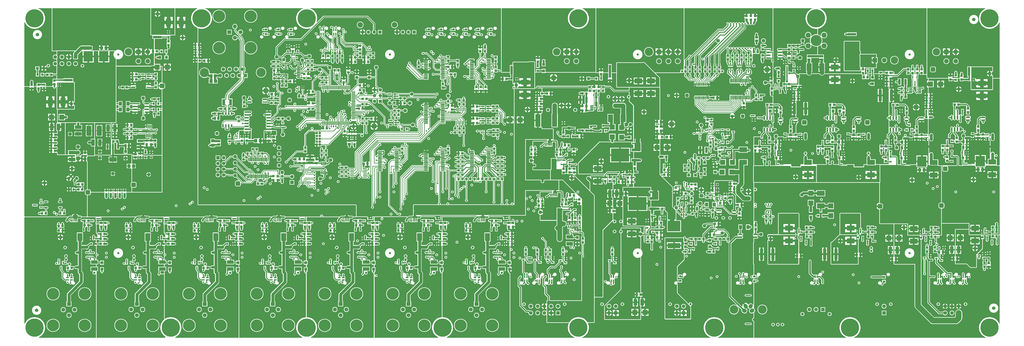
<source format=gbr>
G04 FAB 3000 Version 8.1.40 - Gerber/CAM Software*
G04 RS274-X Output*
%FSLAX35Y35*%
%MIA0B0*%
%MOIN*%
%SFA1.000000B1.000000*%

%IPPOS*%
%AMRECT_ROUNDED85*
4,1,38,0.000000,0.012500,
-0.010250,0.012500,
-0.011549,0.012363,
-0.012792,0.011960,
-0.013924,0.011306,
-0.014895,0.010432,
-0.015663,0.009375,
-0.016194,0.008181,
-0.016466,0.006903,
-0.016500,0.006250,
-0.016500,-0.006250,
-0.016363,-0.007549,
-0.015960,-0.008792,
-0.015306,-0.009924,
-0.014432,-0.010895,
-0.013375,-0.011663,
-0.012181,-0.012194,
-0.010903,-0.012466,
-0.010250,-0.012500,
0.010250,-0.012500,
0.011549,-0.012363,
0.012792,-0.011960,
0.013924,-0.011306,
0.014895,-0.010432,
0.015663,-0.009375,
0.016194,-0.008181,
0.016466,-0.006903,
0.016500,-0.006250,
0.016500,0.006250,
0.016363,0.007549,
0.015960,0.008792,
0.015306,0.009924,
0.014432,0.010895,
0.013375,0.011663,
0.012181,0.012194,
0.010903,0.012466,
0.010250,0.012500,
0.000000,0.012500,
0.000000,0.012500,0.0*
%
%AMRECT_ROUNDED89*
4,1,38,0.000000,0.008858,
-0.023130,0.008858,
-0.024051,0.008761,
-0.024931,0.008475,
-0.025733,0.008012,
-0.026421,0.007393,
-0.026966,0.006644,
-0.027342,0.005798,
-0.027535,0.004892,
-0.027559,0.004429,
-0.027559,-0.004429,
-0.027462,-0.005350,
-0.027176,-0.006231,
-0.026713,-0.007033,
-0.026094,-0.007721,
-0.025344,-0.008265,
-0.024499,-0.008641,
-0.023593,-0.008834,
-0.023130,-0.008858,
0.023130,-0.008858,
0.024051,-0.008761,
0.024931,-0.008475,
0.025733,-0.008012,
0.026421,-0.007393,
0.026966,-0.006644,
0.027342,-0.005798,
0.027535,-0.004892,
0.027559,-0.004429,
0.027559,0.004429,
0.027462,0.005350,
0.027176,0.006231,
0.026713,0.007033,
0.026094,0.007721,
0.025344,0.008265,
0.024499,0.008641,
0.023593,0.008834,
0.023130,0.008858,
0.000000,0.008858,
0.000000,0.008858,0.0*
%
%AMRECT_ROUNDED96*
4,1,38,0.000000,0.018701,
-0.003937,0.018701,
-0.004756,0.018615,
-0.005538,0.018360,
-0.006251,0.017949,
-0.006863,0.017398,
-0.007347,0.016732,
-0.007681,0.015980,
-0.007852,0.015175,
-0.007874,0.014764,
-0.007874,-0.014764,
-0.007788,-0.015582,
-0.007534,-0.016365,
-0.007122,-0.017078,
-0.006571,-0.017690,
-0.005906,-0.018173,
-0.005154,-0.018508,
-0.004349,-0.018679,
-0.003937,-0.018701,
0.003937,-0.018701,
0.004756,-0.018615,
0.005538,-0.018360,
0.006251,-0.017949,
0.006863,-0.017398,
0.007347,-0.016732,
0.007681,-0.015980,
0.007852,-0.015175,
0.007874,-0.014764,
0.007874,0.014764,
0.007788,0.015582,
0.007534,0.016365,
0.007122,0.017078,
0.006571,0.017690,
0.005906,0.018173,
0.005154,0.018508,
0.004349,0.018679,
0.003937,0.018701,
0.000000,0.018701,
0.000000,0.018701,0.0*
%
%AMRECT_ROUNDED102*
4,1,38,0.000000,0.011811,
-0.003346,0.011811,
-0.004042,0.011738,
-0.004708,0.011522,
-0.005313,0.011172,
-0.005833,0.010704,
-0.006245,0.010138,
-0.006529,0.009499,
-0.006675,0.008814,
-0.006693,0.008465,
-0.006693,-0.008465,
-0.006620,-0.009160,
-0.006404,-0.009826,
-0.006054,-0.010432,
-0.005586,-0.010951,
-0.005020,-0.011363,
-0.004381,-0.011647,
-0.003696,-0.011793,
-0.003346,-0.011811,
0.003346,-0.011811,
0.004042,-0.011738,
0.004708,-0.011522,
0.005313,-0.011172,
0.005833,-0.010704,
0.006245,-0.010138,
0.006529,-0.009499,
0.006675,-0.008814,
0.006693,-0.008465,
0.006693,0.008465,
0.006620,0.009160,
0.006404,0.009826,
0.006054,0.010432,
0.005586,0.010951,
0.005020,0.011363,
0.004381,0.011647,
0.003696,0.011793,
0.003346,0.011811,
0.000000,0.011811,
0.000000,0.011811,0.0*
%
%AMRECT_ROUNDED107*
4,1,38,0.000000,0.012795,
-0.003937,0.012795,
-0.004756,0.012709,
-0.005538,0.012455,
-0.006251,0.012043,
-0.006863,0.011493,
-0.007347,0.010827,
-0.007681,0.010075,
-0.007852,0.009270,
-0.007874,0.008858,
-0.007874,-0.008858,
-0.007788,-0.009677,
-0.007534,-0.010460,
-0.007122,-0.011172,
-0.006571,-0.011784,
-0.005906,-0.012268,
-0.005154,-0.012603,
-0.004349,-0.012774,
-0.003937,-0.012795,
0.003937,-0.012795,
0.004756,-0.012709,
0.005538,-0.012455,
0.006251,-0.012043,
0.006863,-0.011493,
0.007347,-0.010827,
0.007681,-0.010075,
0.007852,-0.009270,
0.007874,-0.008858,
0.007874,0.008858,
0.007788,0.009677,
0.007534,0.010460,
0.007122,0.011172,
0.006571,0.011784,
0.005906,0.012268,
0.005154,0.012603,
0.004349,0.012774,
0.003937,0.012795,
0.000000,0.012795,
0.000000,0.012795,0.0*
%
%AMRECT_ROUNDED109*
4,1,38,0.000000,0.017717,
-0.006398,0.017717,
-0.007728,0.017577,
-0.009000,0.017163,
-0.010158,0.016495,
-0.011152,0.015600,
-0.011938,0.014518,
-0.012482,0.013296,
-0.012760,0.011988,
-0.012795,0.011319,
-0.012795,-0.011319,
-0.012655,-0.012649,
-0.012242,-0.013921,
-0.011573,-0.015079,
-0.010678,-0.016073,
-0.009596,-0.016859,
-0.008375,-0.017403,
-0.007066,-0.017681,
-0.006398,-0.017717,
0.006398,-0.017717,
0.007728,-0.017577,
0.009000,-0.017163,
0.010158,-0.016495,
0.011152,-0.015600,
0.011938,-0.014518,
0.012482,-0.013296,
0.012760,-0.011988,
0.012795,-0.011319,
0.012795,0.011319,
0.012655,0.012649,
0.012242,0.013921,
0.011573,0.015079,
0.010678,0.016073,
0.009596,0.016859,
0.008375,0.017403,
0.007066,0.017681,
0.006398,0.017717,
0.000000,0.017717,
0.000000,0.017717,0.0*
%
%AMRECT_ROUNDED121*
4,1,38,0.000000,0.028543,
-0.005906,0.028543,
-0.007133,0.028414,
-0.008308,0.028033,
-0.009377,0.027415,
-0.010294,0.026589,
-0.011020,0.025591,
-0.011522,0.024463,
-0.011779,0.023255,
-0.011811,0.022638,
-0.011811,-0.022638,
-0.011682,-0.023866,
-0.011300,-0.025040,
-0.010683,-0.026109,
-0.009857,-0.027026,
-0.008858,-0.027752,
-0.007730,-0.028254,
-0.006523,-0.028511,
-0.005906,-0.028543,
0.005906,-0.028543,
0.007133,-0.028414,
0.008307,-0.028033,
0.009377,-0.027415,
0.010294,-0.026589,
0.011020,-0.025591,
0.011522,-0.024463,
0.011779,-0.023255,
0.011811,-0.022638,
0.011811,0.022638,
0.011682,0.023866,
0.011300,0.025040,
0.010683,0.026109,
0.009857,0.027026,
0.008858,0.027752,
0.007730,0.028254,
0.006523,0.028511,
0.005906,0.028543,
0.000000,0.028543,
0.000000,0.028543,0.0*
%
%AMRECT_ROUNDED141*
4,1,38,0.000000,0.020669,
-0.064469,0.020669,
-0.066617,0.020443,
-0.068672,0.019776,
-0.070543,0.018696,
-0.072149,0.017250,
-0.073419,0.015502,
-0.074297,0.013528,
-0.074747,0.011415,
-0.074803,0.010335,
-0.074803,-0.010335,
-0.074577,-0.012483,
-0.073910,-0.014538,
-0.072829,-0.016409,
-0.071384,-0.018015,
-0.069636,-0.019285,
-0.067662,-0.020163,
-0.065549,-0.020613,
-0.064469,-0.020669,
0.064469,-0.020669,
0.066617,-0.020443,
0.068672,-0.019776,
0.070543,-0.018696,
0.072149,-0.017250,
0.073419,-0.015502,
0.074297,-0.013528,
0.074747,-0.011415,
0.074803,-0.010335,
0.074803,0.010335,
0.074577,0.012483,
0.073910,0.014538,
0.072829,0.016409,
0.071384,0.018015,
0.069636,0.019285,
0.067662,0.020163,
0.065549,0.020613,
0.064469,0.020669,
0.000000,0.020669,
0.000000,0.020669,0.0*
%
%AMRECT_ROUNDED147*
4,1,38,0.000000,0.025000,
-0.012500,0.025000,
-0.015099,0.024727,
-0.017584,0.023919,
-0.019847,0.022613,
-0.021789,0.020864,
-0.023325,0.018750,
-0.024388,0.016363,
-0.024932,0.013807,
-0.025000,0.012500,
-0.025000,-0.012500,
-0.024727,-0.015099,
-0.023919,-0.017584,
-0.022613,-0.019847,
-0.020864,-0.021789,
-0.018750,-0.023325,
-0.016363,-0.024388,
-0.013807,-0.024932,
-0.012500,-0.025000,
0.012500,-0.025000,
0.015099,-0.024727,
0.017584,-0.023919,
0.019847,-0.022613,
0.021789,-0.020864,
0.023325,-0.018750,
0.024388,-0.016363,
0.024932,-0.013807,
0.025000,-0.012500,
0.025000,0.012500,
0.024727,0.015099,
0.023919,0.017584,
0.022613,0.019847,
0.020864,0.021789,
0.018750,0.023325,
0.016363,0.024388,
0.013807,0.024932,
0.012500,0.025000,
0.000000,0.025000,
0.000000,0.025000,0.0*
%
%AMRECT_ROUNDED152*
4,1,38,0.000000,0.012795,
-0.011319,0.012795,
-0.012649,0.012655,
-0.013921,0.012242,
-0.015079,0.011573,
-0.016073,0.010678,
-0.016859,0.009596,
-0.017403,0.008375,
-0.017681,0.007066,
-0.017717,0.006398,
-0.017717,-0.006398,
-0.017577,-0.007728,
-0.017163,-0.009000,
-0.016495,-0.010158,
-0.015600,-0.011152,
-0.014518,-0.011938,
-0.013296,-0.012482,
-0.011988,-0.012760,
-0.011319,-0.012795,
0.011319,-0.012795,
0.012649,-0.012655,
0.013921,-0.012242,
0.015079,-0.011573,
0.016073,-0.010678,
0.016859,-0.009596,
0.017403,-0.008375,
0.017681,-0.007066,
0.017717,-0.006398,
0.017717,0.006398,
0.017577,0.007728,
0.017163,0.009000,
0.016495,0.010158,
0.015600,0.011152,
0.014518,0.011938,
0.013296,0.012482,
0.011988,0.012760,
0.011319,0.012795,
0.000000,0.012795,
0.000000,0.012795,0.0*
%
%AMRECT_ROUNDED157*
4,1,38,0.000000,0.016500,
-0.006250,0.016500,
-0.007549,0.016363,
-0.008792,0.015960,
-0.009924,0.015306,
-0.010895,0.014432,
-0.011663,0.013375,
-0.012194,0.012181,
-0.012466,0.010903,
-0.012500,0.010250,
-0.012500,-0.010250,
-0.012363,-0.011549,
-0.011960,-0.012792,
-0.011306,-0.013924,
-0.010432,-0.014895,
-0.009375,-0.015663,
-0.008181,-0.016194,
-0.006903,-0.016466,
-0.006250,-0.016500,
0.006250,-0.016500,
0.007549,-0.016363,
0.008792,-0.015960,
0.009924,-0.015306,
0.010895,-0.014432,
0.011663,-0.013375,
0.012194,-0.012181,
0.012466,-0.010903,
0.012500,-0.010250,
0.012500,0.010250,
0.012363,0.011549,
0.011960,0.012792,
0.011306,0.013924,
0.010432,0.014895,
0.009375,0.015663,
0.008181,0.016194,
0.006903,0.016466,
0.006250,0.016500,
0.000000,0.016500,
0.000000,0.016500,0.0*
%
%AMRECT_ROUNDED160*
4,1,38,0.000000,0.074803,
-0.010335,0.074803,
-0.012483,0.074577,
-0.014538,0.073910,
-0.016409,0.072829,
-0.018015,0.071384,
-0.019285,0.069636,
-0.020163,0.067662,
-0.020613,0.065549,
-0.020669,0.064469,
-0.020669,-0.064469,
-0.020443,-0.066617,
-0.019776,-0.068672,
-0.018696,-0.070543,
-0.017250,-0.072149,
-0.015502,-0.073419,
-0.013528,-0.074297,
-0.011415,-0.074747,
-0.010335,-0.074803,
0.010335,-0.074803,
0.012483,-0.074577,
0.014538,-0.073910,
0.016409,-0.072829,
0.018015,-0.071384,
0.019285,-0.069636,
0.020163,-0.067662,
0.020613,-0.065549,
0.020669,-0.064469,
0.020669,0.064469,
0.020443,0.066617,
0.019776,0.068672,
0.018696,0.070543,
0.017250,0.072149,
0.015502,0.073419,
0.013528,0.074297,
0.011415,0.074747,
0.010335,0.074803,
0.000000,0.074803,
0.000000,0.074803,0.0*
%
%AMRECT_ROUNDED166*
4,1,38,0.000000,0.006693,
-0.008465,0.006693,
-0.009160,0.006620,
-0.009826,0.006404,
-0.010432,0.006054,
-0.010951,0.005586,
-0.011363,0.005020,
-0.011647,0.004381,
-0.011793,0.003696,
-0.011811,0.003346,
-0.011811,-0.003346,
-0.011738,-0.004042,
-0.011522,-0.004708,
-0.011172,-0.005313,
-0.010704,-0.005833,
-0.010138,-0.006245,
-0.009499,-0.006529,
-0.008814,-0.006675,
-0.008465,-0.006693,
0.008465,-0.006693,
0.009160,-0.006620,
0.009826,-0.006404,
0.010432,-0.006054,
0.010951,-0.005586,
0.011363,-0.005020,
0.011647,-0.004381,
0.011793,-0.003696,
0.011811,-0.003346,
0.011811,0.003346,
0.011738,0.004042,
0.011522,0.004708,
0.011172,0.005313,
0.010704,0.005833,
0.010138,0.006245,
0.009499,0.006529,
0.008814,0.006675,
0.008465,0.006693,
0.000000,0.006693,
0.000000,0.006693,0.0*
%
%AMRECT_ROUNDED179*
4,1,38,0.000000,0.007874,
-0.008858,0.007874,
-0.009677,0.007788,
-0.010460,0.007534,
-0.011172,0.007122,
-0.011784,0.006571,
-0.012268,0.005906,
-0.012603,0.005154,
-0.012774,0.004349,
-0.012795,0.003937,
-0.012795,-0.003937,
-0.012709,-0.004756,
-0.012455,-0.005538,
-0.012043,-0.006251,
-0.011493,-0.006863,
-0.010827,-0.007347,
-0.010075,-0.007681,
-0.009270,-0.007852,
-0.008858,-0.007874,
0.008858,-0.007874,
0.009677,-0.007788,
0.010460,-0.007534,
0.011172,-0.007122,
0.011784,-0.006571,
0.012268,-0.005906,
0.012603,-0.005154,
0.012774,-0.004349,
0.012795,-0.003937,
0.012795,0.003937,
0.012709,0.004756,
0.012455,0.005538,
0.012043,0.006251,
0.011493,0.006863,
0.010827,0.007347,
0.010075,0.007681,
0.009270,0.007852,
0.008858,0.007874,
0.000000,0.007874,
0.000000,0.007874,0.0*
%
%AMRECT_ROUNDED185*
4,1,38,0.000000,0.027559,
-0.004429,0.027559,
-0.005350,0.027462,
-0.006231,0.027176,
-0.007033,0.026713,
-0.007721,0.026094,
-0.008265,0.025344,
-0.008641,0.024499,
-0.008834,0.023593,
-0.008858,0.023130,
-0.008858,-0.023130,
-0.008761,-0.024051,
-0.008475,-0.024931,
-0.008012,-0.025733,
-0.007393,-0.026421,
-0.006644,-0.026966,
-0.005798,-0.027342,
-0.004892,-0.027535,
-0.004429,-0.027559,
0.004429,-0.027559,
0.005350,-0.027462,
0.006231,-0.027176,
0.007033,-0.026713,
0.007721,-0.026094,
0.008265,-0.025344,
0.008641,-0.024499,
0.008834,-0.023593,
0.008858,-0.023130,
0.008858,0.023130,
0.008761,0.024051,
0.008475,0.024931,
0.008012,0.025733,
0.007393,0.026421,
0.006644,0.026966,
0.005798,0.027342,
0.004892,0.027535,
0.004429,0.027559,
0.000000,0.027559,
0.000000,0.027559,0.0*
%
%AMRECT_ROUNDED201*
4,1,38,0.000000,0.040500,
-0.020250,0.040500,
-0.024460,0.040057,
-0.028486,0.038749,
-0.032153,0.036633,
-0.035299,0.033800,
-0.037787,0.030375,
-0.039509,0.026508,
-0.040389,0.022367,
-0.040500,0.020250,
-0.040500,-0.020250,
-0.040057,-0.024460,
-0.038749,-0.028486,
-0.036633,-0.032153,
-0.033800,-0.035299,
-0.030375,-0.037787,
-0.026508,-0.039509,
-0.022367,-0.040389,
-0.020250,-0.040500,
0.020250,-0.040500,
0.024460,-0.040057,
0.028486,-0.038749,
0.032153,-0.036633,
0.035299,-0.033800,
0.037787,-0.030375,
0.039509,-0.026508,
0.040389,-0.022367,
0.040500,-0.020250,
0.040500,0.020250,
0.040057,0.024460,
0.038749,0.028486,
0.036633,0.032153,
0.033800,0.035299,
0.030375,0.037787,
0.026508,0.039509,
0.022367,0.040389,
0.020250,0.040500,
0.000000,0.040500,
0.000000,0.040500,0.0*
%
%AMoval87x72.189_55*
4,1,41,0.025300,0.026700,
0.033800,0.014600,
0.036808,0.009402,
0.038912,0.003778,
0.040053,-0.002118,
0.040200,-0.008121,
0.039349,-0.014066,
0.037523,-0.019787,
0.034773,-0.025125,
0.031176,-0.029934,
0.026830,-0.034078,
0.021857,-0.037444,
0.016394,-0.039938,
0.010593,-0.041491,
0.004615,-0.042060,
-0.001375,-0.041629,
-0.007210,-0.040210,
-0.012729,-0.037842,
-0.017778,-0.034591,
-0.022218,-0.030548,
-0.025300,-0.026700,
-0.033800,-0.014600,
-0.036808,-0.009402,
-0.038912,-0.003778,
-0.040053,0.002118,
-0.040200,0.008121,
-0.039349,0.014066,
-0.037523,0.019787,
-0.034773,0.025125,
-0.031176,0.029934,
-0.026830,0.034078,
-0.021857,0.037444,
-0.016394,0.039938,
-0.010593,0.041491,
-0.004615,0.042060,
0.001375,0.041629,
0.007210,0.040210,
0.012729,0.037842,
0.017778,0.034591,
0.022218,0.030548,
0.025300,0.026700,
0.025300,0.026700,0.0*
%
%AMoval89x72.189_25*
4,1,41,0.007600,0.036200,
0.022800,0.029100,
0.028005,0.026121,
0.032643,0.022319,
0.036585,0.017799,
0.039721,0.012687,
0.041964,0.007124,
0.043252,0.001267,
0.043548,-0.004723,
0.042845,-0.010679,
0.041163,-0.016436,
0.038547,-0.021833,
0.035070,-0.026720,
0.030830,-0.030961,
0.025944,-0.034440,
0.020549,-0.037057,
0.014793,-0.038743,
0.008837,-0.039448,
0.002847,-0.039154,
-0.003011,-0.037869,
-0.007600,-0.036200,
-0.022800,-0.029100,
-0.028005,-0.026121,
-0.032643,-0.022319,
-0.036585,-0.017799,
-0.039721,-0.012687,
-0.041964,-0.007124,
-0.043252,-0.001267,
-0.043548,0.004723,
-0.042846,0.010679,
-0.041163,0.016435,
-0.038547,0.021833,
-0.035070,0.026720,
-0.030830,0.030961,
-0.025944,0.034440,
-0.020549,0.037057,
-0.014793,0.038743,
-0.008837,0.039448,
-0.002847,0.039154,
0.003011,0.037869,
0.007600,0.036200,
0.007600,0.036200,0.0*
%
%AMoval89x72.189_335*
4,1,41,-0.022800,0.029100,
-0.007600,0.036200,
-0.001963,0.038269,
0.003940,0.039374,
0.009944,0.039483,
0.015883,0.038596,
0.021592,0.036735,
0.026913,0.033952,
0.031699,0.030324,
0.035816,0.025953,
0.039151,0.020959,
0.041611,0.015481,
0.043128,0.009671,
0.043659,0.003690,
0.043191,-0.002297,
0.041735,-0.008122,
0.039333,-0.013626,
0.036051,-0.018655,
0.031980,-0.023069,
0.027233,-0.026747,
0.022800,-0.029100,
0.007600,-0.036200,
0.001963,-0.038269,
-0.003940,-0.039374,
-0.009944,-0.039483,
-0.015883,-0.038596,
-0.021592,-0.036735,
-0.026913,-0.033952,
-0.031699,-0.030324,
-0.035816,-0.025953,
-0.039151,-0.020959,
-0.041611,-0.015481,
-0.043128,-0.009671,
-0.043659,-0.003690,
-0.043191,0.002296,
-0.041735,0.008122,
-0.039333,0.013626,
-0.036051,0.018655,
-0.031980,0.023069,
-0.027233,0.026747,
-0.022800,0.029100,
-0.022800,0.029100,0.0*
%
%AMoval87x72.189_305*
4,1,41,-0.033800,0.014600,
-0.025300,0.026700,
-0.021454,0.031309,
-0.016897,0.035217,
-0.011754,0.038314,
-0.006169,0.040514,
-0.000296,0.041756,
0.005702,0.042007,
0.011658,0.041257,
0.017407,0.039530,
0.022791,0.036872,
0.027657,0.033358,
0.031874,0.029085,
0.035322,0.024170,
0.037906,0.018752,
0.039556,0.012980,
0.040224,0.007014,
0.039892,0.001020,
0.038570,-0.004835,
0.036295,-0.010391,
0.033800,-0.014600,
0.025300,-0.026700,
0.021454,-0.031309,
0.016897,-0.035217,
0.011754,-0.038314,
0.006169,-0.040514,
0.000296,-0.041756,
-0.005702,-0.042007,
-0.011658,-0.041257,
-0.017407,-0.039530,
-0.022791,-0.036872,
-0.027657,-0.033358,
-0.031873,-0.029085,
-0.035322,-0.024170,
-0.037906,-0.018752,
-0.039556,-0.012980,
-0.040224,-0.007014,
-0.039892,-0.001020,
-0.038570,0.004835,
-0.036295,0.010391,
-0.033800,0.014600,
-0.033800,0.014600,0.0*
%
%AMOCTAGON212*
4,1,9,-0.011000,0.022000,
-0.022000,0.011000,
-0.022000,-0.011000,
-0.011000,-0.022000,
0.011000,-0.022000,
0.022000,-0.011000,
0.022000,0.011000,
0.011000,0.022000,
-0.011000,0.022000,
-0.011000,0.022000,0.0*
%
%AMRECT_ROUNDED256*
4,1,38,0.000000,0.026500,
-0.013250,0.026500,
-0.016005,0.026210,
-0.018639,0.025354,
-0.021038,0.023969,
-0.023097,0.022116,
-0.024725,0.019875,
-0.025851,0.017344,
-0.026427,0.014635,
-0.026500,0.013250,
-0.026500,-0.013250,
-0.026210,-0.016005,
-0.025354,-0.018639,
-0.023969,-0.021038,
-0.022116,-0.023097,
-0.019875,-0.024725,
-0.017344,-0.025851,
-0.014635,-0.026427,
-0.013250,-0.026500,
0.013250,-0.026500,
0.016005,-0.026210,
0.018639,-0.025354,
0.021038,-0.023969,
0.023097,-0.022116,
0.024725,-0.019875,
0.025851,-0.017344,
0.026427,-0.014635,
0.026500,-0.013250,
0.026500,0.013250,
0.026210,0.016005,
0.025354,0.018639,
0.023969,0.021038,
0.022116,0.023097,
0.019875,0.024725,
0.017344,0.025852,
0.014635,0.026427,
0.013250,0.026500,
0.000000,0.026500,
0.000000,0.026500,0.0*
%
%AMRECT_ROUNDED257*
4,1,38,0.000000,0.028500,
-0.014250,0.028500,
-0.017213,0.028189,
-0.020046,0.027268,
-0.022626,0.025778,
-0.024840,0.023785,
-0.026591,0.021375,
-0.027803,0.018653,
-0.028422,0.015740,
-0.028500,0.014250,
-0.028500,-0.014250,
-0.028189,-0.017213,
-0.027268,-0.020046,
-0.025778,-0.022626,
-0.023785,-0.024840,
-0.021375,-0.026591,
-0.018653,-0.027803,
-0.015740,-0.028422,
-0.014250,-0.028500,
0.014250,-0.028500,
0.017213,-0.028189,
0.020046,-0.027268,
0.022626,-0.025778,
0.024840,-0.023785,
0.026591,-0.021375,
0.027803,-0.018654,
0.028422,-0.015740,
0.028500,-0.014250,
0.028500,0.014250,
0.028189,0.017213,
0.027268,0.020046,
0.025778,0.022626,
0.023785,0.024840,
0.021375,0.026591,
0.018653,0.027803,
0.015740,0.028422,
0.014250,0.028500,
0.000000,0.028500,
0.000000,0.028500,0.0*
%
%AMoval83x68.189_55*
4,1,41,0.023600,0.025600,
0.032100,0.013400,
0.035005,0.008346,
0.037004,0.002870,
0.038037,-0.002867,
0.038074,-0.008696,
0.037115,-0.014446,
0.035187,-0.019947,
0.032348,-0.025038,
0.028680,-0.029569,
0.024291,-0.033406,
0.019311,-0.036437,
0.013887,-0.038572,
0.008178,-0.039748,
0.002351,-0.039931,
-0.003420,-0.039116,
-0.008969,-0.037326,
-0.014129,-0.034615,
-0.018750,-0.031061,
-0.022695,-0.026770,
-0.023600,-0.025600,
-0.032100,-0.013400,
-0.035005,-0.008346,
-0.037004,-0.002870,
-0.038037,0.002867,
-0.038074,0.008696,
-0.037115,0.014446,
-0.035187,0.019948,
-0.032348,0.025038,
-0.028680,0.029569,
-0.024291,0.033406,
-0.019311,0.036437,
-0.013887,0.038572,
-0.008178,0.039748,
-0.002351,0.039931,
0.003420,0.039116,
0.008969,0.037326,
0.014129,0.034615,
0.018750,0.031061,
0.022695,0.026770,
0.023600,0.025600,
0.023600,0.025600,0.0*
%
%AMoval85x68.189_25*
4,1,41,0.006700,0.034400,
0.022000,0.027300,
0.027051,0.024386,
0.031530,0.020653,
0.035305,0.016209,
0.038265,0.011185,
0.040323,0.005730,
0.041419,0.000002,
0.041520,-0.005827,
0.040624,-0.011589,
0.038756,-0.017113,
0.035972,-0.022236,
0.032353,-0.026808,
0.028006,-0.030695,
0.023059,-0.033782,
0.017658,-0.035978,
0.011961,-0.037219,
0.006135,-0.037468,
0.000352,-0.036719,
-0.005217,-0.034992,
-0.006700,-0.034400,
-0.022000,-0.027300,
-0.027051,-0.024386,
-0.031530,-0.020653,
-0.035305,-0.016209,
-0.038265,-0.011185,
-0.040323,-0.005730,
-0.041419,-0.000002,
-0.041520,0.005827,
-0.040624,0.011589,
-0.038756,0.017113,
-0.035972,0.022236,
-0.032353,0.026808,
-0.028006,0.030695,
-0.023059,0.033782,
-0.017658,0.035978,
-0.011961,0.037219,
-0.006135,0.037468,
-0.000352,0.036719,
0.005217,0.034992,
0.006700,0.034400,
0.006700,0.034400,0.0*
%
%AMoval85x68.189_335*
4,1,41,-0.022000,0.027300,
-0.006700,0.034400,
-0.001214,0.036388,
0.004531,0.037410,
0.010366,0.037436,
0.016120,0.036465,
0.021623,0.034526,
0.026715,0.031676,
0.031245,0.027999,
0.035081,0.023602,
0.038110,0.018614,
0.040243,0.013183,
0.041417,0.007467,
0.041597,0.001635,
0.040780,-0.004143,
0.038987,-0.009696,
0.036273,-0.014861,
0.032717,-0.019487,
0.028423,-0.023439,
0.023518,-0.026598,
0.022000,-0.027300,
0.006700,-0.034400,
0.001214,-0.036388,
-0.004531,-0.037410,
-0.010366,-0.037436,
-0.016120,-0.036465,
-0.021623,-0.034526,
-0.026715,-0.031676,
-0.031245,-0.027999,
-0.035081,-0.023602,
-0.038110,-0.018614,
-0.040243,-0.013183,
-0.041417,-0.007467,
-0.041597,-0.001635,
-0.040780,0.004143,
-0.038987,0.009696,
-0.036273,0.014861,
-0.032717,0.019487,
-0.028423,0.023439,
-0.023518,0.026598,
-0.022000,0.027300,
-0.022000,0.027300,0.0*
%
%AMoval83x68.189_305*
4,1,41,-0.032100,0.013400,
-0.023600,0.025600,
-0.019843,0.030061,
-0.015379,0.033814,
-0.010340,0.036750,
-0.004873,0.038782,
0.000860,0.039850,
0.006692,0.039923,
0.012450,0.038999,
0.017967,0.037104,
0.023078,0.034295,
0.027634,0.030654,
0.031501,0.026289,
0.034566,0.021326,
0.036738,0.015914,
0.037953,0.010210,
0.038176,0.004382,
0.037400,-0.001398,
0.035648,-0.006961,
0.032972,-0.012143,
0.032100,-0.013400,
0.023600,-0.025600,
0.019843,-0.030061,
0.015379,-0.033815,
0.010340,-0.036750,
0.004873,-0.038782,
-0.000860,-0.039850,
-0.006692,-0.039923,
-0.012450,-0.038999,
-0.017967,-0.037104,
-0.023078,-0.034295,
-0.027634,-0.030654,
-0.031501,-0.026289,
-0.034566,-0.021326,
-0.036738,-0.015914,
-0.037953,-0.010209,
-0.038176,-0.004381,
-0.037400,0.001398,
-0.035648,0.006961,
-0.032972,0.012143,
-0.032100,0.013400,
-0.032100,0.013400,0.0*
%
%AMRECT_ROUNDED368*
4,1,38,0.000000,0.021654,
-0.005906,0.021654,
-0.007133,0.021524,
-0.008308,0.021143,
-0.009377,0.020526,
-0.010294,0.019700,
-0.011020,0.018701,
-0.011522,0.017573,
-0.011779,0.016365,
-0.011811,0.015748,
-0.011811,-0.015748,
-0.011682,-0.016976,
-0.011300,-0.018150,
-0.010683,-0.019219,
-0.009857,-0.020137,
-0.008858,-0.020862,
-0.007730,-0.021365,
-0.006523,-0.021621,
-0.005906,-0.021654,
0.005906,-0.021654,
0.007133,-0.021524,
0.008307,-0.021143,
0.009377,-0.020526,
0.010294,-0.019700,
0.011020,-0.018701,
0.011522,-0.017573,
0.011779,-0.016365,
0.011811,-0.015748,
0.011811,0.015748,
0.011682,0.016976,
0.011300,0.018150,
0.010683,0.019219,
0.009857,0.020137,
0.008858,0.020862,
0.007730,0.021365,
0.006523,0.021621,
0.005906,0.021654,
0.000000,0.021654,
0.000000,0.021654,0.0*
%
%AMRECT_ROUNDED374*
4,1,42,0.000000,0.052165,
-0.065453,0.052165,
-0.070535,0.051665,
-0.075423,0.050185,
-0.079929,0.047780,
-0.083879,0.044543,
-0.087123,0.040598,
-0.089536,0.036097,
-0.091026,0.031212,
-0.091535,0.026131,
-0.091535,0.026083,
-0.091535,-0.026083,
-0.091035,-0.031165,
-0.089555,-0.036053,
-0.087150,-0.040558,
-0.083913,-0.044509,
-0.079968,-0.047753,
-0.075467,-0.050166,
-0.070582,-0.051656,
-0.065501,-0.052165,
-0.065453,-0.052165,
0.065453,-0.052165,
0.070535,-0.051665,
0.075423,-0.050185,
0.079929,-0.047780,
0.083879,-0.044543,
0.087123,-0.040598,
0.089536,-0.036097,
0.091026,-0.031212,
0.091535,-0.026131,
0.091535,-0.026083,
0.091535,0.026083,
0.091035,0.031165,
0.089555,0.036053,
0.087150,0.040558,
0.083913,0.044509,
0.079968,0.047753,
0.075467,0.050166,
0.070582,0.051656,
0.065501,0.052165,
0.065453,0.052165,
0.000000,0.052165,
0.000000,0.052165,0.0*
%
%AMRECT_ROUNDED382*
4,1,38,0.000000,0.020500,
-0.013250,0.020500,
-0.014757,0.020342,
-0.016199,0.019873,
-0.017511,0.019115,
-0.018638,0.018101,
-0.019529,0.016875,
-0.020145,0.015490,
-0.020460,0.014008,
-0.020500,0.013250,
-0.020500,-0.013250,
-0.020342,-0.014757,
-0.019873,-0.016199,
-0.019115,-0.017511,
-0.018101,-0.018638,
-0.016875,-0.019529,
-0.015490,-0.020145,
-0.014008,-0.020460,
-0.013250,-0.020500,
0.013250,-0.020500,
0.014757,-0.020342,
0.016199,-0.019873,
0.017511,-0.019115,
0.018638,-0.018101,
0.019529,-0.016875,
0.020145,-0.015490,
0.020460,-0.014008,
0.020500,-0.013250,
0.020500,0.013250,
0.020342,0.014757,
0.019873,0.016199,
0.019115,0.017511,
0.018101,0.018638,
0.016875,0.019529,
0.015490,0.020145,
0.014008,0.020460,
0.013250,0.020500,
0.000000,0.020500,
0.000000,0.020500,0.0*
%
%AMRECT_ROUNDED383*
4,1,38,0.000000,0.022500,
-0.014250,0.022500,
-0.015965,0.022320,
-0.017606,0.021787,
-0.019099,0.020924,
-0.020381,0.019770,
-0.021395,0.018375,
-0.022096,0.016799,
-0.022455,0.015112,
-0.022500,0.014250,
-0.022500,-0.014250,
-0.022320,-0.015965,
-0.021787,-0.017606,
-0.020924,-0.019099,
-0.019770,-0.020381,
-0.018375,-0.021395,
-0.016799,-0.022096,
-0.015112,-0.022455,
-0.014250,-0.022500,
0.014250,-0.022500,
0.015965,-0.022320,
0.017606,-0.021787,
0.019099,-0.020924,
0.020381,-0.019770,
0.021395,-0.018375,
0.022096,-0.016799,
0.022455,-0.015112,
0.022500,-0.014250,
0.022500,0.014250,
0.022320,0.015965,
0.021787,0.017606,
0.020924,0.019099,
0.019770,0.020381,
0.018375,0.021395,
0.016799,0.022096,
0.015112,0.022455,
0.014250,0.022500,
0.000000,0.022500,
0.000000,0.022500,0.0*
%
%ADD10C,0.005000*%
%ADD11C,0.010000*%
%ADD12C,0.009843*%
%ADD14C,0.007874*%
%ADD15C,0.006000*%
%ADD16C,0.020000*%
%ADD18C,0.008000*%
%ADD21R,0.010875X0.005512*%
%ADD22R,0.005512X0.010876*%
%ADD23C,0.006938*%
%ADD26R,0.007350X0.014500*%
%ADD27R,0.014500X0.007350*%
%ADD30C,0.009250*%
%ADD47R,0.056850X0.078650*%
%ADD48R,0.026564X0.013465*%
%ADD54R,0.024157X0.007914*%
%ADD58R,0.003910X0.018470*%
%ADD59C,0.005990*%
%ADD60C,0.012314*%
%ADD61C,0.012355*%
%ADD62R,0.003910X0.029037*%
%ADD63C,0.032906*%
%ADD64C,0.027414*%
%ADD75R,0.011625X0.057675*%
%ADD82R,0.057087X0.045276*%
%ADD83R,0.163386X0.183071*%
%ADD84R,0.033000X0.025000*%
%ADD85RECT_ROUNDED85*%
%ADD86R,0.137795X0.086614*%
%ADD87R,0.043307X0.037402*%
%ADD88R,0.037402X0.043307*%
%ADD89RECT_ROUNDED89*%
%ADD90O,0.055118X0.017717*%
%ADD91R,0.039370X0.011811*%
%ADD92O,0.039370X0.011811*%
%ADD93O,0.011811X0.066929*%
%ADD94O,0.066929X0.011811*%
%ADD95O,0.017717X0.055118*%
%ADD96RECT_ROUNDED96*%
%ADD97O,0.015748X0.037402*%
%ADD98O,0.059055X0.017717*%
%ADD99R,0.059055X0.017717*%
%ADD100R,0.183071X0.163386*%
%ADD101R,0.045276X0.057087*%
%ADD102RECT_ROUNDED102*%
%ADD103R,0.013386X0.023622*%
%ADD104O,0.013780X0.055118*%
%ADD105O,0.013780X0.066929*%
%ADD106R,0.015748X0.025591*%
%ADD107RECT_ROUNDED107*%
%ADD108R,0.025591X0.035433*%
%ADD109RECT_ROUNDED109*%
%ADD110R,0.023622X0.043307*%
%ADD111R,0.053150X0.023622*%
%ADD112R,0.033465X0.023622*%
%ADD113R,0.035433X0.082677*%
%ADD114R,0.125984X0.082677*%
%ADD115O,0.017717X0.072835*%
%ADD116R,0.017717X0.072835*%
%ADD117O,0.062992X0.023622*%
%ADD118R,0.074803X0.023622*%
%ADD119O,0.074803X0.023622*%
%ADD120O,0.023622X0.057087*%
%ADD121RECT_ROUNDED121*%
%ADD122O,0.082677X0.025591*%
%ADD123R,0.082677X0.025591*%
%ADD124O,0.059055X0.023622*%
%ADD125R,0.059055X0.023622*%
%ADD126R,0.089000X0.090551*%
%ADD127R,0.047244X0.110236*%
%ADD128R,0.053150X0.070866*%
%ADD129R,0.055118X0.061024*%
%ADD130R,0.055118X0.059055*%
%ADD131R,0.016535X0.027559*%
%ADD132R,0.016535X0.039370*%
%ADD133O,0.023622X0.078740*%
%ADD134R,0.023622X0.078740*%
%ADD135R,0.047244X0.023622*%
%ADD136R,0.039370X0.043307*%
%ADD137R,0.090551X0.177165*%
%ADD138R,0.106299X0.047244*%
%ADD139R,0.314961X0.228346*%
%ADD140R,0.149606X0.041339*%
%ADD141RECT_ROUNDED141*%
%ADD142R,0.500000X0.372047*%
%ADD143R,0.015748X0.086614*%
%ADD144R,0.043307X0.102362*%
%ADD145R,0.055118X0.043307*%
%ADD146R,0.050000X0.050000*%
%ADD147RECT_ROUNDED147*%
%ADD148R,0.220472X0.090551*%
%ADD149R,0.055118X0.204724*%
%ADD150R,0.043307X0.039370*%
%ADD151R,0.035433X0.025591*%
%ADD152RECT_ROUNDED152*%
%ADD153R,0.086614X0.137795*%
%ADD154R,0.090551X0.090551*%
%ADD155R,0.023622X0.047244*%
%ADD156R,0.025000X0.033000*%
%ADD157RECT_ROUNDED157*%
%ADD158R,0.059055X0.114173*%
%ADD159R,0.041339X0.149606*%
%ADD160RECT_ROUNDED160*%
%ADD161R,0.372047X0.500000*%
%ADD162R,0.047244X0.051181*%
%ADD163R,0.051181X0.047244*%
%ADD164R,0.114173X0.059055*%
%ADD165R,0.043307X0.023622*%
%ADD166RECT_ROUNDED166*%
%ADD167R,0.023622X0.013386*%
%ADD168R,0.090551X0.089000*%
%ADD169R,0.039370X0.062992*%
%ADD170R,0.062992X0.039370*%
%ADD171R,0.078740X0.023622*%
%ADD172O,0.078740X0.023622*%
%ADD173O,0.023622X0.059055*%
%ADD174R,0.023622X0.059055*%
%ADD175O,0.066929X0.013780*%
%ADD176R,0.072835X0.017717*%
%ADD177O,0.072835X0.017717*%
%ADD178R,0.043307X0.055118*%
%ADD179RECT_ROUNDED179*%
%ADD180R,0.025591X0.015748*%
%ADD181R,0.061024X0.055118*%
%ADD182R,0.059055X0.055118*%
%ADD183R,0.102362X0.043307*%
%ADD184R,0.023622X0.033465*%
%ADD185RECT_ROUNDED185*%
%ADD186R,0.090551X0.220472*%
%ADD187R,0.093307X0.066929*%
%ADD190C,0.150000*%
%ADD193C,0.062000*%
%ADD194R,0.062000X0.062000*%
%ADD195C,0.039370*%
%ADD196C,0.066000*%
%ADD197R,0.066000X0.066000*%
%ADD198C,0.064000*%
%ADD200C,0.059055*%
%ADD201RECT_ROUNDED201*%
%ADD204C,0.065000*%
%ADD205R,0.065000X0.065000*%
%ADD206C,0.314961*%
%ADD207oval87x72.189_55*%
%ADD208oval89x72.189_25*%
%ADD209oval89x72.189_335*%
%ADD210oval87x72.189_305*%
%ADD211C,0.044000*%
%ADD212OCTAGON212*%
%ADD213C,0.058000*%
%ADD214R,0.058000X0.058000*%
%ADD215C,0.160000*%
%ADD216C,0.055000*%
%ADD217C,0.045000*%
%ADD218C,0.215000*%
%ADD219C,0.090000*%
%ADD220R,0.057000X0.057000*%
%ADD221C,0.057000*%
%ADD222C,0.096000*%
%ADD223R,0.080000X0.080000*%
%ADD224C,0.080000*%
%ADD225C,0.148000*%
%ADD226C,0.128500*%
%ADD227C,0.146000*%
%ADD228C,0.208661*%
%ADD229C,0.069000*%
%ADD230R,0.069000X0.069000*%
%ADD231C,0.050000*%
%ADD232C,0.032000*%
%ADD233C,0.013000*%
%ADD234C,0.040000*%
%ADD235C,0.060000*%
%ADD236C,0.030000*%
%ADD237C,0.015000*%
%ADD238C,0.075000*%
%ADD239C,0.018000*%
%ADD240C,0.025000*%
%ADD241C,0.014000*%
%ADD242C,0.023000*%
%ADD243C,0.012000*%
%ADD244C,0.100000*%
%ADD245C,0.085000*%
%ADD246C,0.022000*%
%ADD247C,0.017000*%
%ADD248C,0.035000*%
%ADD249R,0.116000X0.133858*%
%ADD250R,0.113175X0.109154*%
%ADD251R,0.116000X0.124936*%
%ADD252R,0.077983X0.123952*%
%ADD253R,0.055000X0.080000*%
%ADD254R,0.140008X0.150898*%
%ADD255R,0.060000X0.060000*%
%ADD256RECT_ROUNDED256*%
%ADD257RECT_ROUNDED257*%
%ADD258C,0.053000*%
%ADD259oval83x68.189_55*%
%ADD260oval85x68.189_25*%
%ADD261oval85x68.189_335*%
%ADD262oval83x68.189_305*%
%ADD263C,0.195000*%
%ADD264C,0.128000*%
%ADD265C,0.027000*%
%ADD266R,0.072835X0.033465*%
%ADD267R,0.076772X0.033465*%
%ADD268R,0.143317X0.122047*%
%ADD269R,0.130652X0.143317*%
%ADD270R,0.122046X0.161909*%
%ADD271R,0.106299X0.149409*%
%ADD272R,0.106299X0.147638*%
%ADD273R,0.111220X0.075787*%
%ADD274R,0.130602X0.143317*%
%ADD275R,0.142332X0.122047*%
%ADD276R,0.075521X0.033465*%
%ADD277R,0.022186X0.024154*%
%ADD278R,0.032025X0.059587*%
%ADD279R,0.015003X0.018998*%
%ADD280R,0.047775X0.047776*%
%ADD281R,0.071394X0.045806*%
%ADD282C,0.166802*%
%ADD283C,0.167808*%
%ADD284R,0.047498X0.047497*%
%ADD285C,0.100863*%
%ADD286R,0.024153X0.022185*%
%ADD287C,0.047921*%
%ADD288R,0.015294X0.020217*%
%ADD289R,0.052559X0.075276*%
%ADD290R,0.031044X0.025138*%
%ADD291R,0.068894X0.043305*%
%ADD292R,0.083901X0.058307*%
%ADD293C,0.149219*%
%ADD294R,0.043308X0.068898*%
%ADD295R,0.042501X0.042500*%
%ADD296C,0.082707*%
%ADD297R,0.084190X0.094035*%
%ADD298C,0.060676*%
%ADD299R,0.038501X0.038498*%
%ADD300R,0.112733X0.047777*%
%ADD301R,0.082000X0.082000*%
%ADD302R,0.030057X0.104863*%
%ADD303C,0.160775*%
%ADD304R,0.024153X0.014310*%
%ADD305R,0.024154X0.030057*%
%ADD306R,0.030060X0.024154*%
%ADD307R,0.024153X0.021202*%
%ADD308R,0.029076X0.014311*%
%ADD309R,0.028092X0.026120*%
%ADD310R,0.014310X0.024150*%
%ADD311R,0.019000X0.015001*%
%ADD312R,0.019233X0.014309*%
%ADD313R,0.045808X0.071399*%
%ADD314C,0.059507*%
%ADD315C,0.170822*%
%ADD316C,0.060517*%
%ADD317C,0.070605*%
%ADD318R,0.022187X0.033995*%
%ADD319R,0.033996X0.022185*%
%ADD320C,0.084724*%
%ADD321R,0.026120X0.028091*%
%ADD322R,0.024156X0.053680*%
%ADD323R,0.053680X0.024150*%
%ADD324C,0.079737*%
%ADD325C,0.080691*%
%ADD326R,0.030058X0.032028*%
%ADD327C,0.229369*%
%ADD328C,0.116561*%
%ADD329C,0.077664*%
%ADD330R,0.089000X0.089000*%
%ADD331R,0.077000X0.077000*%
%ADD332C,0.180871*%
%ADD333R,0.024156X0.034686*%
%ADD334R,0.015296X0.010372*%
%ADD335R,0.055591X0.000591*%
%ADD336R,0.010373X0.045805*%
%ADD337R,0.010374X0.015295*%
%ADD338R,0.021201X0.024154*%
%ADD339R,0.026656X0.024685*%
%ADD340R,0.032562X0.026652*%
%ADD341R,0.046336X0.017796*%
%ADD342R,0.032556X0.034528*%
%ADD343R,0.026654X0.023702*%
%ADD344R,0.159981X0.116672*%
%ADD345R,0.022717X0.046339*%
%ADD346R,0.034528X0.062085*%
%ADD347R,0.028620X0.030591*%
%ADD348R,0.050278X0.093585*%
%ADD349R,0.030589X0.028622*%
%ADD350R,0.024685X0.036493*%
%ADD351R,0.024686X0.026654*%
%ADD352R,0.062085X0.034526*%
%ADD353R,0.067992X0.046339*%
%ADD354R,0.032558X0.035512*%
%ADD355R,0.020216X0.015296*%
%ADD356C,0.089768*%
%ADD357R,0.047776X0.112735*%
%ADD358R,0.040002X0.040000*%
%ADD359R,0.059586X0.032026*%
%ADD360R,0.035001X0.035000*%
%ADD361C,0.078673*%
%ADD362R,0.100000X0.100000*%
%ADD363R,0.078000X0.078000*%
%ADD364C,0.085733*%
%ADD365R,0.085000X0.085000*%
%ADD366C,0.073630*%
%ADD367R,0.029000X0.161000*%
%ADD368RECT_ROUNDED368*%
%ADD369R,0.070000X0.200000*%
%ADD370R,0.094488X0.129921*%
%ADD371R,0.053150X0.129921*%
%ADD372C,0.267717*%
%ADD373R,0.433071X0.433071*%
%ADD374RECT_ROUNDED374*%
%ADD375R,0.183071X0.104331*%
%ADD376C,0.125000*%
%ADD377R,0.219036X0.219033*%
%ADD378R,0.134173X0.079055*%
%ADD379R,0.014314X0.019230*%
%ADD380C,0.288606*%
%ADD381R,0.033000X0.165000*%
%ADD382RECT_ROUNDED382*%
%ADD383RECT_ROUNDED383*%
%ADD384C,0.041000*%
%ADD385R,0.579625X0.156017*%
%ADD386R,0.038944X0.021454*%
%ADD387R,0.494885X0.112822*%
%ADD388R,0.009343X0.070440*%
%ADD389R,0.026564X0.008702*%
%ADD390R,0.023175X0.062105*%
%ADD391R,0.405774X0.130015*%
%ADD392R,0.011894X0.089666*%
%ADD393R,0.033815X0.011077*%
%ADD394R,0.466047X0.123006*%
%ADD395R,0.418150X0.114700*%
%ADD396R,0.011024X0.057675*%
%ADD397R,0.417901X0.131531*%
%ADD398C,0.036380*%
%ADD399C,0.001959*%
%ADD400R,0.000370X0.000710*%
%ADD401C,0.001359*%
%ADD402R,0.730506X0.156017*%
%ADD403R,0.072876X0.024836*%
%ADD404R,0.029499X0.079055*%
%ADD405R,0.384320X0.130015*%
%ADD406R,0.289400X0.118700*%
%ADD407C,0.018500*%
%ADD408R,0.231250X0.098950*%
%ADD409R,0.240325X0.098950*%
%ADD410R,0.508535X0.111815*%
%ADD411R,0.030594X0.016854*%
%ADD412R,0.377673X0.130015*%
%ADD468C,0.001000*%
%LNtop_layer_0*%
%LPD*%
G36*
X846013Y205180D02*
G01X841110D01*
X840961Y204445D01*
X834630D01*
Y200083D01*
X840961D01*
X840980Y199989D01*
X841110Y199243D01*
Y198487D01*
Y192550D01*
X841742D01*
Y191142D01*
X841936Y190166D01*
X842489Y189339D01*
X843316Y188787D01*
X844291Y188593D01*
X845213Y188776D01*
X845389Y188771D01*
X846013Y188437D01*
Y186122D01*
X840171D01*
X839371Y185561D01*
X838933Y185648D01*
X838017Y185466D01*
X837239Y184946D01*
X836720Y184169D01*
X836538Y183252D01*
X836720Y182335D01*
X837239Y181558D01*
X838017Y181038D01*
X838933Y180856D01*
X839371Y180943D01*
X840171Y180363D01*
Y179791D01*
X841691D01*
Y177658D01*
X840171D01*
Y177115D01*
X836961D01*
X836763Y177413D01*
X836221Y177775D01*
X835581Y177902D01*
X834301D01*
X834295Y177901D01*
X833495Y178553D01*
Y178766D01*
X833597Y179279D01*
X833415Y180196D01*
X832895Y180973D01*
X832118Y181493D01*
X831201Y181675D01*
X830284Y181493D01*
X829506Y180973D01*
X828987Y180196D01*
X828805Y179279D01*
X828826Y179170D01*
X828711Y179000D01*
Y175098D01*
Y171827D01*
X830240D01*
Y172327D01*
X833480D01*
X834270Y172301D01*
X834301Y172295D01*
X835581D01*
X836221Y172422D01*
X836763Y172784D01*
X836932Y173037D01*
X840171D01*
Y171327D01*
X846013D01*
Y169716D01*
X844389D01*
Y166050D01*
Y162385D01*
X846013D01*
Y136521D01*
X842220D01*
Y134746D01*
X839091D01*
Y137903D01*
X834166D01*
Y140193D01*
X834030Y140876D01*
X833644Y141454D01*
X831113Y143985D01*
X830534Y144372D01*
X829851Y144507D01*
X829480D01*
Y145042D01*
X820787D01*
X819987Y144997D01*
X819171Y145159D01*
X818254Y144977D01*
X817477Y144457D01*
X816958Y143680D01*
X816775Y142763D01*
X816958Y141846D01*
X817477Y141069D01*
X818254Y140549D01*
X819171Y140367D01*
X819987Y140529D01*
X820787Y140483D01*
X822447D01*
X822885Y139683D01*
X822738Y138945D01*
X822920Y138028D01*
X823439Y137251D01*
X824217Y136731D01*
X825134Y136549D01*
X825673Y136106D01*
Y129998D01*
X839091D01*
Y131178D01*
X842220D01*
Y129403D01*
X846013D01*
Y125104D01*
X842220D01*
Y117986D01*
X842629D01*
X843254Y117186D01*
X843186Y116845D01*
X843368Y115928D01*
X843888Y115151D01*
X844665Y114631D01*
X845582Y114449D01*
X846013Y114095D01*
Y2039D01*
X736664D01*
X736614Y2131D01*
X736953Y3190D01*
X738285Y3847D01*
X740274Y5176D01*
X742073Y6753D01*
X743650Y8552D01*
X744979Y10541D01*
X746037Y12686D01*
X746806Y14951D01*
X747272Y17297D01*
X747429Y19684D01*
X747272Y22071D01*
X746806Y24417D01*
X746037Y26682D01*
X744979Y28828D01*
X743650Y30817D01*
X742073Y32615D01*
X740274Y34192D01*
X738285Y35521D01*
X736140Y36579D01*
X733875Y37348D01*
X731529Y37815D01*
X729142Y37971D01*
X729134Y37979D01*
Y79903D01*
Y115129D01*
X729166Y115151D01*
X729685Y115928D01*
X729868Y116845D01*
X729800Y117186D01*
X730425Y117986D01*
X730834D01*
Y125104D01*
X729134D01*
Y129403D01*
X730834D01*
Y136521D01*
X729134D01*
Y162885D01*
X734690D01*
Y163501D01*
X735738D01*
X736713Y163695D01*
X737540Y164248D01*
X738093Y165074D01*
X738287Y166050D01*
X738093Y167025D01*
X737540Y167852D01*
X736713Y168405D01*
X735738Y168599D01*
X734690D01*
Y169216D01*
X729134D01*
Y171327D01*
X734690D01*
Y171943D01*
X735738D01*
X736714Y172137D01*
X737541Y172690D01*
X738093Y173517D01*
X738287Y174492D01*
X738093Y175468D01*
X737541Y176295D01*
X736714Y176847D01*
X735738Y177041D01*
X734690D01*
Y177658D01*
X729134D01*
Y179791D01*
X734690D01*
Y180407D01*
X735738D01*
X736713Y180602D01*
X737540Y181154D01*
X738093Y181981D01*
X738287Y182956D01*
X738093Y183932D01*
X737540Y184759D01*
X736713Y185311D01*
X735738Y185505D01*
X734690D01*
Y186122D01*
X729134D01*
Y192550D01*
X729331D01*
Y198487D01*
Y199243D01*
Y200224D01*
X730496D01*
Y199339D01*
Y199295D01*
Y198539D01*
Y198495D01*
Y192602D01*
X731128D01*
Y191194D01*
X731322Y190218D01*
X731875Y189391D01*
X732702Y188839D01*
X733677Y188645D01*
X734653Y188839D01*
X735480Y189391D01*
X736032Y190218D01*
X736226Y191194D01*
Y192602D01*
X736827D01*
Y198495D01*
Y198539D01*
Y199295D01*
Y199339D01*
Y199524D01*
X737627Y199999D01*
X738287Y199868D01*
X739204Y200050D01*
X739982Y200569D01*
X740501Y201347D01*
X740683Y202264D01*
X740501Y203181D01*
X739982Y203958D01*
X739204Y204477D01*
X738287Y204660D01*
X737627Y204528D01*
X736827Y205003D01*
Y205232D01*
X730496D01*
Y204303D01*
X729331D01*
Y205180D01*
X729134D01*
Y212558D01*
X785237D01*
X785543Y211819D01*
X783522Y209798D01*
X783025Y209053D01*
X782850Y208176D01*
Y208101D01*
X782548Y207899D01*
X782188Y207361D01*
X782062Y206727D01*
Y205477D01*
X782188Y204843D01*
X782548Y204306D01*
X783085Y203947D01*
X783719Y203821D01*
X784683D01*
X784744Y203808D01*
X785144D01*
X785206Y203821D01*
X785769D01*
X786403Y203947D01*
X786941Y204306D01*
X787300Y204843D01*
X787426Y205477D01*
Y206041D01*
X787438Y206102D01*
Y207225D01*
X790222Y210009D01*
X794737D01*
Y208464D01*
X792289D01*
X791514Y208524D01*
X791138Y208599D01*
X790221Y208417D01*
X789444Y207897D01*
X788925Y207120D01*
X788742Y206203D01*
X788925Y205286D01*
X789444Y204509D01*
X790221Y203989D01*
X791138Y203807D01*
X791489Y203877D01*
X792289Y203709D01*
X803619D01*
Y205531D01*
X803730Y206087D01*
Y210107D01*
X807529D01*
X808034Y210007D01*
X808951Y210189D01*
X809728Y210709D01*
X810247Y211486D01*
X810430Y212403D01*
X810557Y212558D01*
X834227D01*
X834630Y211925D01*
Y211758D01*
Y207563D01*
X840961D01*
X841731Y207491D01*
X842489Y207340D01*
X843406Y207522D01*
X844183Y208042D01*
X844703Y208819D01*
X844885Y209736D01*
X844703Y210653D01*
X844183Y211430D01*
X843693Y211758D01*
X843935Y212558D01*
X846013D01*
Y205180D01*
G37*
G36*
X889075Y482874D02*
G01Y437008D01*
X851969D01*
Y439769D01*
X852769Y439928D01*
X852926Y439547D01*
X853459Y438853D01*
X854154Y438320D01*
X854963Y437985D01*
X855831Y437871D01*
X855906D01*
Y442549D01*
Y447228D01*
X855831D01*
X854963Y447114D01*
X854154Y446779D01*
X853459Y446246D01*
X852926Y445551D01*
X852769Y445171D01*
X851969Y445330D01*
Y460593D01*
X852359D01*
Y477553D01*
X851969D01*
Y482443D01*
X878894D01*
Y482874D01*
X889075D01*
G37*
G36*
X901673Y431118D02*
G01X899000D01*
Y424787D01*
X901673D01*
Y421955D01*
X897729D01*
X897136Y422455D01*
X896799D01*
X894918D01*
Y418790D01*
Y415124D01*
X896799D01*
X897136D01*
X897729Y415624D01*
X897936D01*
X901673D01*
Y413146D01*
X897540D01*
X896948Y413646D01*
X896611D01*
X894729D01*
Y409981D01*
Y406315D01*
X896611D01*
X896948D01*
X897540Y406815D01*
X897748D01*
X901673D01*
Y404051D01*
X897431D01*
X896838Y404551D01*
X896501D01*
X894619D01*
Y400886D01*
Y397220D01*
X896501D01*
X896838D01*
X897431Y397720D01*
X897638D01*
X901673D01*
Y393951D01*
X900873Y393626D01*
X896230D01*
Y381102D01*
Y368579D01*
X900873D01*
X901673Y368254D01*
Y365846D01*
X921358D01*
Y348337D01*
X918872D01*
Y351111D01*
X918904Y351152D01*
X919256Y352004D01*
X919377Y352917D01*
X919256Y353831D01*
X918904Y354682D01*
X918343Y355414D01*
X917612Y355975D01*
X916760Y356327D01*
X915846Y356448D01*
X914933Y356327D01*
X914081Y355975D01*
X913350Y355414D01*
X912789Y354682D01*
X912437Y353831D01*
X912316Y352917D01*
X912437Y352004D01*
X912789Y351152D01*
X912821Y351111D01*
Y348337D01*
X901673D01*
X854400Y348336D01*
Y435988D01*
X889075D01*
X889465Y436066D01*
X889796Y436287D01*
X890017Y436618D01*
X890094Y437008D01*
X901673D01*
Y431118D01*
G37*
G36*
X788248Y214325D02*
G01X787650Y213925D01*
X786732Y213008D01*
X786037Y213161D01*
X785958Y213279D01*
X785627Y213500D01*
X785237Y213578D01*
X729134D01*
X728744Y213500D01*
X728518Y213350D01*
X728293Y213500D01*
X727903Y213578D01*
X725825D01*
X725775Y213568D01*
X725725Y213573D01*
X725582Y213529D01*
X725435Y213500D01*
X725393Y213472D01*
X725344Y213457D01*
X725229Y213362D01*
X725104Y213279D01*
X725076Y213237D01*
X725037Y213205D01*
X724966Y213073D01*
X724883Y212948D01*
X724873Y212899D01*
X724849Y212854D01*
X724607Y212054D01*
X724602Y212004D01*
X724582Y211957D01*
Y211807D01*
X724568Y211658D01*
X724582Y211610D01*
Y211559D01*
X724640Y211421D01*
X724683Y211278D01*
X724715Y211238D01*
X724735Y211192D01*
X724841Y211086D01*
X724936Y210970D01*
X724980Y210946D01*
X725016Y210910D01*
X725338Y210695D01*
X725632Y210255D01*
X725735Y209736D01*
X725632Y209217D01*
X725338Y208777D01*
X724898Y208483D01*
X724379Y208380D01*
X723819Y208491D01*
X723766D01*
X723716Y208506D01*
X723350Y208540D01*
X722945Y208578D01*
X722897Y208573D01*
X722850Y208583D01*
X719685D01*
Y209744D01*
X718435D01*
Y212425D01*
X717398D01*
X717380Y212473D01*
X716977Y213106D01*
X716899Y213186D01*
X716838Y213279D01*
X716763Y213329D01*
X716702Y213393D01*
X716599Y213438D01*
X716507Y213500D01*
X716419Y213518D01*
X716337Y213554D01*
X716226Y213556D01*
X716117Y213578D01*
X692447D01*
X692397Y213568D01*
X692347Y213573D01*
X692204Y213529D01*
X692057Y213500D01*
X692011Y213509D01*
X691618Y214097D01*
X691277Y214325D01*
X691459Y214925D01*
X788080D01*
X788248Y214325D01*
G37*
G36*
X263287Y530315D02*
G01X222441D01*
Y576701D01*
X263287D01*
Y530315D01*
G37*
G36*
X1644226Y190513D02*
G01Y181949D01*
X1644304Y181559D01*
X1644525Y181228D01*
X1644856Y181007D01*
X1645246Y180929D01*
X1665523D01*
X1665959Y180535D01*
Y178514D01*
X1668739D01*
Y176014D01*
X1665959D01*
Y173992D01*
X1667786D01*
Y157706D01*
X1657300Y147221D01*
Y124900D01*
X1647400D01*
X1640900Y131400D01*
X1621231D01*
Y136295D01*
X1623027D01*
Y139961D01*
Y143626D01*
X1621231D01*
Y190513D01*
X1644226D01*
G37*
G36*
X1400138Y304232D02*
G01X1400225Y304102D01*
X1400556Y303881D01*
X1400946Y303803D01*
X1404939D01*
X1405329Y303881D01*
X1405660Y304102D01*
X1405747Y304232D01*
X1408209D01*
X1408297Y304102D01*
X1408627Y303881D01*
X1409018Y303803D01*
X1417497D01*
X1417619Y303828D01*
X1417632Y303760D01*
X1418019Y303182D01*
X1418598Y302795D01*
X1419281Y302659D01*
X1421195D01*
Y302065D01*
X1432525D01*
Y303606D01*
X1444010D01*
Y299394D01*
X1462348D01*
Y303606D01*
X1464754D01*
X1465144Y303684D01*
X1465322Y303803D01*
X1466510D01*
Y302642D01*
X1482289D01*
Y303803D01*
X1489370D01*
Y273221D01*
X1420578D01*
X1420472Y273327D01*
X1380010D01*
Y303803D01*
X1396868D01*
X1397258Y303881D01*
X1397589Y304102D01*
X1397676Y304232D01*
X1400138D01*
G37*
G36*
X1570929Y461713D02*
G01X1565596D01*
Y466704D01*
Y466748D01*
Y467504D01*
Y467548D01*
Y473441D01*
X1564215D01*
Y474572D01*
X1564546Y475067D01*
X1564728Y475984D01*
X1564546Y476901D01*
X1564027Y477678D01*
X1563249Y478198D01*
X1562332Y478380D01*
X1561415Y478198D01*
X1560638Y477678D01*
X1560119Y476901D01*
X1559936Y475984D01*
X1560119Y475067D01*
X1560638Y474290D01*
X1560647Y474284D01*
Y473441D01*
X1559265D01*
Y467548D01*
Y467504D01*
Y466748D01*
Y466704D01*
Y465309D01*
X1557723D01*
Y466704D01*
Y466748D01*
Y467504D01*
Y467548D01*
Y473441D01*
X1556341D01*
Y474572D01*
X1556672Y475068D01*
X1556855Y475985D01*
X1556672Y476901D01*
X1556153Y477679D01*
X1555375Y478198D01*
X1554458Y478381D01*
X1553541Y478198D01*
X1552764Y477679D01*
X1552245Y476901D01*
X1552062Y475985D01*
X1552245Y475068D01*
X1552764Y474290D01*
X1552773Y474285D01*
Y473441D01*
X1551392D01*
Y467548D01*
Y467504D01*
Y466748D01*
Y466704D01*
Y461713D01*
X1549848D01*
Y466704D01*
Y466748D01*
Y467504D01*
Y467548D01*
Y473441D01*
X1548467D01*
Y474572D01*
X1548798Y475067D01*
X1548980Y475984D01*
X1548798Y476901D01*
X1548278Y477678D01*
X1547501Y478198D01*
X1546584Y478380D01*
X1545667Y478198D01*
X1544890Y477678D01*
X1544370Y476901D01*
X1544188Y475984D01*
X1544370Y475067D01*
X1544890Y474290D01*
X1544898Y474284D01*
Y473441D01*
X1543517D01*
Y467548D01*
Y467504D01*
Y466748D01*
Y466704D01*
Y465309D01*
X1541974D01*
Y466748D01*
Y467504D01*
Y473441D01*
X1535643D01*
Y472257D01*
X1531372D01*
X1530690Y472121D01*
X1530111Y471734D01*
X1520089Y461713D01*
X1514787D01*
X1514695Y461824D01*
X1514433Y462513D01*
X1514814Y463083D01*
X1514996Y464000D01*
X1514814Y464917D01*
X1514294Y465694D01*
X1513517Y466214D01*
X1512600Y466396D01*
X1511967Y466270D01*
X1511292Y466682D01*
X1511167Y466831D01*
Y467240D01*
X1505230D01*
X1504474D01*
X1504430D01*
X1498537D01*
Y465957D01*
X1493815D01*
Y467043D01*
X1487484D01*
Y463027D01*
X1479008D01*
Y464945D01*
X1479642D01*
Y471276D01*
X1473902D01*
Y464945D01*
X1474929D01*
Y463027D01*
X1470485D01*
Y464945D01*
X1471571D01*
Y471276D01*
X1465831D01*
Y464945D01*
X1466917D01*
Y461713D01*
X1463500D01*
Y466704D01*
Y466748D01*
Y467504D01*
Y467548D01*
Y471493D01*
X1463678Y471748D01*
X1464300Y472209D01*
X1483169D01*
X1483560Y472286D01*
X1483890Y472507D01*
X1484111Y472838D01*
X1484189Y473228D01*
Y480425D01*
X1484905Y480925D01*
X1486024D01*
Y490925D01*
X1484905D01*
X1484189Y491425D01*
Y495965D01*
X1484111Y496355D01*
X1483890Y496686D01*
X1483560Y496907D01*
X1483169Y496984D01*
X1456335D01*
Y501854D01*
X1456257Y502245D01*
X1456036Y502575D01*
X1455705Y502796D01*
X1455315Y502874D01*
X1455236D01*
Y518602D01*
X1455159Y518993D01*
X1454938Y519323D01*
X1454607Y519544D01*
X1454217Y519622D01*
X1427953D01*
X1427563Y519544D01*
X1427232Y519323D01*
X1427011Y518993D01*
X1426933Y518602D01*
Y468110D01*
X1427011Y467720D01*
X1427232Y467389D01*
X1427563Y467168D01*
X1427953Y467091D01*
X1455315D01*
X1455705Y467168D01*
X1456036Y467389D01*
X1456257Y467720D01*
X1456335Y468110D01*
Y471254D01*
X1456607Y471490D01*
X1457169Y471208D01*
Y467548D01*
Y467504D01*
Y466748D01*
Y466704D01*
Y463027D01*
X1394236D01*
X1393709Y463629D01*
X1393767Y464075D01*
Y466126D01*
X1394012D01*
Y481906D01*
X1391707D01*
Y483843D01*
X1392437D01*
Y489748D01*
Y496079D01*
X1384925D01*
Y495939D01*
X1381890D01*
Y510103D01*
X1382166Y510170D01*
X1383736Y510820D01*
X1385186Y511708D01*
X1386479Y512812D01*
X1387195Y512545D01*
X1387250Y512484D01*
X1387071Y511123D01*
X1387260Y509687D01*
X1387814Y508349D01*
X1388695Y507200D01*
X1389844Y506319D01*
X1391182Y505764D01*
X1392618Y505575D01*
X1394054Y505764D01*
X1395392Y506319D01*
X1396541Y507200D01*
X1397422Y508349D01*
X1397977Y509687D01*
X1398166Y511123D01*
X1397977Y512559D01*
X1397422Y513897D01*
X1396541Y515046D01*
X1395392Y515927D01*
X1394054Y516481D01*
X1392618Y516670D01*
X1391182Y516481D01*
X1389844Y515927D01*
X1389326Y515530D01*
X1388669Y516034D01*
X1389121Y517125D01*
X1389518Y518778D01*
X1389652Y520473D01*
X1389518Y522168D01*
X1389121Y523821D01*
X1388669Y524912D01*
X1389326Y525416D01*
X1389844Y525019D01*
X1391182Y524464D01*
X1392618Y524275D01*
X1394054Y524464D01*
X1395392Y525019D01*
X1396541Y525900D01*
X1397422Y527049D01*
X1397977Y528387D01*
X1398166Y529823D01*
X1397977Y531259D01*
X1397422Y532597D01*
X1396541Y533746D01*
X1395392Y534627D01*
X1394054Y535181D01*
X1392618Y535370D01*
X1391182Y535181D01*
X1389844Y534627D01*
X1388695Y533746D01*
X1387814Y532597D01*
X1387260Y531259D01*
X1387071Y529823D01*
X1387250Y528462D01*
X1387195Y528401D01*
X1386479Y528133D01*
X1385186Y529237D01*
X1383736Y530126D01*
X1382166Y530776D01*
X1381890Y530842D01*
Y541075D01*
X1383481Y541391D01*
X1385746Y542160D01*
X1387892Y543218D01*
X1389881Y544547D01*
X1391679Y546124D01*
X1393256Y547923D01*
X1394585Y549912D01*
X1395643Y552057D01*
X1396412Y554322D01*
X1396879Y556668D01*
X1397035Y559055D01*
X1396879Y561442D01*
X1396412Y563788D01*
X1395643Y566053D01*
X1394585Y568199D01*
X1393256Y570188D01*
X1391679Y571986D01*
X1389881Y573563D01*
X1387892Y574892D01*
X1386556Y575551D01*
X1386211Y576613D01*
X1386257Y576701D01*
X1570929D01*
Y461713D01*
G37*
G36*
X1483169Y491425D02*
G01X1482274D01*
Y485925D01*
Y480425D01*
X1483169D01*
Y473228D01*
X1464000D01*
Y473941D01*
X1456669D01*
Y473567D01*
X1456351Y473521D01*
X1455724Y474225D01*
Y492280D01*
X1455413D01*
Y495965D01*
X1483169D01*
Y491425D01*
G37*
G36*
X1672852Y576613D02*
G01X1672507Y575551D01*
X1671171Y574892D01*
X1669182Y573563D01*
X1667384Y571986D01*
X1665807Y570188D01*
X1664478Y568199D01*
X1663420Y566053D01*
X1662651Y563788D01*
X1662184Y561442D01*
X1662028Y559055D01*
X1662184Y556668D01*
X1662651Y554322D01*
X1663420Y552057D01*
X1664478Y549912D01*
X1665807Y547923D01*
X1667384Y546124D01*
X1669182Y544547D01*
X1671171Y543218D01*
X1673317Y542160D01*
X1675582Y541391D01*
X1677928Y540924D01*
X1680315Y540768D01*
X1682702Y540924D01*
X1685048Y541391D01*
X1687313Y542160D01*
X1689458Y543218D01*
X1691447Y544547D01*
X1693246Y546124D01*
X1694823Y547923D01*
X1696152Y549912D01*
X1696811Y551247D01*
X1697873Y551592D01*
X1697961Y551546D01*
Y454936D01*
X1686397D01*
Y458993D01*
X1686391Y459026D01*
X1686395Y459060D01*
X1686352Y459220D01*
X1686320Y459383D01*
X1686301Y459411D01*
X1686292Y459444D01*
X1686191Y459576D01*
X1686098Y459714D01*
X1686070Y459733D01*
X1686050Y459760D01*
X1685906Y459843D01*
X1685768Y459935D01*
X1685735Y459942D01*
X1685705Y459959D01*
X1684922Y460225D01*
X1684901Y460233D01*
X1684809Y460290D01*
X1684443Y460745D01*
X1684367Y460902D01*
X1684332Y461051D01*
X1684404Y461411D01*
Y464061D01*
X1684332Y464421D01*
X1684367Y464570D01*
X1684443Y464728D01*
X1684809Y465183D01*
X1684901Y465240D01*
X1684922Y465248D01*
X1685705Y465514D01*
X1685735Y465531D01*
X1685768Y465537D01*
X1685906Y465630D01*
X1686050Y465713D01*
X1686070Y465740D01*
X1686098Y465758D01*
X1686191Y465897D01*
X1686292Y466028D01*
X1686301Y466061D01*
X1686320Y466089D01*
X1686352Y466252D01*
X1686395Y466413D01*
X1686391Y466446D01*
X1686397Y466479D01*
Y473917D01*
X1686320Y474307D01*
X1686098Y474638D01*
X1685768Y474859D01*
X1685378Y474937D01*
X1666635D01*
X1666610Y474954D01*
X1665816Y475112D01*
X1663749D01*
X1662956Y474954D01*
X1662930Y474937D01*
X1648764D01*
X1648650Y474914D01*
X1647850Y475072D01*
X1641716D01*
Y458111D01*
X1642646D01*
Y454936D01*
X1635482D01*
X1634865Y455422D01*
Y456178D01*
Y456222D01*
Y462115D01*
X1634446D01*
Y463280D01*
X1634252Y464256D01*
X1633699Y465083D01*
X1632872Y465635D01*
X1631897Y465829D01*
X1630921Y465635D01*
X1630095Y465083D01*
X1629542Y464256D01*
X1629348Y463280D01*
Y462115D01*
X1628535D01*
Y456222D01*
Y456178D01*
Y455736D01*
X1627963Y454971D01*
X1627918Y454936D01*
X1616257D01*
X1616115Y455677D01*
Y456014D01*
Y457895D01*
X1612449D01*
X1608784D01*
Y455736D01*
X1608642Y454936D01*
X1571949D01*
Y576701D01*
X1672806D01*
X1672852Y576613D01*
G37*
G36*
X1384425Y488258D02*
G01X1388681D01*
Y487008D01*
X1389931D01*
Y483343D01*
X1390687D01*
Y482406D01*
X1389931D01*
Y474016D01*
Y465626D01*
X1392748D01*
Y464142D01*
X1392698Y463762D01*
X1392700Y463728D01*
X1392691Y463696D01*
X1392713Y463531D01*
X1392724Y463365D01*
X1392741Y463316D01*
X1392743Y463301D01*
X1392861Y462978D01*
X1392541Y462729D01*
X1392320Y462398D01*
X1392235Y462194D01*
X1391637Y461414D01*
X1390858Y460816D01*
X1389950Y460440D01*
X1388976Y460312D01*
X1388003Y460440D01*
X1387095Y460816D01*
X1386316Y461414D01*
X1385718Y462194D01*
X1385633Y462398D01*
X1385412Y462729D01*
X1385081Y462950D01*
X1384691Y463027D01*
X1371742D01*
X1371347Y463479D01*
X1371425Y464075D01*
Y466126D01*
X1371965D01*
Y481906D01*
X1369463D01*
Y483843D01*
X1370193D01*
Y489888D01*
X1384425D01*
Y488258D01*
G37*
G36*
X491683Y205180D02*
G01X486779D01*
X486630Y204445D01*
X480299D01*
Y200083D01*
X486630D01*
X486649Y199989D01*
X486779Y199243D01*
Y198487D01*
Y192550D01*
X487412D01*
Y191142D01*
X487606Y190166D01*
X488158Y189339D01*
X488985Y188787D01*
X489961Y188593D01*
X490882Y188776D01*
X491058Y188771D01*
X491683Y188437D01*
Y186122D01*
X485840D01*
X485040Y185561D01*
X484603Y185648D01*
X483686Y185466D01*
X482909Y184946D01*
X482389Y184169D01*
X482207Y183252D01*
X482389Y182335D01*
X482909Y181558D01*
X483686Y181038D01*
X484603Y180856D01*
X485040Y180943D01*
X485840Y180363D01*
Y179791D01*
X487360D01*
Y177658D01*
X485840D01*
Y177115D01*
X482631D01*
X482432Y177413D01*
X481890Y177775D01*
X481250Y177902D01*
X479970D01*
X479964Y177901D01*
X479164Y178553D01*
Y178766D01*
X479266Y179279D01*
X479084Y180196D01*
X478564Y180973D01*
X477787Y181493D01*
X476870Y181675D01*
X475953Y181493D01*
X475176Y180973D01*
X474656Y180196D01*
X474474Y179279D01*
X474496Y179170D01*
X474380Y179000D01*
Y175098D01*
Y171827D01*
X475910D01*
Y172327D01*
X479150D01*
X479939Y172301D01*
X479970Y172295D01*
X481250D01*
X481890Y172422D01*
X482432Y172784D01*
X482601Y173037D01*
X485840D01*
Y171327D01*
X491683D01*
Y169716D01*
X490058D01*
Y166050D01*
Y162385D01*
X491683D01*
Y136521D01*
X487889D01*
Y134746D01*
X484760D01*
Y137903D01*
X479835D01*
Y140193D01*
X479700Y140876D01*
X479313Y141454D01*
X476782Y143985D01*
X476204Y144372D01*
X475521Y144507D01*
X475149D01*
Y145042D01*
X466457D01*
X465657Y144997D01*
X464840Y145159D01*
X463923Y144977D01*
X463146Y144457D01*
X462627Y143680D01*
X462444Y142763D01*
X462627Y141846D01*
X463146Y141069D01*
X463923Y140549D01*
X464840Y140367D01*
X465657Y140529D01*
X466457Y140483D01*
X468116D01*
X468554Y139683D01*
X468407Y138945D01*
X468589Y138028D01*
X469109Y137251D01*
X469886Y136731D01*
X470803Y136549D01*
X471343Y136106D01*
Y129998D01*
X484760D01*
Y131178D01*
X487889D01*
Y129403D01*
X491683D01*
Y125104D01*
X487889D01*
Y117986D01*
X488298D01*
X488923Y117186D01*
X488855Y116845D01*
X489038Y115928D01*
X489557Y115151D01*
X490334Y114631D01*
X491251Y114449D01*
X491683Y114095D01*
Y37890D01*
X490534Y37815D01*
X488188Y37348D01*
X485923Y36579D01*
X483778Y35521D01*
X481789Y34192D01*
X479990Y32615D01*
X478413Y30817D01*
X477084Y28828D01*
X476026Y26682D01*
X475257Y24417D01*
X474791Y22071D01*
X474634Y19684D01*
X474791Y17297D01*
X475257Y14951D01*
X476026Y12686D01*
X477084Y10541D01*
X478413Y8552D01*
X479990Y6753D01*
X481789Y5176D01*
X483778Y3847D01*
X485110Y3190D01*
X485449Y2131D01*
X485399Y2039D01*
X375602D01*
Y114093D01*
X375578Y114214D01*
X375572Y114337D01*
X375540Y114407D01*
X375525Y114483D01*
X375456Y114586D01*
X375404Y114697D01*
X375347Y114749D01*
X375303Y114814D01*
X375174Y114907D01*
X375110Y114965D01*
X375271Y115803D01*
X375355Y115928D01*
X375537Y116845D01*
X375469Y117186D01*
X376094Y117986D01*
X376503D01*
Y125104D01*
X375602D01*
Y129403D01*
X376503D01*
Y136521D01*
X375602D01*
Y161757D01*
X375583Y161854D01*
Y161952D01*
X375545Y162047D01*
X375537Y162085D01*
X375547Y162204D01*
X375683Y162544D01*
X375913Y162885D01*
X380360D01*
Y163501D01*
X381407D01*
X382383Y163695D01*
X383210Y164248D01*
X383762Y165074D01*
X383956Y166050D01*
X383762Y167025D01*
X383210Y167852D01*
X382383Y168405D01*
X381407Y168599D01*
X380360D01*
Y169216D01*
X375913D01*
X375683Y169557D01*
X375547Y169897D01*
X375537Y170016D01*
X375545Y170054D01*
X375583Y170149D01*
Y170247D01*
X375602Y170343D01*
Y170575D01*
X375645Y170716D01*
X375774Y170914D01*
X376101Y171271D01*
X376206Y171327D01*
X380360D01*
Y171943D01*
X381408D01*
X382383Y172137D01*
X383210Y172690D01*
X383762Y173517D01*
X383957Y174492D01*
X383762Y175468D01*
X383210Y176295D01*
X382383Y176847D01*
X381408Y177041D01*
X380360D01*
Y177658D01*
X374803D01*
Y179791D01*
X380360D01*
Y180407D01*
X381407D01*
X382383Y180602D01*
X383210Y181154D01*
X383762Y181981D01*
X383956Y182956D01*
X383762Y183932D01*
X383210Y184759D01*
X382383Y185311D01*
X381407Y185505D01*
X380360D01*
Y186122D01*
X376152D01*
X375819Y186500D01*
X375602Y186874D01*
Y189291D01*
X375592Y189340D01*
X375597Y189391D01*
X375554Y189534D01*
X375525Y189681D01*
X375496Y189723D01*
X375482Y189771D01*
X375387Y189887D01*
X375303Y190012D01*
X375261Y190040D01*
X375229Y190079D01*
X375097Y190150D01*
X374973Y190233D01*
X374923Y190243D01*
X374879Y190266D01*
X374803Y190289D01*
Y192550D01*
X375000D01*
Y198487D01*
Y199243D01*
Y200224D01*
X376165D01*
Y199339D01*
Y199295D01*
Y198539D01*
Y198495D01*
Y192602D01*
X376798D01*
Y191194D01*
X376992Y190218D01*
X377544Y189391D01*
X378371Y188839D01*
X379347Y188645D01*
X380322Y188839D01*
X381149Y189391D01*
X381702Y190218D01*
X381896Y191194D01*
Y192602D01*
X382496D01*
Y198495D01*
Y198539D01*
Y199295D01*
Y199339D01*
Y199524D01*
X383296Y199999D01*
X383957Y199868D01*
X384874Y200050D01*
X385651Y200569D01*
X386170Y201347D01*
X386353Y202264D01*
X386170Y203181D01*
X385651Y203958D01*
X384874Y204477D01*
X383957Y204660D01*
X383296Y204528D01*
X382496Y205003D01*
Y205232D01*
X376165D01*
X375602Y205799D01*
Y212366D01*
X430714D01*
X431021Y211627D01*
X429191Y209798D01*
X428694Y209053D01*
X428519Y208176D01*
Y208101D01*
X428217Y207899D01*
X427858Y207361D01*
X427732Y206727D01*
Y205477D01*
X427858Y204843D01*
X428217Y204306D01*
X428754Y203947D01*
X429388Y203821D01*
X430352D01*
X430413Y203808D01*
X430813D01*
X430875Y203821D01*
X431438D01*
X432072Y203947D01*
X432610Y204306D01*
X432969Y204843D01*
X433095Y205477D01*
Y206041D01*
X433107Y206102D01*
Y207225D01*
X435891Y210009D01*
X440407D01*
Y208464D01*
X437958D01*
X437183Y208524D01*
X436807Y208599D01*
X435890Y208417D01*
X435113Y207897D01*
X434594Y207120D01*
X434411Y206203D01*
X434594Y205286D01*
X435113Y204509D01*
X435890Y203989D01*
X436807Y203807D01*
X437158Y203877D01*
X437958Y203709D01*
X449289D01*
Y205531D01*
X449399Y206087D01*
Y210107D01*
X453198D01*
X453703Y210007D01*
X454620Y210189D01*
X455397Y210709D01*
X455917Y211486D01*
X456092Y212366D01*
X479682D01*
X480299Y211925D01*
Y211566D01*
Y207563D01*
X486630D01*
X487400Y207491D01*
X488158Y207340D01*
X489075Y207522D01*
X489853Y208042D01*
X490372Y208819D01*
X490554Y209736D01*
X490372Y210653D01*
X489853Y211430D01*
X489649Y211566D01*
X489892Y212366D01*
X491683D01*
Y205180D01*
G37*
G36*
X374583D02*
G01X368669D01*
X368520Y204445D01*
X362189D01*
Y200083D01*
X368520D01*
X368539Y199989D01*
X368669Y199243D01*
Y198487D01*
Y192550D01*
X369301D01*
Y191142D01*
X369495Y190166D01*
X370048Y189339D01*
X370875Y188787D01*
X371850Y188593D01*
X372826Y188787D01*
X373653Y189339D01*
X373783Y189533D01*
X374583Y189291D01*
Y186874D01*
X374423Y186122D01*
X373667D01*
X373623D01*
X367730D01*
X366930Y185561D01*
X366493Y185648D01*
X365576Y185466D01*
X364798Y184946D01*
X364279Y184169D01*
X364097Y183252D01*
X364279Y182335D01*
X364798Y181558D01*
X365576Y181038D01*
X366493Y180856D01*
X366930Y180943D01*
X367730Y180363D01*
Y179791D01*
X369250D01*
Y177658D01*
X367730D01*
Y177115D01*
X364520D01*
X364322Y177413D01*
X363780Y177775D01*
X363140Y177902D01*
X361860D01*
X361854Y177901D01*
X361054Y178553D01*
Y178766D01*
X361156Y179279D01*
X360974Y180196D01*
X360454Y180973D01*
X359677Y181493D01*
X358760Y181675D01*
X357843Y181493D01*
X357066Y180973D01*
X356546Y180196D01*
X356364Y179279D01*
X356385Y179170D01*
X356270Y179000D01*
Y175098D01*
Y171827D01*
X357799D01*
Y172327D01*
X361039D01*
X361829Y172301D01*
X361860Y172295D01*
X363140D01*
X363780Y172422D01*
X364322Y172784D01*
X364491Y173037D01*
X367730D01*
Y171327D01*
X373623D01*
X373667D01*
X373782D01*
X374578Y170597D01*
X374583Y170575D01*
Y170343D01*
X374167Y169716D01*
X373830D01*
X371948D01*
Y166051D01*
Y162385D01*
X373782D01*
X374167D01*
X374583Y161757D01*
Y136521D01*
X369779D01*
Y134746D01*
X366650D01*
Y137903D01*
X361725D01*
Y140193D01*
X361589Y140876D01*
X361203Y141454D01*
X358672Y143985D01*
X358093Y144372D01*
X357411Y144507D01*
X357039D01*
Y145042D01*
X348346D01*
X347546Y144997D01*
X346730Y145159D01*
X345813Y144977D01*
X345036Y144457D01*
X344517Y143680D01*
X344334Y142763D01*
X344517Y141846D01*
X345036Y141069D01*
X345813Y140549D01*
X346730Y140367D01*
X347546Y140529D01*
X348346Y140483D01*
X350006D01*
X350444Y139683D01*
X350297Y138945D01*
X350479Y138028D01*
X350999Y137251D01*
X351776Y136731D01*
X352693Y136549D01*
X353232Y136106D01*
Y129998D01*
X366650D01*
Y131178D01*
X369779D01*
Y129403D01*
X374583D01*
Y125104D01*
X369779D01*
Y117986D01*
X370188D01*
X370813Y117186D01*
X370745Y116845D01*
X370927Y115928D01*
X371447Y115151D01*
X372224Y114631D01*
X373141Y114449D01*
X373782Y114576D01*
X374583Y114093D01*
Y2039D01*
X264215D01*
X264165Y2131D01*
X264504Y3190D01*
X265836Y3847D01*
X267825Y5176D01*
X269624Y6753D01*
X271201Y8552D01*
X272530Y10541D01*
X273588Y12686D01*
X274357Y14951D01*
X274823Y17297D01*
X274980Y19684D01*
X274823Y22071D01*
X274357Y24417D01*
X273588Y26682D01*
X272530Y28828D01*
X271201Y30817D01*
X269624Y32615D01*
X267825Y34192D01*
X265836Y35521D01*
X263691Y36579D01*
X261426Y37348D01*
X259080Y37815D01*
X256693Y37971D01*
X254306Y37815D01*
X251960Y37348D01*
X249695Y36579D01*
X247549Y35521D01*
X246780Y35007D01*
X246074Y35383D01*
X245893Y117620D01*
X246458Y118187D01*
X248539D01*
Y126092D01*
X245874D01*
X245867Y129431D01*
X246432Y129998D01*
X248539D01*
Y131178D01*
X251669D01*
Y129403D01*
X258393D01*
Y136521D01*
X251669D01*
Y134746D01*
X248539D01*
Y137903D01*
X245848D01*
X245835Y143867D01*
X246453Y144375D01*
X246549Y144356D01*
X247466Y144538D01*
X248243Y145058D01*
X248763Y145835D01*
X248945Y146752D01*
X248763Y147669D01*
X248243Y148446D01*
X247466Y148966D01*
X246549Y149148D01*
X246441Y149127D01*
X245822Y149633D01*
X245794Y162312D01*
X246359Y162878D01*
X246669D01*
Y163588D01*
X249619D01*
Y162885D01*
X255512D01*
X255557D01*
X256312D01*
X256357D01*
X262249D01*
Y163501D01*
X263297D01*
X264272Y163695D01*
X265099Y164248D01*
X265652Y165074D01*
X265846Y166050D01*
X265652Y167025D01*
X265099Y167852D01*
X264272Y168405D01*
X263297Y168599D01*
X262249D01*
Y169216D01*
X256357D01*
X256312D01*
X255557D01*
X255512D01*
X249619D01*
Y167667D01*
X246669D01*
Y168421D01*
X245781D01*
X245772Y172490D01*
X246212Y172784D01*
X246381Y173037D01*
X249619D01*
Y171327D01*
X255512D01*
X255557D01*
X256312D01*
X256357D01*
X262249D01*
Y171943D01*
X263297D01*
X264273Y172137D01*
X265100Y172690D01*
X265652Y173517D01*
X265846Y174492D01*
X265652Y175468D01*
X265100Y176295D01*
X264273Y176847D01*
X263297Y177041D01*
X262249D01*
Y177658D01*
X256357D01*
X256312D01*
X256018D01*
X255233Y178304D01*
X255218Y178335D01*
Y179113D01*
X255557Y179791D01*
X256312D01*
X256357D01*
X262249D01*
Y180407D01*
X263297D01*
X264272Y180602D01*
X265099Y181154D01*
X265652Y181981D01*
X265846Y182956D01*
X265652Y183932D01*
X265099Y184759D01*
X264272Y185311D01*
X263297Y185505D01*
X262249D01*
Y186122D01*
X256357D01*
X256312D01*
X255557D01*
X255512D01*
X249619D01*
X248819Y185561D01*
X248382Y185648D01*
X247465Y185466D01*
X246688Y184946D01*
X246545Y184732D01*
X245744Y184974D01*
X245712Y199516D01*
X246277Y200083D01*
X250409D01*
X250559Y199345D01*
Y199243D01*
Y198487D01*
Y198443D01*
Y192550D01*
X251191D01*
Y191142D01*
X251385Y190166D01*
X251938Y189339D01*
X252765Y188787D01*
X253740Y188593D01*
X254716Y188787D01*
X255543Y189339D01*
X256095Y190166D01*
X256289Y191142D01*
Y192550D01*
X256890D01*
Y198443D01*
Y198487D01*
Y199243D01*
Y199287D01*
Y200224D01*
X258055D01*
Y199339D01*
Y199295D01*
Y198539D01*
Y198495D01*
Y192602D01*
X258687D01*
Y191194D01*
X258881Y190218D01*
X259434Y189391D01*
X260261Y188839D01*
X261236Y188645D01*
X262212Y188839D01*
X263039Y189391D01*
X263591Y190218D01*
X263785Y191194D01*
Y192602D01*
X264386D01*
Y198495D01*
Y198539D01*
Y199295D01*
Y199339D01*
Y199524D01*
X265186Y199999D01*
X265846Y199868D01*
X266763Y200050D01*
X267541Y200569D01*
X268060Y201347D01*
X268242Y202264D01*
X268060Y203181D01*
X267541Y203958D01*
X266763Y204477D01*
X265846Y204660D01*
X265186Y204528D01*
X264386Y205003D01*
Y205232D01*
X258055D01*
Y204303D01*
X256890D01*
Y205180D01*
X250559D01*
X250409Y204445D01*
X245702D01*
X245696Y206997D01*
X246261Y207563D01*
X250409D01*
X251180Y207491D01*
X251938Y207340D01*
X252855Y207522D01*
X253632Y208042D01*
X254152Y208819D01*
X254334Y209736D01*
X254152Y210653D01*
X253632Y211430D01*
X253429Y211566D01*
X253671Y212366D01*
X312604D01*
X312910Y211627D01*
X311081Y209798D01*
X310584Y209053D01*
X310409Y208176D01*
Y208101D01*
X310107Y207899D01*
X309747Y207361D01*
X309621Y206727D01*
Y205477D01*
X309747Y204843D01*
X310107Y204306D01*
X310644Y203947D01*
X311278Y203821D01*
X312242D01*
X312303Y203808D01*
X312703D01*
X312765Y203821D01*
X313328D01*
X313962Y203947D01*
X314500Y204306D01*
X314859Y204843D01*
X314985Y205477D01*
Y206041D01*
X314997Y206102D01*
Y207225D01*
X317781Y210009D01*
X322296D01*
Y208464D01*
X319848D01*
X319073Y208524D01*
X318697Y208599D01*
X317780Y208417D01*
X317003Y207897D01*
X316484Y207120D01*
X316301Y206203D01*
X316484Y205286D01*
X317003Y204509D01*
X317780Y203989D01*
X318697Y203807D01*
X319048Y203877D01*
X319848Y203709D01*
X331179D01*
Y205531D01*
X331289Y206087D01*
Y210004D01*
X331397D01*
X331787Y210082D01*
X331825Y210107D01*
X335088D01*
X335593Y210007D01*
X336510Y210189D01*
X337287Y210709D01*
X337806Y211486D01*
X337981Y212366D01*
X361572D01*
X362189Y211925D01*
Y211566D01*
Y207563D01*
X368520D01*
X369290Y207491D01*
X370048Y207340D01*
X370965Y207522D01*
X371742Y208042D01*
X372262Y208819D01*
X372444Y209736D01*
X372262Y210653D01*
X371742Y211430D01*
X371539Y211566D01*
X371782Y212366D01*
X374583D01*
Y205180D01*
G37*
G36*
X1334364Y301673D02*
G01Y299394D01*
X1352702D01*
Y301673D01*
X1378990D01*
Y273327D01*
X1378909Y273228D01*
X1270364D01*
Y301673D01*
X1334364D01*
G37*
G36*
X1379619Y272385D02*
G01X1380010Y272307D01*
X1420146D01*
X1420188Y272279D01*
X1420578Y272202D01*
X1488518D01*
Y236959D01*
X1487837D01*
X1486917Y236838D01*
X1486060Y236483D01*
X1485323Y235918D01*
X1484758Y235181D01*
X1484403Y234324D01*
X1484282Y233404D01*
Y232629D01*
X1489862D01*
Y230129D01*
X1484282D01*
Y229354D01*
X1484403Y228434D01*
X1484758Y227576D01*
X1485323Y226840D01*
X1486060Y226275D01*
X1486917Y225919D01*
X1487837Y225798D01*
X1488518D01*
Y201339D01*
X1488595Y200948D01*
X1488816Y200618D01*
X1489147Y200397D01*
X1489537Y200319D01*
X1513518D01*
Y142937D01*
X1512141D01*
Y139271D01*
Y135606D01*
X1513518D01*
Y130670D01*
X1513596Y130280D01*
X1513817Y129949D01*
X1514147Y129728D01*
X1514538Y129651D01*
X1550071D01*
Y57500D01*
X1550187Y56324D01*
X1550530Y55193D01*
X1551087Y54150D01*
X1551837Y53237D01*
X1577337Y27737D01*
X1578250Y26987D01*
X1579293Y26430D01*
X1580424Y26087D01*
X1581600Y25971D01*
X1622400D01*
X1623576Y26087D01*
X1624707Y26430D01*
X1625750Y26987D01*
X1626663Y27737D01*
X1631043Y32116D01*
X1631792Y33030D01*
X1632350Y34072D01*
X1632693Y35203D01*
X1632809Y36380D01*
Y45275D01*
X1632693Y46452D01*
X1632350Y47583D01*
X1631792Y48625D01*
X1631043Y49539D01*
X1630129Y50288D01*
X1629087Y50846D01*
X1627956Y51189D01*
X1626780Y51304D01*
X1625603Y51189D01*
X1624472Y50846D01*
X1623430Y50288D01*
X1622516Y49539D01*
X1621767Y48625D01*
X1621209Y47583D01*
X1620867Y46452D01*
X1620750Y45275D01*
Y38877D01*
X1619903Y38029D01*
X1584097D01*
X1562129Y59997D01*
Y139400D01*
X1562112Y139570D01*
Y143052D01*
X1562093Y143151D01*
Y143251D01*
X1562054Y143344D01*
X1562035Y143442D01*
X1561979Y143526D01*
X1561941Y143619D01*
X1561641Y144068D01*
X1561537Y144587D01*
X1561641Y145106D01*
X1561941Y145555D01*
X1561979Y145648D01*
X1562035Y145731D01*
X1562054Y145830D01*
X1562093Y145922D01*
Y146023D01*
X1562112Y146121D01*
Y173303D01*
X1562625Y173803D01*
X1564326D01*
Y179346D01*
X1560798D01*
X1560632Y179691D01*
X1560666Y179790D01*
X1561012Y180240D01*
X1576400D01*
Y174984D01*
X1582337D01*
Y180240D01*
X1583093D01*
Y174984D01*
X1585007D01*
Y172185D01*
X1584994Y172177D01*
X1584635Y171639D01*
X1584509Y171005D01*
Y168955D01*
X1584635Y168321D01*
X1584994Y167784D01*
X1585532Y167425D01*
X1586166Y167298D01*
X1587030D01*
X1587212Y166698D01*
X1587206Y166694D01*
X1586686Y165917D01*
X1586504Y165000D01*
X1586543Y164806D01*
X1585348Y163610D01*
X1585016Y163114D01*
X1584917Y162615D01*
X1582235D01*
Y156678D01*
X1588565D01*
Y162070D01*
X1588900Y162604D01*
X1589817Y162786D01*
X1590594Y163306D01*
X1591114Y164083D01*
X1591296Y165000D01*
X1591114Y165917D01*
X1590594Y166694D01*
X1589817Y167214D01*
X1588984Y167379D01*
X1588978Y167386D01*
X1588802Y167694D01*
X1588712Y167970D01*
X1588947Y168321D01*
X1589073Y168955D01*
Y171005D01*
X1588947Y171639D01*
X1588587Y172177D01*
X1588575Y172185D01*
Y174984D01*
X1589030D01*
Y176030D01*
X1589630Y176310D01*
X1590190Y175936D01*
X1591107Y175754D01*
X1592024Y175936D01*
X1592801Y176455D01*
X1593321Y177233D01*
X1593503Y178150D01*
X1593321Y179066D01*
X1592937Y179640D01*
X1593206Y180240D01*
X1596230D01*
X1596620Y180318D01*
X1596951Y180539D01*
X1597172Y180870D01*
X1597250Y181260D01*
Y200408D01*
Y201008D01*
X1644226D01*
Y191532D01*
X1621231D01*
X1620841Y191455D01*
X1620510Y191234D01*
X1620289Y190903D01*
X1620211Y190513D01*
Y143626D01*
X1618834D01*
Y139961D01*
Y136295D01*
X1620211D01*
Y131400D01*
X1620289Y131010D01*
X1620510Y130679D01*
X1620840Y130458D01*
X1621231Y130380D01*
X1640478D01*
X1646679Y124179D01*
X1647010Y123958D01*
X1647400Y123880D01*
X1657300D01*
X1657690Y123958D01*
X1658021Y124179D01*
X1658242Y124510D01*
X1658320Y124900D01*
Y146360D01*
X1658469Y146459D01*
X1659069Y146138D01*
Y142667D01*
X1659278D01*
X1659399Y142555D01*
X1659687Y142067D01*
X1659542Y141338D01*
X1659724Y140421D01*
X1660243Y139643D01*
X1661021Y139124D01*
X1661938Y138941D01*
X1662854Y139124D01*
X1663632Y139643D01*
X1664151Y140421D01*
X1664334Y141338D01*
X1664188Y142067D01*
X1664476Y142555D01*
X1664597Y142667D01*
X1665399D01*
Y147029D01*
X1659532D01*
X1659522D01*
X1659399D01*
X1659312Y147239D01*
X1659150Y147629D01*
X1668507Y156985D01*
X1668728Y157316D01*
X1668805Y157706D01*
Y173992D01*
X1669318Y174492D01*
X1671018D01*
Y180035D01*
X1667490D01*
X1667325Y180380D01*
X1667359Y180479D01*
X1667705Y180929D01*
X1683093D01*
Y175673D01*
X1689030D01*
Y180929D01*
X1689786D01*
Y175673D01*
X1691699D01*
Y172874D01*
X1691687Y172866D01*
X1691328Y172328D01*
X1691202Y171694D01*
Y169644D01*
X1691328Y169010D01*
X1691687Y168473D01*
X1691699Y168464D01*
Y167276D01*
X1691270Y166633D01*
X1691088Y165716D01*
X1691270Y164799D01*
X1691790Y164022D01*
X1692567Y163503D01*
X1693484Y163320D01*
X1694401Y163503D01*
X1695178Y164022D01*
X1695698Y164799D01*
X1695880Y165716D01*
X1695698Y166633D01*
X1695268Y167276D01*
Y168464D01*
X1695280Y168473D01*
X1695639Y169010D01*
X1695766Y169644D01*
Y171694D01*
X1695639Y172328D01*
X1695280Y172866D01*
X1695268Y172874D01*
Y175673D01*
X1695723D01*
Y180929D01*
X1697961D01*
Y26313D01*
X1697369Y26216D01*
X1697210Y26683D01*
X1696152Y28829D01*
X1694823Y30818D01*
X1693246Y32616D01*
X1691447Y34193D01*
X1689458Y35522D01*
X1687313Y36580D01*
X1685048Y37349D01*
X1682702Y37816D01*
X1680315Y37972D01*
X1677928Y37816D01*
X1675582Y37349D01*
X1673317Y36580D01*
X1671171Y35522D01*
X1669182Y34193D01*
X1667384Y32616D01*
X1665807Y30818D01*
X1664478Y28829D01*
X1663420Y26683D01*
X1662651Y24418D01*
X1662184Y22072D01*
X1662028Y19685D01*
X1662184Y17298D01*
X1662651Y14952D01*
X1663420Y12687D01*
X1664478Y10541D01*
X1665807Y8552D01*
X1667384Y6754D01*
X1669182Y5177D01*
X1671171Y3848D01*
X1673317Y2790D01*
X1673784Y2631D01*
X1673687Y2039D01*
X1444432D01*
X1444334Y2631D01*
X1444801Y2790D01*
X1446947Y3848D01*
X1448936Y5177D01*
X1450734Y6754D01*
X1452311Y8552D01*
X1453640Y10541D01*
X1454698Y12687D01*
X1455467Y14952D01*
X1455934Y17298D01*
X1456090Y19685D01*
X1455934Y22072D01*
X1455467Y24418D01*
X1454698Y26683D01*
X1453640Y28829D01*
X1452311Y30818D01*
X1450734Y32616D01*
X1448936Y34193D01*
X1446947Y35522D01*
X1444801Y36580D01*
X1442536Y37349D01*
X1440190Y37816D01*
X1437803Y37972D01*
X1435416Y37816D01*
X1433070Y37349D01*
X1430805Y36580D01*
X1428660Y35522D01*
X1426671Y34193D01*
X1424872Y32616D01*
X1423295Y30818D01*
X1421966Y28829D01*
X1420908Y26683D01*
X1420139Y24418D01*
X1419672Y22072D01*
X1419516Y19685D01*
X1419672Y17298D01*
X1420139Y14952D01*
X1420908Y12687D01*
X1421966Y10541D01*
X1423295Y8552D01*
X1424872Y6754D01*
X1426671Y5177D01*
X1428660Y3848D01*
X1430805Y2790D01*
X1431272Y2631D01*
X1431175Y2039D01*
X1271019D01*
Y30727D01*
X1270993Y30858D01*
X1270985Y30991D01*
X1270955Y31051D01*
X1270942Y31117D01*
X1270868Y31228D01*
X1270809Y31347D01*
X1270758Y31392D01*
X1270721Y31448D01*
X1270610Y31522D01*
X1270510Y31610D01*
X1270472Y31622D01*
Y35778D01*
X1270510Y35790D01*
X1270610Y35878D01*
X1270721Y35952D01*
X1270758Y36008D01*
X1270809Y36053D01*
X1270868Y36172D01*
X1270942Y36283D01*
X1270955Y36349D01*
X1270985Y36409D01*
X1270993Y36542D01*
X1271019Y36673D01*
X1271020Y44888D01*
X1270998Y44997D01*
X1270995Y45109D01*
X1270959Y45190D01*
X1270942Y45278D01*
X1270880Y45371D01*
X1270835Y45473D01*
X1270845Y45834D01*
X1270889Y46011D01*
X1270951Y46161D01*
X1271736Y47017D01*
X1272272Y48047D01*
X1272523Y49180D01*
X1272472Y50340D01*
X1272123Y51447D01*
X1271500Y52427D01*
X1270644Y53211D01*
X1270472Y53300D01*
Y58403D01*
X1270529Y58424D01*
X1270619Y58506D01*
X1270721Y58574D01*
X1270764Y58640D01*
X1270822Y58693D01*
X1270874Y58804D01*
X1270942Y58905D01*
X1270957Y58982D01*
X1270990Y59053D01*
X1270996Y59175D01*
X1271020Y59295D01*
Y97934D01*
X1274579D01*
Y98954D01*
X1275108Y99237D01*
X1275183Y99186D01*
X1276100Y99004D01*
X1277017Y99186D01*
X1277794Y99706D01*
X1278314Y100483D01*
X1278496Y101400D01*
X1278314Y102317D01*
X1277794Y103094D01*
X1277017Y103614D01*
X1276100Y103796D01*
X1275183Y103614D01*
X1274965Y103468D01*
X1274579Y103674D01*
X1271020D01*
Y106005D01*
X1274579D01*
X1274816Y106131D01*
X1275183Y105886D01*
X1276100Y105704D01*
X1277017Y105886D01*
X1277794Y106406D01*
X1278314Y107183D01*
X1278496Y108100D01*
X1278325Y108960D01*
X1278378Y109100D01*
X1278702Y109515D01*
X1278863Y109494D01*
X1279634Y109596D01*
X1280351Y109893D01*
X1280967Y110366D01*
X1281440Y110982D01*
X1281737Y111700D01*
X1281839Y112470D01*
X1281737Y113240D01*
X1281440Y113957D01*
X1280967Y114574D01*
X1280351Y115046D01*
X1279634Y115344D01*
X1278863Y115445D01*
X1278093Y115344D01*
X1277376Y115046D01*
X1276760Y114574D01*
X1276287Y113957D01*
X1275989Y113240D01*
X1275888Y112470D01*
X1275989Y111700D01*
X1276247Y111079D01*
X1276195Y110876D01*
X1276156Y110791D01*
X1275929Y110462D01*
X1275183Y110314D01*
X1275108Y110263D01*
X1274579Y110546D01*
Y111745D01*
X1271020D01*
Y129761D01*
X1271000Y129860D01*
Y129961D01*
X1270962Y130053D01*
X1270942Y130152D01*
X1270886Y130235D01*
X1270848Y130328D01*
X1270777Y130399D01*
X1270721Y130482D01*
X1270637Y130538D01*
X1270566Y130609D01*
X1270518Y130629D01*
X1270473Y130659D01*
Y131791D01*
Y168159D01*
X1270518Y168190D01*
X1270566Y168210D01*
X1270637Y168281D01*
X1270721Y168337D01*
X1270777Y168420D01*
X1270848Y168491D01*
X1270886Y168584D01*
X1270942Y168667D01*
X1270962Y168766D01*
X1271000Y168859D01*
Y168959D01*
X1271020Y169057D01*
Y174681D01*
X1271556Y174930D01*
X1273425D01*
X1273778Y175001D01*
X1275984D01*
X1276835Y175170D01*
X1277557Y175652D01*
X1278039Y176373D01*
X1278208Y177224D01*
X1278039Y178075D01*
X1277557Y178797D01*
X1276835Y179279D01*
X1276134Y179419D01*
Y180030D01*
X1276835Y180170D01*
X1276858Y180185D01*
X1279549D01*
X1279556Y180150D01*
X1280070Y179381D01*
X1280839Y178867D01*
X1281746Y178686D01*
X1284396D01*
X1285303Y178867D01*
X1286072Y179381D01*
X1286586Y180150D01*
X1286767Y181057D01*
Y183707D01*
X1286586Y184614D01*
X1286072Y185383D01*
X1285303Y185897D01*
X1284396Y186077D01*
X1281746D01*
X1280839Y185897D01*
X1280070Y185383D01*
X1279556Y184614D01*
X1279486Y184264D01*
X1276858D01*
X1276835Y184279D01*
X1275984Y184448D01*
X1275464D01*
Y188468D01*
X1276689D01*
Y194405D01*
X1271020D01*
Y195161D01*
X1276689D01*
Y201098D01*
X1276049D01*
Y203200D01*
X1275855Y204175D01*
X1275302Y205002D01*
X1274476Y205555D01*
X1273500Y205749D01*
X1272525Y205555D01*
X1271698Y205002D01*
X1271620Y204886D01*
X1271020Y205068D01*
Y229253D01*
X1271620Y229435D01*
X1271706Y229306D01*
X1272483Y228786D01*
X1273400Y228604D01*
X1274317Y228786D01*
X1275094Y229306D01*
X1275614Y230083D01*
X1275796Y231000D01*
X1275614Y231917D01*
X1275145Y232618D01*
X1275086Y232865D01*
Y233135D01*
X1275145Y233382D01*
X1275614Y234083D01*
X1275796Y235000D01*
X1275614Y235917D01*
X1275094Y236694D01*
X1274317Y237214D01*
X1273400Y237396D01*
X1272483Y237214D01*
X1271706Y236694D01*
X1271620Y236565D01*
X1271020Y236747D01*
Y257780D01*
X1271558Y258045D01*
X1271613Y258003D01*
X1272345Y257699D01*
X1273130Y257596D01*
X1273915Y257699D01*
X1274647Y258003D01*
X1275275Y258485D01*
X1275757Y259113D01*
X1276060Y259845D01*
X1276164Y260630D01*
X1276060Y261415D01*
X1275757Y262147D01*
X1275275Y262775D01*
X1274647Y263257D01*
X1273915Y263560D01*
X1273130Y263664D01*
X1272345Y263560D01*
X1271613Y263257D01*
X1271558Y263215D01*
X1271020Y263480D01*
Y272209D01*
X1378909D01*
X1378959Y272219D01*
X1379009Y272214D01*
X1379152Y272257D01*
X1379299Y272286D01*
X1379341Y272314D01*
X1379390Y272329D01*
X1379506Y272424D01*
X1379533Y272442D01*
X1379619Y272385D01*
G37*
G36*
X1525902Y303346D02*
G01X1526012Y303182D01*
X1526591Y302795D01*
X1527273Y302659D01*
X1531702D01*
Y302065D01*
X1543033D01*
Y303346D01*
X1553537D01*
Y299256D01*
X1571876D01*
Y303346D01*
X1575537D01*
Y302504D01*
X1590328D01*
X1590375Y302267D01*
X1590596Y301937D01*
X1590927Y301716D01*
X1591317Y301638D01*
X1596230D01*
Y237655D01*
X1594727D01*
X1593937Y237551D01*
X1593201Y237246D01*
X1592570Y236761D01*
X1592085Y236129D01*
X1591780Y235393D01*
X1591676Y234604D01*
Y230554D01*
X1591780Y229764D01*
X1592085Y229028D01*
X1592570Y228396D01*
X1593201Y227911D01*
X1593937Y227607D01*
X1594727Y227503D01*
X1596230D01*
Y181260D01*
X1589030D01*
Y181315D01*
X1583093D01*
Y181260D01*
X1582337D01*
Y181315D01*
X1581153D01*
Y182858D01*
X1582239D01*
Y189189D01*
X1581055D01*
Y190733D01*
X1582240D01*
Y197063D01*
X1576303D01*
Y190733D01*
X1577487D01*
Y189189D01*
X1576302D01*
Y187808D01*
X1571702D01*
X1571348Y188338D01*
X1570806Y188700D01*
X1570166Y188827D01*
X1568887D01*
X1568666Y188783D01*
X1568301Y188791D01*
X1567955Y189005D01*
X1567825Y189140D01*
Y190059D01*
X1568062Y190413D01*
X1568245Y191330D01*
X1568062Y192247D01*
X1567543Y193025D01*
X1566766Y193544D01*
X1565849Y193726D01*
X1564932Y193544D01*
X1564154Y193025D01*
X1563635Y192247D01*
X1563453Y191330D01*
X1563635Y190413D01*
X1563747Y190246D01*
Y189295D01*
X1563296D01*
Y186024D01*
Y182752D01*
X1564826D01*
Y183252D01*
X1568066D01*
X1568666Y183264D01*
X1568887Y183220D01*
X1570166D01*
X1570806Y183347D01*
X1571348Y183709D01*
X1571702Y184239D01*
X1576302D01*
Y182858D01*
X1577585D01*
Y181315D01*
X1576400D01*
Y181260D01*
X1538553D01*
Y201339D01*
X1489537D01*
Y226303D01*
X1491887D01*
X1492677Y226407D01*
X1493413Y226711D01*
X1494045Y227196D01*
X1494530Y227828D01*
X1494834Y228564D01*
X1494938Y229354D01*
Y233404D01*
X1494834Y234193D01*
X1494530Y234929D01*
X1494045Y235561D01*
X1493413Y236046D01*
X1492677Y236351D01*
X1491887Y236455D01*
X1489537D01*
Y272235D01*
X1489760Y272279D01*
X1490091Y272500D01*
X1490312Y272831D01*
X1490390Y273221D01*
Y303346D01*
X1525902D01*
G37*
G36*
X1626321Y302224D02*
G01X1626514Y301937D01*
X1626844Y301715D01*
X1627235Y301638D01*
X1633337D01*
X1633484Y301667D01*
X1633633Y301682D01*
X1633678Y301706D01*
X1633727Y301715D01*
X1633852Y301799D01*
X1633984Y301869D01*
X1634016Y301908D01*
X1634058Y301937D01*
X1634141Y302061D01*
X1634236Y302177D01*
X1634251Y302224D01*
X1655230D01*
Y299945D01*
X1673569D01*
Y302224D01*
X1692555D01*
X1692895Y301909D01*
X1693048Y301815D01*
X1693198Y301715D01*
X1693217Y301712D01*
X1693234Y301701D01*
X1693412Y301673D01*
X1693588Y301638D01*
X1697961D01*
Y181949D01*
X1695723D01*
Y182004D01*
X1689786D01*
Y181949D01*
X1689030D01*
Y182004D01*
X1687846D01*
Y183547D01*
X1688932D01*
Y189878D01*
X1687748D01*
Y191422D01*
X1688932D01*
Y197752D01*
X1682995D01*
Y191422D01*
X1684180D01*
Y189878D01*
X1682995D01*
Y188497D01*
X1678395D01*
X1678041Y189027D01*
X1677499Y189389D01*
X1676859Y189516D01*
X1675580D01*
X1675359Y189472D01*
X1674994Y189480D01*
X1674648Y189694D01*
X1674518Y189829D01*
Y190748D01*
X1674755Y191102D01*
X1674938Y192019D01*
X1674755Y192936D01*
X1674236Y193714D01*
X1673458Y194233D01*
X1672541Y194415D01*
X1671625Y194233D01*
X1670847Y193714D01*
X1670328Y192936D01*
X1670145Y192019D01*
X1670328Y191102D01*
X1670440Y190935D01*
Y189984D01*
X1669989D01*
Y186713D01*
Y183441D01*
X1671518D01*
Y183941D01*
X1674759D01*
X1675359Y183953D01*
X1675580Y183909D01*
X1676859D01*
X1677499Y184036D01*
X1678041Y184398D01*
X1678395Y184928D01*
X1682995D01*
Y183547D01*
X1684278D01*
Y182004D01*
X1683093D01*
Y181949D01*
X1645246D01*
Y202028D01*
X1597250D01*
Y227503D01*
X1598777D01*
X1599567Y227607D01*
X1600303Y227911D01*
X1600935Y228396D01*
X1601419Y229028D01*
X1601724Y229764D01*
X1601828Y230554D01*
Y234604D01*
X1601724Y235393D01*
X1601419Y236129D01*
X1600935Y236761D01*
X1600303Y237246D01*
X1599567Y237551D01*
X1598777Y237655D01*
X1597250D01*
Y301638D01*
X1599086D01*
X1599290Y301038D01*
X1599218Y300982D01*
X1598733Y300351D01*
X1598428Y299615D01*
X1598324Y298825D01*
Y294775D01*
X1598428Y293985D01*
X1598733Y293249D01*
X1599218Y292618D01*
X1599850Y292133D01*
X1600585Y291828D01*
X1601375Y291724D01*
X1605425D01*
X1606215Y291828D01*
X1606951Y292133D01*
X1607583Y292618D01*
X1608067Y293249D01*
X1608372Y293985D01*
X1608476Y294775D01*
Y298825D01*
X1608372Y299615D01*
X1608067Y300351D01*
X1607583Y300982D01*
X1607510Y301038D01*
X1607714Y301638D01*
X1623666D01*
X1624056Y301715D01*
X1624387Y301937D01*
X1624579Y302224D01*
X1626321D01*
G37*
G36*
X1294344Y168110D02*
G01Y131309D01*
X1293785Y130709D01*
X1270364D01*
Y168110D01*
X1294344D01*
G37*
G36*
X1073200Y193110D02*
G01Y187677D01*
X1072807Y187625D01*
X1071602Y187126D01*
X1070568Y186332D01*
X1069774Y185298D01*
X1069275Y184093D01*
X1069269Y184050D01*
X1074100D01*
Y181550D01*
X1069269D01*
X1069275Y181507D01*
X1069774Y180302D01*
X1070568Y179268D01*
X1071602Y178474D01*
X1072807Y177975D01*
X1073200Y177923D01*
Y157253D01*
X1072685Y156944D01*
X1071912Y157358D01*
X1070338Y157835D01*
X1068701Y157997D01*
X1067064Y157835D01*
X1065490Y157358D01*
X1064039Y156583D01*
X1062768Y155539D01*
X1061725Y154268D01*
X1060949Y152817D01*
X1060472Y151243D01*
X1060310Y149606D01*
X1060472Y147969D01*
X1060949Y146395D01*
X1061725Y144945D01*
X1062768Y143673D01*
X1064039Y142630D01*
X1065490Y141855D01*
X1067064Y141377D01*
X1068701Y141216D01*
X1070338Y141377D01*
X1071912Y141855D01*
X1072685Y142268D01*
X1073200Y141960D01*
Y80472D01*
X1070678D01*
X1070422Y80966D01*
Y80972D01*
X1068204D01*
Y77306D01*
Y73641D01*
X1070422D01*
Y73647D01*
X1070678Y74141D01*
X1071022D01*
X1073200D01*
Y70609D01*
X1072453D01*
Y57191D01*
X1073200D01*
Y34300D01*
X1039900D01*
X1011400D01*
Y57700D01*
X1039900Y86200D01*
Y99100D01*
Y184355D01*
X1040067Y184377D01*
X1040796Y184679D01*
X1041423Y185160D01*
X1041904Y185787D01*
X1042206Y186517D01*
X1042309Y187300D01*
X1042206Y188083D01*
X1041904Y188813D01*
X1041423Y189440D01*
X1040796Y189920D01*
X1040067Y190223D01*
X1039900Y190245D01*
Y193110D01*
X1073200D01*
G37*
G36*
X1347998Y350781D02*
G01X1351663D01*
Y349531D01*
X1352913D01*
Y346850D01*
X1355108D01*
Y304626D01*
X1315202D01*
Y306821D01*
X1311549D01*
X1311420Y307368D01*
Y311666D01*
X1311844Y312091D01*
X1312604D01*
X1312860Y311597D01*
Y311591D01*
X1315078D01*
Y315256D01*
Y318921D01*
X1312860D01*
Y318915D01*
X1312604Y318421D01*
X1312260D01*
X1310915D01*
Y329110D01*
X1312913D01*
Y333366D01*
Y337622D01*
X1310915D01*
Y338465D01*
X1311187Y338953D01*
X1313602D01*
Y343209D01*
Y347465D01*
X1311187D01*
X1310986Y347981D01*
Y350088D01*
X1311179Y350127D01*
X1311948Y350641D01*
X1312462Y351410D01*
X1312553Y351870D01*
X1322338D01*
X1322520Y351270D01*
X1322138Y351015D01*
X1321668Y350312D01*
X1321627Y350108D01*
X1324695D01*
X1327762D01*
X1327721Y350312D01*
X1327252Y351015D01*
X1326869Y351270D01*
X1327051Y351870D01*
X1330084D01*
Y350955D01*
X1338596D01*
Y351870D01*
X1339533D01*
Y350561D01*
X1346864D01*
Y351870D01*
X1347998D01*
Y350781D01*
G37*
G36*
X965509Y191551D02*
G01X970680D01*
Y188433D01*
X965509D01*
Y187781D01*
X962891D01*
Y188742D01*
X959718D01*
Y189992D01*
X958468D01*
Y192673D01*
X956545D01*
Y191377D01*
X955945Y191074D01*
X955629Y191268D01*
X955469Y191928D01*
X955471Y191935D01*
X955587Y192107D01*
X955661Y192482D01*
X953409D01*
Y194982D01*
X955661D01*
X955636Y195108D01*
X956019Y195708D01*
X965509D01*
Y191551D01*
G37*
G36*
X1106299Y455217D02*
G01Y439469D01*
X1032185Y439468D01*
Y481398D01*
X1072736D01*
X1080001Y481515D01*
X1106299Y455217D01*
G37*
G36*
X1148700Y476492D02*
G01X1148424D01*
Y470555D01*
Y469799D01*
X1148244Y469342D01*
X1147415Y469099D01*
X1147084Y469353D01*
X1146354Y469655D01*
X1145571Y469758D01*
X1144788Y469655D01*
X1144058Y469353D01*
X1143431Y468872D01*
X1142950Y468245D01*
X1142648Y467515D01*
X1142545Y466732D01*
X1142648Y465949D01*
X1142781Y465628D01*
X1142297Y464828D01*
X1098130D01*
X1080722Y482236D01*
X1080715Y482240D01*
X1080710Y482247D01*
X1080550Y482351D01*
X1080391Y482457D01*
X1080383Y482458D01*
X1080376Y482463D01*
X1080188Y482497D01*
X1080001Y482534D01*
X1079993Y482533D01*
X1079985Y482534D01*
X1072728Y482417D01*
X1032185D01*
X1031795Y482340D01*
X1031464Y482119D01*
X1031243Y481788D01*
X1031165Y481398D01*
Y464828D01*
X1023388D01*
Y479208D01*
X1017254D01*
Y464828D01*
X1008488D01*
Y466958D01*
X1004823D01*
X1001158D01*
Y464828D01*
X996358D01*
Y576701D01*
X1148700D01*
Y476492D01*
G37*
G36*
X158823Y501267D02*
G01X158378Y500724D01*
X157603Y499274D01*
X157125Y497700D01*
X156964Y496063D01*
X157125Y494426D01*
X157603Y492852D01*
X158378Y491402D01*
X159421Y490130D01*
X160693Y489087D01*
X160925Y488962D01*
Y400149D01*
X160891Y399975D01*
X160925Y399801D01*
Y377756D01*
X97731D01*
X97612Y377911D01*
X96985Y378391D01*
X96256Y378694D01*
X95472Y378797D01*
X94689Y378694D01*
X93959Y378391D01*
X93333Y377911D01*
X93214Y377756D01*
X59878D01*
Y400063D01*
X60678D01*
X88779D01*
X89170Y400141D01*
X89500Y400362D01*
X89721Y400693D01*
X89799Y401083D01*
Y407249D01*
X89783Y407332D01*
X89785Y407417D01*
X89744Y407525D01*
X89721Y407639D01*
X89674Y407709D01*
X89644Y407789D01*
X89565Y407873D01*
X89500Y407970D01*
X89430Y408017D01*
X89372Y408079D01*
X89266Y408126D01*
X89170Y408191D01*
X89086Y408207D01*
X89009Y408242D01*
X88250Y408417D01*
X88134Y408421D01*
X88040Y408452D01*
X87527Y408983D01*
X87455Y409108D01*
Y411758D01*
X87527Y411883D01*
X88040Y412415D01*
X88134Y412445D01*
X88250Y412449D01*
X89009Y412624D01*
X89086Y412659D01*
X89170Y412676D01*
X89266Y412740D01*
X89372Y412787D01*
X89430Y412849D01*
X89500Y412897D01*
X89565Y412993D01*
X89644Y413077D01*
X89674Y413157D01*
X89721Y413227D01*
X89744Y413341D01*
X89785Y413449D01*
X89783Y413534D01*
X89799Y413617D01*
Y446850D01*
X89721Y447241D01*
X89500Y447571D01*
X89170Y447792D01*
X88780Y447870D01*
X87693D01*
X87122Y448670D01*
Y454556D01*
X70161D01*
Y453783D01*
X62894D01*
X62316Y453668D01*
X60244D01*
Y453457D01*
X58858D01*
Y477518D01*
X59192Y477952D01*
X59605Y478949D01*
X59746Y480020D01*
X59605Y481090D01*
X59192Y482087D01*
X58858Y482522D01*
Y489329D01*
X59192Y489763D01*
X59605Y490760D01*
X59746Y491831D01*
X59605Y492901D01*
X59192Y493898D01*
X58858Y494333D01*
Y502067D01*
X89116D01*
X89422Y501328D01*
X88290Y500196D01*
X87649Y499361D01*
X87246Y498387D01*
X87109Y497343D01*
Y495931D01*
X86943D01*
Y487731D01*
X95143D01*
Y491669D01*
X95178Y491931D01*
Y495672D01*
X101573Y502067D01*
X103353D01*
Y493986D01*
X113022D01*
X122691D01*
Y502067D01*
X130469D01*
Y494164D01*
X140138D01*
X149807D01*
Y502067D01*
X158445D01*
X158823Y501267D01*
G37*
G36*
X88779Y413617D02*
G01X88020Y413442D01*
X87979Y413448D01*
X87456Y414130D01*
X86762Y414662D01*
X85953Y414997D01*
X85085Y415112D01*
X85010D01*
Y410433D01*
Y405754D01*
X85085D01*
X85953Y405869D01*
X86762Y406204D01*
X87456Y406737D01*
X87979Y407419D01*
X88020Y407424D01*
X88779Y407249D01*
Y401083D01*
X58858D01*
Y446850D01*
X88780D01*
X88779Y413617D01*
G37*
G36*
X188189Y321260D02*
G01Y306098D01*
X187389Y305528D01*
X184378D01*
Y301476D01*
Y297425D01*
X187389D01*
X187634D01*
X188189Y296855D01*
Y273147D01*
X187845Y272883D01*
X187360Y272251D01*
X187055Y271515D01*
X186951Y270726D01*
Y266676D01*
X187055Y265886D01*
X187360Y265150D01*
X187845Y264518D01*
X188189Y264255D01*
Y256433D01*
X180071D01*
X179642Y256707D01*
X179347Y256994D01*
Y258456D01*
X176181D01*
X173016D01*
Y256994D01*
X172720Y256707D01*
X172291Y256433D01*
X171804D01*
X171374Y256707D01*
X171079Y256994D01*
Y258456D01*
X167913D01*
X164748D01*
Y257028D01*
X164609Y256778D01*
X164580Y256740D01*
X164346Y256516D01*
X164075Y256408D01*
X163804Y256516D01*
X163570Y256740D01*
X163541Y256778D01*
X163402Y257028D01*
Y258456D01*
X160236D01*
X157071D01*
Y256994D01*
X156702Y256635D01*
X156346Y256433D01*
X156252D01*
X155897Y256635D01*
X155528Y256994D01*
Y258456D01*
X152362D01*
X149197D01*
Y256994D01*
X148828Y256635D01*
X148472Y256433D01*
X148378D01*
X148023Y256635D01*
X147654Y256994D01*
Y258456D01*
X144488D01*
X141323D01*
Y256994D01*
X141028Y256707D01*
X140598Y256433D01*
X117476D01*
Y257725D01*
X117372Y258515D01*
X117067Y259251D01*
X116582Y259882D01*
X115951Y260367D01*
X115215Y260672D01*
X114425Y260776D01*
X111945D01*
Y309622D01*
X111867Y310012D01*
X111646Y310343D01*
X111315Y310564D01*
X111039Y310619D01*
Y316743D01*
X111315Y316798D01*
X111646Y317019D01*
X111867Y317350D01*
X111945Y317740D01*
Y318751D01*
X123524D01*
X123914Y318829D01*
X124245Y319050D01*
X124466Y319381D01*
X124543Y319771D01*
X124609Y319837D01*
X152559D01*
X152949Y319914D01*
X153280Y320135D01*
X153501Y320466D01*
X153579Y320856D01*
Y321260D01*
X188189D01*
G37*
G36*
X191224Y319783D02*
G01Y317007D01*
X198736D01*
Y318983D01*
X199314Y319783D01*
X199861D01*
X200575Y319574D01*
Y318983D01*
Y317106D01*
X206905D01*
Y318983D01*
X207619Y319783D01*
X208917D01*
X209630Y319574D01*
Y318983D01*
Y317204D01*
X212795D01*
X215960D01*
Y318983D01*
X216674Y319783D01*
X240910D01*
Y256433D01*
X189209D01*
Y262922D01*
X190002Y263625D01*
X190009D01*
X194053D01*
X194842Y263729D01*
X195578Y264033D01*
X196210Y264518D01*
X196695Y265150D01*
X197000Y265886D01*
X197104Y266676D01*
Y270726D01*
X197000Y271515D01*
X196695Y272251D01*
X196210Y272883D01*
X195578Y273368D01*
X194842Y273673D01*
X194053Y273777D01*
X190003D01*
X189209Y274479D01*
X189208Y296724D01*
X189313Y296986D01*
X189616Y297369D01*
X189821Y297518D01*
X189834Y297524D01*
X191410D01*
Y301476D01*
Y305429D01*
X189834D01*
X189721Y305494D01*
X189529Y305653D01*
X189208Y306098D01*
Y319783D01*
X191224D01*
G37*
G36*
X920071Y254477D02*
G01X919906Y254276D01*
X915150D01*
X914467Y254140D01*
X913888Y253754D01*
X910209Y250074D01*
X909425D01*
X908791Y249948D01*
X908253Y249589D01*
X907894Y249051D01*
X907768Y248417D01*
Y247167D01*
X907894Y246533D01*
X908253Y245995D01*
X908791Y245636D01*
X909425Y245510D01*
X911475D01*
X912109Y245636D01*
X912647Y245995D01*
X913006Y246533D01*
X913132Y247167D01*
Y247950D01*
X914194Y249013D01*
X914789Y248832D01*
X915012Y248699D01*
X915480Y247998D01*
X916258Y247478D01*
X917174Y247296D01*
X917747Y247410D01*
X918005Y247197D01*
X929336D01*
Y248709D01*
X929393Y248795D01*
X929548Y249575D01*
Y253846D01*
X929710Y254087D01*
X929787Y254477D01*
Y254638D01*
X934811D01*
Y251131D01*
X934768Y250917D01*
Y248867D01*
X934894Y248233D01*
X935011Y248059D01*
Y245657D01*
X934535D01*
Y239327D01*
X940136D01*
X940765Y238742D01*
X940762Y238695D01*
X940529Y238157D01*
X939972D01*
X934035D01*
Y231827D01*
X935219D01*
Y231039D01*
X935355Y230356D01*
X935672Y229882D01*
X935452Y229082D01*
X927643D01*
Y213302D01*
X927678D01*
Y207185D01*
X899213D01*
Y216173D01*
X900475D01*
X901343Y216287D01*
X902152Y216622D01*
X902847Y217155D01*
X903379Y217850D01*
X903715Y218659D01*
X903829Y219527D01*
Y219602D01*
X899150D01*
Y222102D01*
X903829D01*
Y222177D01*
X903715Y223045D01*
X903379Y223854D01*
X902847Y224548D01*
X902152Y225081D01*
X901343Y225416D01*
X900475Y225531D01*
X899213D01*
Y228097D01*
X899382Y228827D01*
X900013D01*
X901600D01*
Y232492D01*
Y236157D01*
X900122D01*
X899607Y236789D01*
X899918Y237327D01*
X905665D01*
Y243657D01*
X905623D01*
X905017Y244457D01*
X905093Y244839D01*
X904910Y245755D01*
X904391Y246533D01*
X903614Y247052D01*
X902697Y247235D01*
X901780Y247052D01*
X901002Y246533D01*
X900483Y245755D01*
X900301Y244839D01*
X900376Y244457D01*
X899857Y243771D01*
X899213Y244244D01*
Y256047D01*
X920071D01*
Y254477D01*
G37*
G36*
X1372217Y576109D02*
G01X1371750Y575950D01*
X1369604Y574892D01*
X1367615Y573563D01*
X1365817Y571986D01*
X1364240Y570188D01*
X1362911Y568199D01*
X1361853Y566053D01*
X1361084Y563788D01*
X1360617Y561442D01*
X1360461Y559055D01*
X1360617Y556668D01*
X1361084Y554322D01*
X1361853Y552057D01*
X1362911Y549912D01*
X1364240Y547923D01*
X1365817Y546124D01*
X1367615Y544547D01*
X1369604Y543218D01*
X1371750Y542160D01*
X1374015Y541391D01*
X1376361Y540924D01*
X1378748Y540768D01*
X1380432Y540878D01*
X1380870Y540468D01*
Y531613D01*
X1380270Y531192D01*
X1378818Y531306D01*
X1377123Y531173D01*
X1375470Y530776D01*
X1373900Y530126D01*
X1372450Y529237D01*
X1371158Y528133D01*
X1370698Y527595D01*
X1370180Y527912D01*
X1370377Y528387D01*
X1370566Y529823D01*
X1370377Y531259D01*
X1369822Y532597D01*
X1368941Y533746D01*
X1367792Y534627D01*
X1366454Y535181D01*
X1365018Y535370D01*
X1363582Y535181D01*
X1362244Y534627D01*
X1361095Y533746D01*
X1360214Y532597D01*
X1359660Y531259D01*
X1359471Y529823D01*
X1359660Y528387D01*
X1360214Y527049D01*
X1361095Y525900D01*
X1362244Y525019D01*
X1363582Y524464D01*
X1365018Y524275D01*
X1366454Y524464D01*
X1367792Y525019D01*
X1368650Y525677D01*
X1368894Y525542D01*
X1369120Y525282D01*
X1368515Y523821D01*
X1368118Y522168D01*
X1367985Y520473D01*
X1368118Y518778D01*
X1368515Y517125D01*
X1369120Y515664D01*
X1368894Y515404D01*
X1368650Y515269D01*
X1367792Y515927D01*
X1366454Y516481D01*
X1365018Y516670D01*
X1363582Y516481D01*
X1362244Y515927D01*
X1361095Y515046D01*
X1360214Y513897D01*
X1359660Y512559D01*
X1359471Y511123D01*
X1359660Y509687D01*
X1360214Y508349D01*
X1361095Y507200D01*
X1362244Y506319D01*
X1363582Y505764D01*
X1365018Y505575D01*
X1366454Y505764D01*
X1367792Y506319D01*
X1368941Y507200D01*
X1369822Y508349D01*
X1370377Y509687D01*
X1370566Y511123D01*
X1370377Y512559D01*
X1370180Y513034D01*
X1370698Y513351D01*
X1371158Y512812D01*
X1372450Y511708D01*
X1373900Y510820D01*
X1375470Y510170D01*
X1377123Y509773D01*
X1378818Y509639D01*
X1380270Y509754D01*
X1380870Y509333D01*
Y495939D01*
X1370193D01*
Y496079D01*
X1362681D01*
Y489748D01*
Y483843D01*
X1363411D01*
Y481906D01*
X1361303D01*
Y466126D01*
X1361843D01*
Y464075D01*
X1361921Y463479D01*
X1361526Y463027D01*
X1350068D01*
X1350018Y463018D01*
X1349968Y463023D01*
X1349824Y462979D01*
X1349677Y462950D01*
X1349635Y462922D01*
X1349587Y462907D01*
X1349471Y462812D01*
X1349347Y462729D01*
X1349319Y462687D01*
X1349279Y462655D01*
X1349209Y462523D01*
X1349126Y462398D01*
X1349116Y462348D01*
X1349092Y462304D01*
X1348916Y461723D01*
X1348205Y461865D01*
X1346068D01*
X1343302Y464631D01*
X1342640Y465073D01*
X1342423Y465116D01*
Y466323D01*
X1343057D01*
Y470685D01*
X1337710D01*
Y466323D01*
X1338344D01*
Y465228D01*
X1333903D01*
Y466354D01*
X1330174D01*
Y474016D01*
X1330163Y474071D01*
Y477181D01*
X1325801D01*
Y474071D01*
X1325790Y474016D01*
Y466854D01*
X1325492D01*
Y463189D01*
Y459524D01*
X1325790D01*
Y454645D01*
X1325761Y454498D01*
Y451185D01*
X1325332Y450627D01*
X1325030Y449897D01*
X1324927Y449114D01*
X1325030Y448331D01*
X1325225Y447860D01*
X1324890Y447260D01*
X1320289D01*
Y441323D01*
X1326620D01*
Y442252D01*
X1328132D01*
X1328510Y441875D01*
X1328455Y441270D01*
X1328063Y441067D01*
X1328057D01*
Y438848D01*
X1331722D01*
X1335387D01*
Y441067D01*
X1335381D01*
X1334887Y441323D01*
Y441652D01*
X1334923Y442252D01*
X1338301D01*
Y442130D01*
X1345616D01*
X1345978Y441680D01*
Y438594D01*
X1345616D01*
X1345226Y438517D01*
X1345024Y438382D01*
X1338301D01*
Y434020D01*
X1343301D01*
Y431520D01*
X1342125D01*
Y427854D01*
Y424189D01*
X1343301D01*
Y422547D01*
X1342125D01*
Y418882D01*
Y415217D01*
X1343301D01*
Y413378D01*
X1342126D01*
Y401642D01*
Y389906D01*
X1343301D01*
Y386090D01*
X1340738D01*
X1339887Y385921D01*
X1339705Y385799D01*
X1336407D01*
X1335627Y385644D01*
X1334965Y385202D01*
X1333292Y383529D01*
X1332850Y382867D01*
X1332695Y382087D01*
Y372654D01*
X1331569D01*
Y366717D01*
X1337899D01*
Y372654D01*
X1336773D01*
Y381242D01*
X1337252Y381721D01*
X1339114D01*
X1339181Y381595D01*
X1339272Y381121D01*
X1338826Y380778D01*
X1338396Y380218D01*
X1338354Y380116D01*
X1343297D01*
Y377616D01*
X1338354D01*
X1338396Y377514D01*
X1338826Y376954D01*
X1339386Y376524D01*
X1340038Y376254D01*
X1340738Y376162D01*
X1343956D01*
X1343995Y376154D01*
X1344491Y375863D01*
X1344510Y375756D01*
Y375647D01*
X1344653Y374929D01*
X1344550Y374410D01*
X1344256Y373970D01*
X1343754Y373635D01*
X1343683Y373564D01*
X1343599Y373508D01*
X1343544Y373424D01*
X1343473Y373353D01*
X1343434Y373260D01*
X1343378Y373177D01*
X1343359Y373079D01*
X1343321Y372986D01*
Y372885D01*
X1343301Y372787D01*
Y358972D01*
X1340033D01*
Y357395D01*
X1338096D01*
Y358776D01*
X1336420D01*
Y360024D01*
X1337899D01*
Y365961D01*
X1331569D01*
Y360024D01*
X1332851D01*
Y358776D01*
X1330584D01*
Y357690D01*
X1329863D01*
X1328836Y358717D01*
X1328257Y359104D01*
X1327574Y359239D01*
X1327344D01*
Y359907D01*
X1322044D01*
Y355408D01*
X1327098D01*
X1327862Y354644D01*
X1328441Y354257D01*
X1329124Y354121D01*
X1330584D01*
Y353402D01*
X1330084Y352890D01*
X1327051D01*
X1327001Y352880D01*
X1326951Y352885D01*
X1326808Y352841D01*
X1326661Y352812D01*
X1326619Y352784D01*
X1326570Y352769D01*
X1326455Y352674D01*
X1326330Y352591D01*
X1326302Y352549D01*
X1326263Y352517D01*
X1326192Y352385D01*
X1326109Y352260D01*
X1326099Y352211D01*
X1326075Y352166D01*
X1325893Y351566D01*
X1325729Y351163D01*
X1325294Y351139D01*
X1324095D01*
X1323660Y351163D01*
X1323496Y351566D01*
X1323314Y352166D01*
X1323290Y352211D01*
X1323280Y352260D01*
X1323197Y352385D01*
X1323126Y352517D01*
X1323087Y352549D01*
X1323059Y352591D01*
X1322934Y352674D01*
X1322818Y352769D01*
X1322770Y352784D01*
X1322728Y352812D01*
X1322581Y352841D01*
X1322438Y352885D01*
X1322388Y352880D01*
X1322338Y352890D01*
X1312642D01*
Y354967D01*
X1312462Y355874D01*
X1311948Y356643D01*
X1311179Y357157D01*
X1310271Y357337D01*
X1307622D01*
X1306714Y357157D01*
X1305945Y356643D01*
X1305431Y355874D01*
X1305251Y354967D01*
Y352317D01*
X1305431Y351410D01*
X1305945Y350641D01*
X1306714Y350127D01*
X1306907Y350088D01*
Y346965D01*
X1305781D01*
Y345248D01*
X1300498D01*
Y346276D01*
X1294167D01*
Y340339D01*
X1300498D01*
Y341170D01*
X1305781D01*
Y339453D01*
X1306473D01*
Y337122D01*
X1305092D01*
Y329610D01*
X1305646D01*
Y326370D01*
X1305180D01*
Y321070D01*
X1305646D01*
Y320316D01*
X1305782Y319633D01*
X1306168Y319054D01*
X1306348Y318875D01*
X1306667Y318421D01*
Y312091D01*
X1307851D01*
Y304443D01*
X1307987Y303761D01*
X1308299Y303293D01*
X1308170Y302889D01*
X1308034Y302693D01*
X1299372D01*
Y306760D01*
X1299529Y306865D01*
X1299888Y307402D01*
X1300014Y308036D01*
Y309286D01*
X1299888Y309920D01*
X1299529Y310458D01*
X1298992Y310817D01*
X1298358Y310943D01*
X1296308D01*
X1295674Y310817D01*
X1295136Y310458D01*
X1294777Y309920D01*
X1294651Y309286D01*
Y308036D01*
X1294777Y307402D01*
X1295136Y306865D01*
X1295294Y306760D01*
Y302693D01*
X1291301D01*
Y306973D01*
X1292427D01*
Y312910D01*
X1286096D01*
Y306973D01*
X1287222D01*
Y302693D01*
X1271020D01*
Y325047D01*
X1271575D01*
Y328516D01*
X1274075D01*
Y325047D01*
X1276335D01*
X1276490D01*
X1276935D01*
X1277090D01*
X1279350D01*
Y328516D01*
X1280600D01*
Y329766D01*
X1284265D01*
Y331984D01*
X1284259D01*
X1283765Y332240D01*
Y332584D01*
Y333563D01*
X1287034D01*
X1287209Y333447D01*
X1287843Y333321D01*
X1289893D01*
X1290527Y333447D01*
X1290701Y333563D01*
X1294167D01*
Y332142D01*
X1300498D01*
Y338079D01*
X1294167D01*
Y337642D01*
X1290701D01*
X1290527Y337758D01*
X1289893Y337884D01*
X1287843D01*
X1287209Y337758D01*
X1287034Y337642D01*
X1283765D01*
Y338177D01*
X1282738D01*
Y340732D01*
X1282880D01*
Y347063D01*
X1278517D01*
Y340732D01*
X1278659D01*
Y338177D01*
X1277435D01*
Y337642D01*
X1275990D01*
Y338177D01*
X1271020D01*
Y344300D01*
Y352067D01*
X1282258D01*
Y349394D01*
X1286620D01*
Y352543D01*
X1286659Y352740D01*
Y354947D01*
X1289995Y358282D01*
X1290437Y358944D01*
X1290592Y359724D01*
Y361331D01*
X1290607Y361354D01*
X1290747Y362055D01*
X1291359D01*
X1291498Y361354D01*
X1291514Y361331D01*
Y357913D01*
X1291669Y357133D01*
X1292111Y356471D01*
X1295014Y353569D01*
X1294765Y352969D01*
X1294167D01*
Y347032D01*
X1300498D01*
Y352969D01*
X1299371D01*
Y354134D01*
X1299216Y354914D01*
X1298774Y355576D01*
X1295592Y358758D01*
Y361331D01*
X1295607Y361354D01*
X1295747Y362055D01*
X1296359D01*
X1296498Y361354D01*
X1296980Y360632D01*
X1297702Y360150D01*
X1298553Y359981D01*
X1299404Y360150D01*
X1300125Y360632D01*
X1300607Y361354D01*
X1300747Y362055D01*
X1301359D01*
X1301498Y361354D01*
X1301980Y360632D01*
X1302702Y360150D01*
X1303553Y359981D01*
X1304404Y360150D01*
X1305125Y360632D01*
X1305607Y361354D01*
X1305777Y362205D01*
Y362667D01*
X1307690D01*
X1308202Y362565D01*
X1309120Y362747D01*
X1309897Y363266D01*
X1310416Y364044D01*
X1310599Y364961D01*
X1310416Y365878D01*
X1309897Y366655D01*
X1309120Y367174D01*
X1308202Y367357D01*
X1307690Y367255D01*
X1305777D01*
Y367717D01*
X1305607Y368568D01*
X1305125Y369289D01*
X1304404Y369771D01*
X1304190Y369814D01*
X1304200Y369866D01*
Y375872D01*
X1304181Y375970D01*
X1304352Y376004D01*
X1305129Y376523D01*
X1305648Y377300D01*
X1305831Y378217D01*
X1305648Y379134D01*
X1305572Y379248D01*
Y380496D01*
X1305734D01*
Y390370D01*
X1304200D01*
Y405102D01*
X1304122Y405493D01*
X1304097Y405530D01*
X1304418Y406130D01*
X1308703D01*
X1308817Y406054D01*
X1309734Y405872D01*
X1310651Y406054D01*
X1310764Y406130D01*
X1313417D01*
X1314404Y405143D01*
X1314155Y404543D01*
X1313852D01*
Y401697D01*
X1311476D01*
Y397835D01*
Y393972D01*
X1313852D01*
Y391913D01*
X1314978D01*
Y386047D01*
X1312179D01*
Y381685D01*
X1314348D01*
X1314360Y381090D01*
X1313509Y380921D01*
X1312787Y380439D01*
X1312305Y379717D01*
X1312136Y378866D01*
X1312305Y378015D01*
X1312787Y377294D01*
X1313509Y376812D01*
X1314360Y376642D01*
X1314683D01*
X1314836Y376042D01*
X1314705Y375846D01*
X1314523Y374929D01*
X1314705Y374012D01*
X1315225Y373235D01*
X1316002Y372716D01*
X1316919Y372533D01*
X1317836Y372716D01*
X1318613Y373235D01*
X1319133Y374012D01*
X1319315Y374929D01*
X1319133Y375846D01*
X1319001Y376042D01*
X1319155Y376642D01*
X1319478D01*
X1320329Y376812D01*
X1321050Y377294D01*
X1321533Y378015D01*
X1321702Y378866D01*
X1321533Y379717D01*
X1321050Y380439D01*
X1320329Y380921D01*
X1319478Y381090D01*
X1319490Y381685D01*
X1321659D01*
Y386047D01*
X1319057D01*
Y391913D01*
X1320183D01*
Y397850D01*
X1314285D01*
Y398606D01*
X1320183D01*
Y404543D01*
X1319057D01*
Y405413D01*
X1318901Y406194D01*
X1318459Y406855D01*
X1315703Y409611D01*
X1315042Y410053D01*
X1314262Y410208D01*
X1311059D01*
X1310651Y410481D01*
X1309734Y410664D01*
X1308817Y410481D01*
X1308408Y410208D01*
X1304228D01*
X1304075Y410445D01*
X1303966Y410808D01*
X1304122Y411043D01*
X1304200Y411433D01*
Y422551D01*
X1304171Y422698D01*
X1304156Y422847D01*
X1304132Y422892D01*
X1304122Y422941D01*
X1304039Y423066D01*
X1303969Y423198D01*
X1303930Y423230D01*
X1303901Y423272D01*
X1303745Y423927D01*
X1303860Y424100D01*
X1304054Y425075D01*
Y426756D01*
X1304671D01*
Y432693D01*
X1304200D01*
Y433449D01*
X1304671D01*
Y434101D01*
X1305525D01*
Y433961D01*
X1309887D01*
Y437898D01*
Y441236D01*
X1309761Y441836D01*
X1309920Y442074D01*
X1310102Y442991D01*
X1309920Y443908D01*
X1309401Y444686D01*
X1308623Y445205D01*
X1307706Y445387D01*
X1306789Y445205D01*
X1306012Y444686D01*
X1305493Y443908D01*
X1305310Y442991D01*
X1305493Y442074D01*
X1305652Y441836D01*
X1305525Y441236D01*
Y439128D01*
X1304671D01*
Y439386D01*
X1303290D01*
Y443980D01*
X1304572D01*
Y449917D01*
X1299839D01*
X1299752Y450073D01*
X1300104Y450673D01*
X1304572D01*
Y456610D01*
X1304200Y457110D01*
Y481771D01*
X1304180Y481869D01*
Y481950D01*
X1304942Y482459D01*
X1305462Y483237D01*
X1305644Y484154D01*
X1305462Y485070D01*
X1305032Y485713D01*
Y489773D01*
Y499773D01*
X1304897Y500456D01*
X1304510Y501035D01*
X1304145Y501279D01*
X1304200Y501557D01*
Y576701D01*
X1372120D01*
X1372217Y576109D01*
G37*
G36*
X1457643Y350781D02*
G01X1461309D01*
Y349531D01*
X1462559D01*
Y346850D01*
X1464754D01*
Y304626D01*
X1424848D01*
Y306821D01*
X1421195D01*
X1421065Y307368D01*
Y311666D01*
X1421490Y312090D01*
X1422250D01*
X1422505Y311597D01*
Y311591D01*
X1424724D01*
Y315256D01*
Y318921D01*
X1422505D01*
Y318915D01*
X1422250Y318421D01*
X1421905D01*
X1420561D01*
Y329110D01*
X1422559D01*
Y333366D01*
Y337622D01*
X1420561D01*
Y338465D01*
X1420832Y338953D01*
X1423248D01*
Y343208D01*
Y347465D01*
X1420832D01*
X1420631Y347981D01*
Y350088D01*
X1420824Y350127D01*
X1421593Y350640D01*
X1422107Y351410D01*
X1422199Y351870D01*
X1431984D01*
X1432166Y351270D01*
X1431783Y351015D01*
X1431313Y350312D01*
X1431273Y350107D01*
X1434340D01*
X1437408D01*
X1437367Y350312D01*
X1436897Y351015D01*
X1436515Y351270D01*
X1436697Y351870D01*
X1439730D01*
Y350955D01*
X1448242D01*
Y351870D01*
X1449179D01*
Y350561D01*
X1456510D01*
Y351870D01*
X1457643D01*
Y350781D01*
G37*
G36*
X1574281Y351062D02*
G01X1574010Y350575D01*
X1573681D01*
X1571594D01*
Y347894D01*
Y345213D01*
X1573681D01*
X1574010D01*
X1574281Y344725D01*
Y341366D01*
X1574276Y341339D01*
Y338262D01*
X1572511D01*
X1572470Y338293D01*
X1571618Y338646D01*
X1570705Y338766D01*
X1569791Y338646D01*
X1568940Y338293D01*
X1568209Y337732D01*
X1567647Y337001D01*
X1567295Y336150D01*
X1567175Y335236D01*
X1567295Y334323D01*
X1567647Y333471D01*
X1568209Y332740D01*
X1568940Y332179D01*
X1569791Y331826D01*
X1570705Y331706D01*
X1571618Y331826D01*
X1572470Y332179D01*
X1572511Y332210D01*
X1574276D01*
Y329134D01*
X1574281Y329106D01*
Y304488D01*
X1572376D01*
Y308160D01*
X1553037D01*
Y304488D01*
X1535356D01*
Y306821D01*
X1531702D01*
Y306228D01*
X1530088D01*
Y311259D01*
X1530498Y311689D01*
X1530688D01*
X1532717D01*
Y315354D01*
Y319020D01*
X1530688D01*
X1530498D01*
X1530088Y319450D01*
Y328697D01*
X1530301Y329209D01*
X1532716D01*
Y333464D01*
Y337721D01*
X1530301D01*
X1530088Y338232D01*
Y338621D01*
X1530498Y339051D01*
X1532913D01*
Y343307D01*
Y347563D01*
X1530498D01*
X1530088Y347993D01*
Y351732D01*
X1541511D01*
X1541693Y351132D01*
X1541311Y350877D01*
X1540841Y350174D01*
X1540801Y349970D01*
X1543868D01*
X1546935D01*
X1546895Y350174D01*
X1546425Y350877D01*
X1546043Y351132D01*
X1546224Y351732D01*
X1549258D01*
Y350817D01*
X1557770D01*
Y351732D01*
X1558707D01*
Y350423D01*
X1566037D01*
Y351732D01*
X1574281D01*
Y351062D01*
G37*
G36*
X1680974Y351751D02*
G01X1680702Y351264D01*
X1680374D01*
X1673372D01*
Y349832D01*
X1675787D01*
Y351264D01*
X1678287D01*
Y348582D01*
Y345902D01*
X1680374D01*
X1680702D01*
X1680974Y345414D01*
Y342530D01*
Y338262D01*
X1679227D01*
X1679187Y338293D01*
X1678335Y338646D01*
X1677421Y338766D01*
X1676508Y338646D01*
X1675656Y338293D01*
X1674925Y337732D01*
X1674364Y337001D01*
X1674012Y336150D01*
X1673891Y335236D01*
X1674012Y334323D01*
X1674364Y333471D01*
X1674925Y332740D01*
X1675656Y332179D01*
X1676508Y331826D01*
X1677421Y331706D01*
X1678335Y331826D01*
X1679187Y332179D01*
X1679227Y332210D01*
X1680974D01*
Y328198D01*
Y313854D01*
X1677230D01*
Y305177D01*
X1674069D01*
Y308848D01*
X1654730D01*
Y305177D01*
X1642049D01*
Y307510D01*
X1638395D01*
Y306917D01*
X1636781D01*
Y311948D01*
X1637191Y312378D01*
X1637381D01*
X1639410D01*
Y316043D01*
Y319709D01*
X1637381D01*
X1637191D01*
X1636781Y320139D01*
Y329386D01*
X1636994Y329898D01*
X1639409D01*
Y334154D01*
Y338410D01*
X1636994D01*
X1636781Y338921D01*
Y339310D01*
X1637191Y339740D01*
X1639606D01*
Y343996D01*
Y348252D01*
X1637191D01*
X1636990Y348769D01*
Y350876D01*
X1637183Y350914D01*
X1637952Y351428D01*
X1638466Y352197D01*
X1638510Y352421D01*
X1648204D01*
X1648386Y351821D01*
X1648004Y351566D01*
X1647534Y350863D01*
X1647493Y350659D01*
X1650561D01*
X1653628D01*
X1653588Y350863D01*
X1653118Y351566D01*
X1652735Y351821D01*
X1652917Y352421D01*
X1655951D01*
Y351506D01*
X1664462D01*
Y352421D01*
X1665399D01*
Y351112D01*
X1672730D01*
Y352421D01*
X1680974D01*
Y351751D01*
G37*
G36*
X920071Y257824D02*
G01Y257067D01*
X899213D01*
X898823Y256989D01*
X898492Y256768D01*
X898271Y256437D01*
X898193Y256047D01*
Y247108D01*
X897593Y246788D01*
X897267Y247006D01*
X896350Y247188D01*
X895433Y247006D01*
X894656Y246486D01*
X894136Y245709D01*
X893954Y244792D01*
X894060Y244257D01*
X893615Y243657D01*
X893035D01*
Y237327D01*
X894628D01*
Y235657D01*
X893189D01*
Y231901D01*
X892659Y231618D01*
X892517Y231714D01*
X891600Y231896D01*
X890683Y231714D01*
X889906Y231194D01*
X889386Y230417D01*
X889204Y229500D01*
X889386Y228583D01*
X889906Y227806D01*
X890683Y227286D01*
X891600Y227104D01*
X892517Y227286D01*
X893294Y227806D01*
X893814Y228583D01*
X893962Y229327D01*
X897850D01*
X897856Y229324D01*
X897925Y229290D01*
X898312Y228727D01*
X898219Y228327D01*
X898216Y228210D01*
X898193Y228097D01*
Y225531D01*
X898271Y225140D01*
X897945Y224547D01*
X897825D01*
X896918Y224367D01*
X896149Y223853D01*
X895635Y223084D01*
X895455Y222177D01*
Y219527D01*
X895635Y218620D01*
X896149Y217851D01*
X896918Y217337D01*
X897825Y217156D01*
X897945D01*
X898271Y216563D01*
X898193Y216173D01*
Y207185D01*
X898271Y206795D01*
X898492Y206464D01*
X898822Y206243D01*
X899213Y206165D01*
X927678D01*
Y200900D01*
Y198211D01*
X926652Y197786D01*
X925556Y196944D01*
X924714Y195848D01*
X924185Y194571D01*
X924005Y193200D01*
X924185Y191829D01*
X924714Y190552D01*
X925556Y189456D01*
X926652Y188614D01*
X927678Y188189D01*
Y174394D01*
X927859Y173024D01*
X928388Y171747D01*
X929229Y170650D01*
X930326Y169809D01*
X931603Y169280D01*
X932974Y169099D01*
X934344Y169280D01*
X935621Y169809D01*
X936718Y170650D01*
X937560Y171747D01*
X938089Y173024D01*
X938269Y174394D01*
Y193200D01*
Y195505D01*
X939800D01*
X941171Y195685D01*
X942448Y196214D01*
X943544Y197056D01*
X944386Y198152D01*
X944915Y199429D01*
X945095Y200800D01*
X944915Y202171D01*
X944386Y203448D01*
X943544Y204544D01*
X942448Y205386D01*
X941171Y205915D01*
X939800Y206095D01*
X938269D01*
Y213302D01*
X938304D01*
Y223748D01*
X946954D01*
Y223253D01*
X951259D01*
X951488Y222698D01*
X949121Y220331D01*
X946954D01*
X946360Y220347D01*
X945650Y220488D01*
X944733Y220306D01*
X943956Y219786D01*
X943436Y219009D01*
X943254Y218092D01*
X943436Y217175D01*
X943956Y216398D01*
X944733Y215878D01*
X945650Y215696D01*
X946354Y215836D01*
X946954Y215772D01*
X947686D01*
Y213807D01*
X946885D01*
Y208214D01*
Y207870D01*
X946391Y207614D01*
X946385D01*
Y205396D01*
X950050D01*
X953715D01*
Y207614D01*
X953709D01*
X953215Y207870D01*
Y208214D01*
Y213807D01*
X951765D01*
Y215772D01*
X952497D01*
Y217940D01*
X955349Y220791D01*
X955903Y220561D01*
Y219012D01*
X956107D01*
X956371Y218692D01*
Y217412D01*
X956498Y216772D01*
X956860Y216230D01*
X957078Y216084D01*
X956940Y215878D01*
X956758Y214961D01*
X956848Y214507D01*
X956385Y213907D01*
Y208314D01*
Y207970D01*
X955891Y207714D01*
X955885D01*
Y205495D01*
X959550D01*
X963215D01*
Y207714D01*
X963209D01*
X962715Y207970D01*
Y208314D01*
Y213907D01*
X961942D01*
X961459Y214507D01*
X961550Y214961D01*
X961367Y215878D01*
X961242Y216065D01*
X961489Y216230D01*
X961851Y216772D01*
X961978Y217412D01*
Y218692D01*
X962242Y219012D01*
X962446D01*
Y220542D01*
X959175D01*
Y223042D01*
X962446D01*
Y224572D01*
X961946D01*
Y227812D01*
X956403D01*
Y227401D01*
X955764Y226974D01*
X953052Y224262D01*
X952497Y224491D01*
Y227812D01*
X947560D01*
X947550Y228408D01*
X948233Y228544D01*
X948812Y228930D01*
X951615Y231733D01*
X952169Y231504D01*
Y231496D01*
X956531D01*
Y237827D01*
X952169D01*
Y236446D01*
X952019D01*
X951337Y236310D01*
X950758Y235923D01*
X947265Y232430D01*
X946665Y232679D01*
Y238157D01*
X945736D01*
Y239327D01*
X947165D01*
Y245657D01*
X946941Y246199D01*
X947292Y246550D01*
X947324Y246598D01*
X947330Y246605D01*
X947929Y246423D01*
Y244573D01*
X953291D01*
Y246827D01*
X954472D01*
Y246833D01*
X954728Y247327D01*
X956561D01*
Y246488D01*
X955909D01*
Y240157D01*
X960271D01*
Y240931D01*
X960871Y241251D01*
X961061Y241125D01*
X961978Y240942D01*
X962895Y241125D01*
X963085Y241252D01*
X963685Y240931D01*
Y240370D01*
X963191Y240114D01*
X963185D01*
Y237895D01*
X966850D01*
Y236645D01*
X968100D01*
Y233177D01*
X970080D01*
X970680Y232645D01*
Y213841D01*
X970080Y213798D01*
X969776Y214297D01*
X969916Y215000D01*
X969733Y215917D01*
X969214Y216694D01*
X968437Y217214D01*
X967520Y217396D01*
X966603Y217214D01*
X965825Y216694D01*
X965306Y215917D01*
X965124Y215000D01*
X965264Y214297D01*
X964898Y213697D01*
X964354D01*
Y207760D01*
X970680D01*
Y207004D01*
X964354D01*
Y201067D01*
X966398D01*
Y199276D01*
X951850D01*
X951167Y199140D01*
X950588Y198754D01*
X950450Y198615D01*
X949853Y198674D01*
X949844Y198686D01*
X949067Y199206D01*
X948150Y199388D01*
X947233Y199206D01*
X946456Y198686D01*
X945936Y197909D01*
X945754Y196992D01*
X945936Y196075D01*
X946456Y195298D01*
X946504Y195266D01*
Y191453D01*
X950284D01*
X950532Y190853D01*
X949769Y190089D01*
X949437Y189593D01*
X949325Y189031D01*
X949321Y189008D01*
Y188532D01*
X949062D01*
Y186252D01*
Y183972D01*
X949541D01*
Y183472D01*
X950578D01*
Y183972D01*
X951625D01*
Y181850D01*
X943641D01*
Y173945D01*
X957059D01*
Y175125D01*
X960188D01*
Y173350D01*
X966912D01*
Y180468D01*
X960188D01*
Y178694D01*
X957059D01*
Y181850D01*
X955193D01*
Y183972D01*
X955197D01*
Y185634D01*
X955797Y185883D01*
X956509Y185170D01*
X957005Y184839D01*
X957590Y184722D01*
X965509D01*
Y184071D01*
X970806D01*
X971346Y183531D01*
Y177870D01*
X969965D01*
Y171933D01*
X974583D01*
X974648Y171777D01*
X974247Y171177D01*
X969965D01*
Y165240D01*
X971471D01*
Y146304D01*
X971306Y146194D01*
X970786Y145417D01*
X970604Y144500D01*
X970786Y143583D01*
X971306Y142806D01*
X970979Y142374D01*
X970919Y142285D01*
X970845Y142209D01*
X970810Y142122D01*
X970758Y142044D01*
X970737Y141939D01*
X970697Y141839D01*
X970699Y141745D01*
X970680Y141653D01*
Y67220D01*
X915739D01*
Y73600D01*
X915584Y74380D01*
X915142Y75042D01*
X910543Y79640D01*
Y90200D01*
X910388Y90980D01*
X909946Y91642D01*
X907139Y94449D01*
Y95039D01*
X907739Y95307D01*
X908149Y94993D01*
X908867Y94696D01*
X909637Y94594D01*
X910407Y94696D01*
X911124Y94993D01*
X911302Y95129D01*
X912111Y94998D01*
X912306Y94706D01*
X913083Y94186D01*
X914000Y94004D01*
X914917Y94186D01*
X915694Y94706D01*
X916214Y95483D01*
X916256Y95695D01*
X916865Y95816D01*
X916905Y95801D01*
X916909Y95798D01*
X917206Y95353D01*
X917983Y94834D01*
X918900Y94652D01*
X919817Y94834D01*
X920594Y95353D01*
X921114Y96131D01*
X921296Y97048D01*
X921197Y97547D01*
X921118Y98114D01*
Y104701D01*
X921618D01*
Y107313D01*
X918937D01*
Y108563D01*
X917687D01*
Y112425D01*
X916809D01*
Y112536D01*
X916674Y113219D01*
X916287Y113797D01*
X914084Y116000D01*
Y119912D01*
X917588Y123416D01*
X925200D01*
X925883Y123552D01*
X926462Y123938D01*
X934462Y131938D01*
X934849Y132517D01*
X934984Y133200D01*
Y134236D01*
X937417D01*
Y134812D01*
X938017Y135061D01*
X939748Y133330D01*
Y130496D01*
X946079D01*
Y134858D01*
X943144D01*
X942896Y135230D01*
X941203Y136922D01*
X941433Y137476D01*
X941664D01*
Y140157D01*
Y142839D01*
X940503D01*
Y144964D01*
X941884D01*
Y150901D01*
X935553D01*
Y144964D01*
X936934D01*
Y138598D01*
X931087D01*
Y134236D01*
X931113Y133636D01*
X924461Y126984D01*
X916848D01*
X916166Y126848D01*
X915587Y126462D01*
X911038Y121913D01*
X910652Y121334D01*
X910516Y120652D01*
Y115261D01*
X910652Y114578D01*
X911038Y113999D01*
X912660Y112378D01*
X913016Y111925D01*
Y105201D01*
Y104839D01*
Y101492D01*
X912977Y101295D01*
Y99099D01*
X912866Y99043D01*
X912213Y99057D01*
X911741Y99674D01*
X911124Y100146D01*
X910407Y100444D01*
X909637Y100545D01*
X908867Y100444D01*
X908149Y100146D01*
X907739Y99832D01*
X907139Y100101D01*
Y104512D01*
X909113Y106486D01*
X909421Y106548D01*
X910199Y107067D01*
X910718Y107844D01*
X910900Y108761D01*
X910718Y109678D01*
X910199Y110456D01*
X909421Y110975D01*
X908504Y111157D01*
X907587Y110975D01*
X906810Y110456D01*
X906291Y109678D01*
X906229Y109370D01*
X905279Y108420D01*
X904628Y108618D01*
X904535Y109086D01*
X904322Y109406D01*
X904469Y109893D01*
X905085Y110366D01*
X905558Y110982D01*
X905856Y111700D01*
X905957Y112470D01*
X905856Y113240D01*
X905558Y113957D01*
X905085Y114574D01*
X904469Y115046D01*
X903752Y115344D01*
X902982Y115445D01*
X902211Y115344D01*
X901494Y115046D01*
X900878Y114574D01*
X900405Y113957D01*
X900107Y113240D01*
X900006Y112470D01*
X899967Y112425D01*
X898650D01*
Y108563D01*
X896150D01*
Y112425D01*
X895444D01*
Y113040D01*
X895309Y113723D01*
X894922Y114302D01*
X891548Y117675D01*
Y135220D01*
X892929D01*
Y136255D01*
X893483Y136485D01*
X895226Y134743D01*
Y134092D01*
X895260Y133920D01*
Y131480D01*
X901591D01*
Y135842D01*
X898722D01*
X898658Y136164D01*
X898272Y136743D01*
X897109Y137906D01*
X897175Y138067D01*
Y141142D01*
Y143823D01*
X895879D01*
Y144964D01*
X897260D01*
Y150901D01*
X890929D01*
Y144964D01*
X892310D01*
Y139583D01*
X886598D01*
Y135220D01*
X887980D01*
Y116936D01*
X888115Y116253D01*
X888502Y115675D01*
X891651Y112525D01*
X891479Y111925D01*
Y105201D01*
Y104839D01*
X891425Y104326D01*
X890933Y103950D01*
X890700Y103996D01*
X889783Y103814D01*
X889006Y103294D01*
X888486Y102517D01*
X888304Y101600D01*
X888402Y101108D01*
X888272Y100879D01*
X887926Y100525D01*
X887311Y100444D01*
X886594Y100146D01*
X885978Y99674D01*
X885505Y99057D01*
X885208Y98340D01*
X885106Y97570D01*
X885208Y96800D01*
X885505Y96082D01*
X885978Y95466D01*
X886594Y94993D01*
X887311Y94696D01*
X888081Y94594D01*
X888852Y94696D01*
X889569Y94993D01*
X890185Y95466D01*
X890658Y96082D01*
X890956Y96800D01*
X891057Y97570D01*
X891035Y97738D01*
X891591Y98114D01*
X894933D01*
X895215Y97514D01*
X895187Y97472D01*
X895005Y96555D01*
X895187Y95639D01*
X895706Y94861D01*
X896484Y94342D01*
X897401Y94159D01*
X898318Y94342D01*
X899095Y94861D01*
X899614Y95639D01*
X899797Y96555D01*
X899614Y97472D01*
X899585Y97516D01*
X899581Y98114D01*
Y104701D01*
X900081D01*
Y106212D01*
X900423Y106377D01*
X900681Y106439D01*
X901405Y105956D01*
X902322Y105773D01*
X902648Y105838D01*
X903012Y105474D01*
X903061Y105309D01*
Y93604D01*
X903216Y92824D01*
X903658Y92162D01*
X906465Y89355D01*
Y78796D01*
X906620Y78015D01*
X907062Y77354D01*
X911661Y72755D01*
Y67220D01*
X910900D01*
X910510Y67142D01*
X910179Y66921D01*
X909958Y66590D01*
X909881Y66200D01*
Y61451D01*
X909342Y61186D01*
X908879Y61541D01*
X907638Y62055D01*
X907557Y62066D01*
Y57087D01*
Y52107D01*
X907638Y52118D01*
X908879Y52632D01*
X909342Y52987D01*
X909881Y52722D01*
Y48287D01*
X909312Y48094D01*
X909231Y48200D01*
X908375Y48857D01*
X907377Y49270D01*
X906307Y49411D01*
X905237Y49270D01*
X904239Y48857D01*
X903383Y48200D01*
X902726Y47343D01*
X902313Y46346D01*
X902172Y45276D01*
X902313Y44205D01*
X902726Y43208D01*
X903383Y42351D01*
X904239Y41694D01*
X905237Y41281D01*
X906307Y41140D01*
X907377Y41281D01*
X908375Y41694D01*
X909231Y42351D01*
X909312Y42457D01*
X909881Y42264D01*
Y28899D01*
X909958Y28509D01*
X910179Y28178D01*
X910510Y27957D01*
X910900Y27879D01*
X948489D01*
X948806Y27370D01*
X948467Y26682D01*
X947698Y24417D01*
X947232Y22071D01*
X947075Y19684D01*
X947232Y17297D01*
X947698Y14951D01*
X948467Y12686D01*
X949525Y10541D01*
X950854Y8552D01*
X952431Y6753D01*
X954230Y5176D01*
X956219Y3847D01*
X958364Y2789D01*
X958829Y2631D01*
X958731Y2039D01*
X847033D01*
Y114095D01*
X847023Y114144D01*
X847028Y114195D01*
X846984Y114338D01*
X846955Y114485D01*
X846927Y114527D01*
X846912Y114575D01*
X846817Y114691D01*
X846734Y114816D01*
X846692Y114844D01*
X846660Y114883D01*
X846229Y115237D01*
X846184Y115261D01*
X846148Y115297D01*
X846010Y115354D01*
X845878Y115425D01*
X845828Y115429D01*
X845781Y115449D01*
X845063Y115592D01*
X844623Y115886D01*
X844329Y116326D01*
X844225Y116845D01*
X844254Y116987D01*
Y117025D01*
X844266Y117061D01*
X844332Y117120D01*
Y121545D01*
X845582D01*
Y122795D01*
X849444D01*
Y125604D01*
X847033D01*
Y129403D01*
X848944D01*
Y136521D01*
X847033D01*
Y153551D01*
X847562Y153834D01*
X847783Y153686D01*
X848700Y153504D01*
X849617Y153686D01*
X850394Y154206D01*
X850914Y154983D01*
X851096Y155900D01*
X850914Y156817D01*
X850394Y157594D01*
X849617Y158114D01*
X848700Y158296D01*
X847783Y158114D01*
X847562Y157966D01*
X847033Y158249D01*
Y162385D01*
X847596D01*
X848582D01*
Y166051D01*
Y169716D01*
X847033D01*
Y170827D01*
X853301D01*
Y173242D01*
X851082D01*
Y170827D01*
X848582D01*
Y174492D01*
Y178158D01*
X846364D01*
X845769Y178170D01*
Y179279D01*
X846364Y179291D01*
X848582D01*
Y182957D01*
Y186622D01*
X847033D01*
Y188437D01*
X847004Y188584D01*
X846989Y188733D01*
X846965Y188778D01*
X846955Y188827D01*
X846872Y188952D01*
X846801Y189084D01*
X846762Y189116D01*
X846734Y189158D01*
X846610Y189241D01*
X846494Y189336D01*
X845870Y189670D01*
X845837Y189680D01*
X845809Y189700D01*
X845648Y189737D01*
X845489Y189785D01*
X845455Y189782D01*
X845421Y189790D01*
X845245Y189795D01*
X845131Y189776D01*
X845014D01*
X844291Y189632D01*
X843714Y189747D01*
X843224Y190074D01*
X842897Y190564D01*
X842762Y191242D01*
Y192050D01*
X843025D01*
Y195518D01*
X845525D01*
Y192050D01*
X847528D01*
X847941D01*
X848519Y192102D01*
X850522D01*
Y195571D01*
X851772D01*
Y196821D01*
X855437D01*
Y199039D01*
X855431D01*
X854937Y199295D01*
Y199639D01*
Y205232D01*
X854055D01*
X853772Y205761D01*
X853914Y205973D01*
X854096Y206890D01*
X853914Y207807D01*
X853394Y208584D01*
X852617Y209103D01*
X851700Y209286D01*
X850783Y209103D01*
X850006Y208584D01*
X849486Y207807D01*
X849304Y206890D01*
X849486Y205973D01*
X849628Y205761D01*
X849345Y205232D01*
X848606D01*
Y204303D01*
X847441D01*
Y205180D01*
X847033D01*
Y212558D01*
X846955Y212948D01*
X846734Y213279D01*
X846403Y213500D01*
X846013Y213578D01*
X843935D01*
X843886Y213568D01*
X843835Y213573D01*
X843692Y213529D01*
X843545Y213500D01*
X843503Y213472D01*
X843455Y213457D01*
X843339Y213362D01*
X843214Y213279D01*
X843186Y213237D01*
X843147Y213205D01*
X843077Y213073D01*
X842993Y212948D01*
X842983Y212899D01*
X842960Y212854D01*
X842717Y212054D01*
X842712Y212004D01*
X842693Y211957D01*
Y211807D01*
X842678Y211658D01*
X842693Y211610D01*
Y211559D01*
X842750Y211421D01*
X842793Y211278D01*
X842826Y211238D01*
X842845Y211192D01*
X842951Y211086D01*
X843046Y210970D01*
X843090Y210946D01*
X843126Y210910D01*
X843448Y210695D01*
X843742Y210255D01*
X843845Y209736D01*
X843742Y209217D01*
X843448Y208777D01*
X843008Y208483D01*
X842489Y208380D01*
X841930Y208491D01*
X841877D01*
X841826Y208506D01*
X841461Y208540D01*
Y208541D01*
X841056Y208579D01*
X841008Y208574D01*
X840961Y208583D01*
X837795D01*
Y209744D01*
X836545D01*
Y212425D01*
X835508D01*
X835490Y212473D01*
X835087Y213106D01*
X835010Y213186D01*
X834948Y213279D01*
X834873Y213329D01*
X834812Y213393D01*
X834710Y213438D01*
X834617Y213500D01*
X834529Y213518D01*
X834448Y213554D01*
X834336Y213556D01*
X834227Y213578D01*
X810557D01*
X810507Y213568D01*
X810457Y213573D01*
X810314Y213529D01*
X810167Y213500D01*
X810121Y213509D01*
X809728Y214097D01*
X809387Y214325D01*
X809569Y214925D01*
X872900D01*
X873290Y215003D01*
X873621Y215224D01*
X873842Y215555D01*
X873920Y215945D01*
Y241863D01*
X874520Y242239D01*
X875200Y242104D01*
X876117Y242286D01*
X876894Y242806D01*
X877414Y243583D01*
X877596Y244500D01*
X877414Y245417D01*
X876894Y246194D01*
X876117Y246714D01*
X875200Y246896D01*
X874520Y246761D01*
X873920Y247137D01*
Y258331D01*
X919560D01*
X920071Y257824D01*
G37*
G36*
X910916Y344335D02*
G01Y342765D01*
X910752Y342564D01*
X905996D01*
X905313Y342428D01*
X904734Y342041D01*
X901054Y338361D01*
X900271D01*
X899637Y338235D01*
X899099Y337876D01*
X898740Y337338D01*
X898614Y336704D01*
Y335454D01*
X898740Y334820D01*
X899099Y334283D01*
X899637Y333924D01*
X900271Y333798D01*
X902321D01*
X902955Y333924D01*
X903492Y334283D01*
X903851Y334820D01*
X903978Y335454D01*
Y336238D01*
X904929Y337190D01*
X905799Y336928D01*
X906228Y336286D01*
X907005Y335766D01*
X907922Y335584D01*
X908051Y335609D01*
X908851Y335485D01*
X909642D01*
X920182D01*
Y336997D01*
X920239Y337083D01*
X920394Y337863D01*
Y342320D01*
X920430Y342374D01*
X920508Y342765D01*
Y342925D01*
X925657D01*
Y339419D01*
X925614Y339204D01*
Y337154D01*
X925740Y336520D01*
X925856Y336346D01*
Y332874D01*
X924912D01*
Y326543D01*
X930243D01*
Y324803D01*
X924715D01*
Y318472D01*
X926163D01*
Y317455D01*
X926299Y316772D01*
X926646Y316253D01*
X926565Y315896D01*
X926381Y315453D01*
X917727D01*
Y299673D01*
X917762D01*
Y295472D01*
X886739D01*
Y299691D01*
X887539Y300085D01*
X887657Y299995D01*
X888387Y299692D01*
X889170Y299589D01*
X889953Y299692D01*
X890683Y299995D01*
X891310Y300475D01*
X891791Y301102D01*
X892093Y301832D01*
X892196Y302615D01*
X892093Y303398D01*
X891791Y304128D01*
X891310Y304755D01*
X890683Y305236D01*
X889953Y305538D01*
X889170Y305641D01*
X888387Y305538D01*
X887657Y305236D01*
X887539Y305145D01*
X886739Y305539D01*
Y307154D01*
X886964Y307327D01*
X887497Y308022D01*
X887832Y308831D01*
X887946Y309699D01*
Y312349D01*
X887832Y313217D01*
X887497Y314025D01*
X886964Y314720D01*
X886739Y314893D01*
Y318661D01*
X888835D01*
Y322326D01*
Y325992D01*
X887566D01*
X887543Y326038D01*
X888045Y326838D01*
X893152D01*
Y333169D01*
X892642D01*
X892188Y333969D01*
X892328Y334673D01*
X892145Y335590D01*
X891626Y336367D01*
X890848Y336887D01*
X889932Y337069D01*
X889015Y336887D01*
X888237Y336367D01*
X887718Y335590D01*
X887536Y334673D01*
X887601Y334344D01*
X887181Y334050D01*
X887116Y334065D01*
X886739Y334390D01*
Y344335D01*
X910916D01*
G37*
G36*
X51927Y439180D02*
G01X52109Y438263D01*
X52629Y437486D01*
X53406Y436967D01*
X54323Y436784D01*
X55240Y436967D01*
X56017Y437486D01*
X56536Y438263D01*
X56719Y439180D01*
X57039Y439570D01*
X57839Y439498D01*
Y401083D01*
X57916Y400692D01*
X58137Y400362D01*
X58468Y400141D01*
X58858Y400063D01*
Y376295D01*
X57366D01*
Y362878D01*
X58858D01*
Y359169D01*
X53373D01*
X52780Y359669D01*
X52443D01*
X50561D01*
Y356004D01*
Y352339D01*
X52443D01*
X52780D01*
X53373Y352839D01*
X53580D01*
X58858D01*
Y350433D01*
X58058Y349830D01*
X52782D01*
X52189Y350330D01*
X51852D01*
X49971D01*
Y346665D01*
Y343000D01*
X51852D01*
X52189D01*
X52782Y343500D01*
X52989D01*
X58382D01*
X58858Y342897D01*
Y341094D01*
X58058Y340491D01*
X52782D01*
X52189Y340991D01*
X51852D01*
X49971D01*
Y337326D01*
Y333661D01*
X51852D01*
X52189D01*
X52782Y334161D01*
X52989D01*
X58382D01*
X58858Y333558D01*
Y331755D01*
X58058Y331152D01*
X52782D01*
X52189Y331652D01*
X51852D01*
X49971D01*
Y327987D01*
Y324322D01*
X51852D01*
X52189D01*
X52782Y324822D01*
X52989D01*
X58382D01*
X58858Y324219D01*
Y320571D01*
X89441D01*
X90124Y320289D01*
Y319771D01*
Y317535D01*
X86092D01*
Y313083D01*
Y308630D01*
X92051D01*
Y309789D01*
X94124D01*
Y315039D01*
X95374D01*
Y316289D01*
X100624D01*
Y319771D01*
X101307Y320571D01*
X110925D01*
Y317740D01*
X108927D01*
Y313681D01*
Y309622D01*
X110925D01*
Y260776D01*
X110375D01*
X109585Y260672D01*
X108849Y260367D01*
X108218Y259882D01*
X107733Y259251D01*
X107428Y258515D01*
X107324Y257725D01*
Y253675D01*
X107428Y252885D01*
X107733Y252149D01*
X108218Y251518D01*
X108849Y251033D01*
X109585Y250728D01*
X110375Y250624D01*
X110925D01*
Y213853D01*
X110359Y213287D01*
X101745D01*
X101727Y213379D01*
X101175Y214205D01*
X100348Y214758D01*
X99372Y214952D01*
X95720D01*
Y216300D01*
X95642Y216690D01*
X95421Y217021D01*
X95090Y217242D01*
X94700Y217320D01*
X93725D01*
Y219777D01*
X93756Y219818D01*
X94109Y220669D01*
X94229Y221583D01*
X94109Y222496D01*
X93756Y223348D01*
X93195Y224079D01*
X92464Y224640D01*
X91612Y224993D01*
X90699Y225113D01*
X89785Y224993D01*
X88934Y224640D01*
X88203Y224079D01*
X87642Y223348D01*
X87289Y222496D01*
X87169Y221583D01*
X87289Y220669D01*
X87642Y219818D01*
X87673Y219777D01*
Y217320D01*
X86150D01*
X85760Y217242D01*
X85429Y217021D01*
X85208Y216690D01*
X85131Y216300D01*
Y214597D01*
X80610D01*
X79732Y214423D01*
X78988Y213925D01*
X78350Y213287D01*
X2039Y213288D01*
Y439665D01*
X11000D01*
Y437864D01*
X18331D01*
Y439665D01*
X23409D01*
Y433744D01*
X24273D01*
Y432508D01*
X24171Y431995D01*
X24353Y431078D01*
X24872Y430301D01*
X25650Y429782D01*
X26567Y429599D01*
X27484Y429782D01*
X28261Y430301D01*
X28780Y431078D01*
X28963Y431995D01*
X28861Y432508D01*
Y433744D01*
X29740D01*
Y439665D01*
X51529D01*
X51927Y439180D01*
G37*
G36*
X830881Y465256D02*
G01X830958Y464866D01*
X831179Y464535D01*
X831510Y464314D01*
X831900Y464236D01*
X846225D01*
Y460593D01*
X847312D01*
Y455837D01*
X843308D01*
Y456638D01*
X837715D01*
X837371D01*
X837115Y457132D01*
Y457138D01*
X834896D01*
Y453473D01*
Y449808D01*
X837115D01*
Y449814D01*
X837371Y450308D01*
X837715D01*
X843308D01*
Y451249D01*
X847356D01*
Y450893D01*
X850949D01*
Y445330D01*
X850969Y445231D01*
Y445131D01*
X851007Y445038D01*
X851027Y444940D01*
X851082Y444856D01*
X851121Y444763D01*
X851192Y444692D01*
X851248Y444609D01*
X851331Y444553D01*
X851402Y444482D01*
X851495Y444444D01*
X851578Y444388D01*
X851677Y444368D01*
X851770Y444330D01*
X852570Y444171D01*
X852670D01*
X852769Y444151D01*
X852867Y444171D01*
X852907D01*
X853085Y444100D01*
X853116Y444081D01*
X853293Y443949D01*
X853389Y443842D01*
X853460Y443723D01*
Y441375D01*
X853389Y441256D01*
X853293Y441149D01*
X853116Y441017D01*
X853085Y440998D01*
X852907Y440928D01*
X852867D01*
X852769Y440947D01*
X852670Y440928D01*
X852570D01*
X851770Y440769D01*
X851677Y440730D01*
X851578Y440711D01*
X851495Y440655D01*
X851402Y440616D01*
X851331Y440545D01*
X851248Y440490D01*
X851192Y440406D01*
X851121Y440335D01*
X851082Y440242D01*
X851027Y440159D01*
X851007Y440060D01*
X850969Y439968D01*
Y439867D01*
X850949Y439769D01*
Y437008D01*
X851027Y436618D01*
X851248Y436287D01*
X851578Y436066D01*
X851969Y435988D01*
X852780D01*
X853380D01*
Y348336D01*
Y235102D01*
X853217Y235044D01*
X852695Y235494D01*
X852696Y235500D01*
X852514Y236417D01*
X851994Y237194D01*
X851217Y237714D01*
X850300Y237896D01*
X849383Y237714D01*
X848606Y237194D01*
X848086Y236417D01*
X847904Y235500D01*
X847986Y235090D01*
X847605Y234626D01*
X843815D01*
X843434Y235090D01*
X843496Y235400D01*
X843314Y236317D01*
X842794Y237094D01*
X842017Y237614D01*
X841100Y237796D01*
X840183Y237614D01*
X839406Y237094D01*
X838886Y236317D01*
X838704Y235400D01*
X838766Y235090D01*
X838385Y234626D01*
X835344D01*
X834964Y235090D01*
X835043Y235487D01*
X834860Y236404D01*
X834341Y237182D01*
X834176Y237292D01*
Y275835D01*
X835615D01*
Y282165D01*
X829678D01*
Y275835D01*
X831117D01*
Y237292D01*
X830952Y237182D01*
X830433Y236404D01*
X830251Y235487D01*
X830330Y235090D01*
X829949Y234626D01*
X740985D01*
X740604Y235090D01*
X740683Y235487D01*
X740501Y236404D01*
X739982Y237182D01*
X739204Y237701D01*
X738287Y237883D01*
X737371Y237701D01*
X736593Y237182D01*
X736074Y236404D01*
X735891Y235487D01*
X735971Y235090D01*
X735590Y234626D01*
X726195D01*
X725814Y235090D01*
X725896Y235500D01*
X725714Y236417D01*
X725194Y237194D01*
X725029Y237304D01*
Y291880D01*
X728136D01*
Y258304D01*
X727971Y258194D01*
X727452Y257417D01*
X727269Y256500D01*
X727452Y255583D01*
X727971Y254806D01*
X728748Y254286D01*
X729665Y254104D01*
X730582Y254286D01*
X731360Y254806D01*
X731879Y255583D01*
X732061Y256500D01*
X731879Y257417D01*
X731360Y258194D01*
X731195Y258304D01*
Y291880D01*
X734171D01*
Y264304D01*
X734006Y264194D01*
X733486Y263417D01*
X733304Y262500D01*
X733486Y261583D01*
X734006Y260806D01*
X734783Y260286D01*
X735700Y260104D01*
X736617Y260286D01*
X737394Y260806D01*
X737914Y261583D01*
X738096Y262500D01*
X737914Y263417D01*
X737394Y264194D01*
X737229Y264304D01*
Y294844D01*
X737829Y295162D01*
X738635Y295002D01*
X739145Y295103D01*
X739506Y294563D01*
X739487Y294535D01*
X739371Y293950D01*
Y246304D01*
X739206Y246194D01*
X738686Y245417D01*
X738504Y244500D01*
X738686Y243583D01*
X739206Y242806D01*
X739983Y242286D01*
X740900Y242104D01*
X741817Y242286D01*
X742594Y242806D01*
X743114Y243583D01*
X743144Y243736D01*
X743756D01*
X743786Y243583D01*
X744306Y242806D01*
X745083Y242286D01*
X746000Y242104D01*
X746917Y242286D01*
X747694Y242806D01*
X748214Y243583D01*
X748396Y244500D01*
X748214Y245417D01*
X747694Y246194D01*
X746917Y246714D01*
X746000Y246896D01*
X745083Y246714D01*
X744306Y246194D01*
X743786Y245417D01*
X743756Y245264D01*
X743144D01*
X743114Y245417D01*
X742594Y246194D01*
X742429Y246304D01*
Y292421D01*
X753885D01*
Y290735D01*
X759822D01*
Y297065D01*
X753885D01*
Y295480D01*
X740900D01*
X740540Y296020D01*
X740848Y296481D01*
X741031Y297398D01*
X740848Y298315D01*
X740329Y299092D01*
X739819Y299433D01*
X740022Y299969D01*
X740045Y300004D01*
X740952Y300184D01*
X741729Y300703D01*
X742248Y301481D01*
X742431Y302398D01*
X742248Y303315D01*
X741729Y304092D01*
X740952Y304611D01*
X740035Y304794D01*
X739840Y304755D01*
X739514Y305081D01*
X739018Y305413D01*
X738432Y305529D01*
X734666D01*
X734258Y306129D01*
X734344Y306561D01*
X734198Y307297D01*
X733834Y307841D01*
X734198Y308385D01*
X734344Y309120D01*
X734259Y309550D01*
X734668Y310150D01*
X737080D01*
X737665Y310267D01*
X738161Y310598D01*
X740406Y312843D01*
X740600Y312804D01*
X741517Y312986D01*
X742294Y313506D01*
X742814Y314283D01*
X742996Y315200D01*
X742814Y316117D01*
X742294Y316894D01*
X741517Y317414D01*
X740600Y317596D01*
X739683Y317414D01*
X738906Y316894D01*
X738386Y316117D01*
X738204Y315200D01*
X738243Y315006D01*
X737839Y314602D01*
X737188Y314799D01*
X737100Y315240D01*
X736581Y316017D01*
X735804Y316537D01*
X735014Y316694D01*
X734873Y317174D01*
X735248Y317657D01*
X735559D01*
X736202Y317227D01*
X737119Y317045D01*
X738036Y317227D01*
X738813Y317747D01*
X739333Y318524D01*
X739483Y319282D01*
X740381Y320179D01*
X740767Y320758D01*
X740903Y321441D01*
Y322085D01*
X742265D01*
Y328022D01*
X735935D01*
Y322085D01*
X735944Y321666D01*
X735457Y321225D01*
X734680D01*
X734299Y321689D01*
X734344Y321916D01*
X734198Y322652D01*
X733834Y323195D01*
X734198Y323739D01*
X734344Y324475D01*
X734198Y325211D01*
X733834Y325754D01*
X734198Y326298D01*
X734344Y327034D01*
X734198Y327770D01*
X733781Y328393D01*
X733157Y328810D01*
X732421Y328957D01*
X726909D01*
X726363Y328848D01*
X725236Y329975D01*
X725275Y330169D01*
X725112Y330986D01*
X725329Y331319D01*
X725528Y331515D01*
X726028Y331415D01*
X726222Y331454D01*
X726915Y330761D01*
X727411Y330430D01*
X727997Y330313D01*
X735935D01*
Y328778D01*
X742265D01*
Y334715D01*
X741237D01*
X740954Y335244D01*
X741114Y335483D01*
X741296Y336400D01*
X741114Y337317D01*
X740594Y338094D01*
X739817Y338614D01*
X738900Y338796D01*
X737983Y338614D01*
X737206Y338094D01*
X736686Y337317D01*
X736504Y336400D01*
X736686Y335483D01*
X736846Y335244D01*
X736563Y334715D01*
X735935D01*
Y333372D01*
X728888D01*
X728424Y333811D01*
X728241Y334728D01*
X727722Y335506D01*
X726945Y336025D01*
X726028Y336207D01*
X725111Y336025D01*
X724334Y335506D01*
X723814Y334728D01*
X723632Y333811D01*
X723794Y332995D01*
X723578Y332661D01*
X723379Y332466D01*
X722879Y332565D01*
X721962Y332383D01*
X721184Y331864D01*
X720665Y331086D01*
X720483Y330169D01*
X720665Y329252D01*
X721059Y328663D01*
X720626Y328230D01*
X720450Y328348D01*
X719533Y328531D01*
X718616Y328348D01*
X717839Y327829D01*
X717319Y327051D01*
X717137Y326135D01*
X717319Y325218D01*
X717755Y324565D01*
X717323Y324132D01*
X717201Y324214D01*
X716284Y324396D01*
X715367Y324214D01*
X714590Y323694D01*
X714071Y322917D01*
X713888Y322000D01*
X714071Y321083D01*
X714590Y320306D01*
X715367Y319786D01*
X716284Y319604D01*
X717201Y319786D01*
X717979Y320306D01*
X718089Y320471D01*
X724719D01*
X725089Y319871D01*
X724987Y319357D01*
X725133Y318621D01*
X725192Y318532D01*
X725189Y318518D01*
X724875Y318048D01*
X725516D01*
X725550Y317997D01*
X726174Y317580D01*
X726910Y317434D01*
X729665D01*
Y316259D01*
X729174Y316162D01*
X726910D01*
X726174Y316015D01*
X725550Y315598D01*
X725516Y315548D01*
X724875D01*
X725189Y315078D01*
X725192Y315063D01*
X725133Y314974D01*
X724987Y314239D01*
X725133Y313503D01*
X725496Y312959D01*
X725133Y312415D01*
X724987Y311680D01*
X725072Y311250D01*
X724663Y310650D01*
X717600D01*
X717015Y310533D01*
X716519Y310202D01*
X716187Y309706D01*
X716071Y309120D01*
Y255700D01*
X716187Y255115D01*
X716519Y254619D01*
X717443Y253694D01*
X717404Y253500D01*
X717586Y252583D01*
X718106Y251806D01*
X718883Y251286D01*
X719800Y251104D01*
X720717Y251286D01*
X721371Y251723D01*
X721971Y251521D01*
Y237304D01*
X721806Y237194D01*
X721286Y236417D01*
X721104Y235500D01*
X721186Y235090D01*
X720805Y234626D01*
X679000D01*
X678610Y234548D01*
X678279Y234327D01*
X678058Y233996D01*
X677980Y233606D01*
Y228143D01*
Y221144D01*
X677978Y221126D01*
Y215354D01*
X677264D01*
X676874Y215277D01*
X676543Y215056D01*
X676322Y214725D01*
X676296Y214597D01*
X671161D01*
X670284Y214423D01*
X669539Y213925D01*
X668622Y213008D01*
X667927Y213161D01*
X667848Y213279D01*
X667517Y213500D01*
X667127Y213578D01*
X624672D01*
X624525Y213549D01*
X624376Y213534D01*
X624331Y213510D01*
X624282Y213500D01*
X624157Y213417D01*
X624025Y213346D01*
X623775D01*
X623643Y213417D01*
X623518Y213500D01*
X623469Y213510D01*
X623424Y213534D01*
X623275Y213549D01*
X623128Y213578D01*
X611023D01*
X610633Y213500D01*
X610408Y213350D01*
X610183Y213500D01*
X609793Y213578D01*
X607715D01*
X607665Y213568D01*
X607615Y213573D01*
X607471Y213529D01*
X607325Y213500D01*
X607283Y213472D01*
X607234Y213457D01*
X607118Y213362D01*
X606994Y213279D01*
X606966Y213237D01*
X606927Y213205D01*
X606856Y213073D01*
X606773Y212948D01*
X606763Y212899D01*
X606739Y212854D01*
X606496Y212054D01*
X606491Y212004D01*
X606472Y211957D01*
Y211807D01*
X606457Y211658D01*
X606472Y211610D01*
Y211559D01*
X606529Y211421D01*
X606573Y211278D01*
X606605Y211238D01*
X606624Y211192D01*
X606730Y211086D01*
X606825Y210970D01*
X606870Y210946D01*
X606906Y210910D01*
X607228Y210695D01*
X607522Y210255D01*
X607625Y209736D01*
X607522Y209217D01*
X607228Y208777D01*
X606788Y208483D01*
X606269Y208380D01*
X605709Y208491D01*
X605656D01*
X605605Y208506D01*
X605240Y208540D01*
Y208541D01*
X604835Y208579D01*
X604787Y208574D01*
X604740Y208583D01*
X601575D01*
Y209744D01*
X600325D01*
Y212425D01*
X599288D01*
X599269Y212473D01*
X598866Y213106D01*
X598789Y213186D01*
X598727Y213279D01*
X598653Y213329D01*
X598591Y213393D01*
X598489Y213438D01*
X598397Y213500D01*
X598309Y213518D01*
X598227Y213554D01*
X598116Y213556D01*
X598006Y213578D01*
X579563D01*
Y233200D01*
X579485Y233590D01*
X579264Y233921D01*
X578933Y234142D01*
X578543Y234220D01*
X304465D01*
Y482135D01*
X309441D01*
Y483516D01*
X312067D01*
Y481938D01*
X317660D01*
X318004D01*
X318260Y481444D01*
Y481438D01*
X320478D01*
Y485103D01*
Y488768D01*
X318260D01*
Y488762D01*
X318004Y488269D01*
X317660Y488268D01*
X312067D01*
Y487084D01*
X309441D01*
Y488465D01*
X304465D01*
Y491241D01*
X304446Y491332D01*
X304547Y491567D01*
X304846Y491932D01*
X305156D01*
Y495598D01*
Y499263D01*
X304892D01*
X304802Y499317D01*
X304657Y499470D01*
X304457Y499863D01*
X304462Y499880D01*
X304457Y499917D01*
X304465Y499954D01*
Y500097D01*
X304462Y500110D01*
X304635Y500438D01*
X304821Y500650D01*
X304871Y500690D01*
X304896Y500705D01*
X304908Y500710D01*
X304969D01*
Y504376D01*
Y508041D01*
X304149D01*
X304046Y508108D01*
X304023Y508134D01*
X303900Y508472D01*
X304273Y509019D01*
X304318Y509031D01*
X304327Y509032D01*
X304656D01*
Y512697D01*
Y516363D01*
X304537D01*
X304465Y516451D01*
Y541195D01*
X304952Y541545D01*
X305405Y541391D01*
X307751Y540924D01*
X310138Y540768D01*
X312525Y540924D01*
X314871Y541391D01*
X317136Y542160D01*
X319281Y543218D01*
X321270Y544547D01*
X323069Y546124D01*
X324646Y547923D01*
X325975Y549912D01*
X327033Y552057D01*
X327802Y554322D01*
X328269Y556668D01*
X328425Y559055D01*
X328269Y561442D01*
X327802Y563788D01*
X327033Y566053D01*
X325975Y568199D01*
X324646Y570188D01*
X323069Y571986D01*
X321270Y573563D01*
X319281Y574892D01*
X317136Y575950D01*
X316668Y576109D01*
X316766Y576701D01*
X486293D01*
X486391Y576109D01*
X485923Y575950D01*
X483778Y574892D01*
X481789Y573563D01*
X479990Y571986D01*
X478413Y570188D01*
X477084Y568199D01*
X476026Y566053D01*
X475257Y563788D01*
X474791Y561442D01*
X474634Y559055D01*
X474791Y556668D01*
X475257Y554322D01*
X476026Y552057D01*
X477084Y549912D01*
X478413Y547923D01*
X479990Y546124D01*
X481789Y544547D01*
X483778Y543218D01*
X485923Y542160D01*
X488188Y541391D01*
X490534Y540924D01*
X492921Y540768D01*
X495308Y540924D01*
X497654Y541391D01*
X499569Y542041D01*
X499895Y541518D01*
X482261Y523884D01*
X460432D01*
X460228Y524484D01*
X460500Y524693D01*
X460973Y525310D01*
X461271Y526027D01*
X461372Y526797D01*
X461271Y527568D01*
X460973Y528285D01*
X460500Y528901D01*
X459884Y529374D01*
X459167Y529672D01*
X458397Y529773D01*
X457626Y529672D01*
X456909Y529374D01*
X456292Y528901D01*
X455820Y528285D01*
X455522Y527568D01*
X455421Y526797D01*
X455522Y526027D01*
X455820Y525310D01*
X456292Y524693D01*
X456565Y524484D01*
X456361Y523884D01*
X454300D01*
X453617Y523748D01*
X453038Y523362D01*
X439438Y509762D01*
X439052Y509183D01*
X438916Y508500D01*
Y495204D01*
X438468Y495115D01*
X437699Y494601D01*
X437185Y493832D01*
X437005Y492925D01*
Y490275D01*
X437185Y489368D01*
X437699Y488599D01*
X438468Y488085D01*
X439375Y487904D01*
X442025D01*
X442932Y488085D01*
X443701Y488599D01*
X444215Y489368D01*
X444304Y489816D01*
X449405D01*
X449688Y489287D01*
X449585Y489132D01*
X449404Y488225D01*
Y485575D01*
X449585Y484668D01*
X450099Y483899D01*
X450868Y483385D01*
X451374Y483284D01*
X451315Y482684D01*
X449839D01*
X448062Y484462D01*
X447483Y484848D01*
X446800Y484984D01*
X445915D01*
Y486365D01*
X439978D01*
Y480035D01*
X445915D01*
Y480713D01*
X446515Y480962D01*
X447838Y479638D01*
X448417Y479252D01*
X449100Y479116D01*
X455016D01*
Y475415D01*
X452898D01*
Y474309D01*
X452344Y474079D01*
X450546Y475877D01*
X450395Y476635D01*
X449876Y477413D01*
X449098Y477932D01*
X448182Y478115D01*
X447265Y477932D01*
X446622Y477503D01*
X446015D01*
Y478965D01*
X440078D01*
Y472635D01*
X446015D01*
Y473934D01*
X446622D01*
X447265Y473505D01*
X448023Y473354D01*
X451610Y469767D01*
X452188Y469380D01*
X452302Y469358D01*
X452871Y469245D01*
X454088D01*
X454784Y469106D01*
X456851D01*
X458918D01*
X459654Y469252D01*
X460278Y469669D01*
X460351Y469779D01*
X460952D01*
X460652Y470229D01*
X460695Y470293D01*
X460841Y471029D01*
X460735Y471559D01*
X460804Y471643D01*
Y475415D01*
X458584D01*
Y479116D01*
X462400D01*
X463083Y479252D01*
X463662Y479638D01*
X467497Y483473D01*
X467544Y483544D01*
X467884Y484052D01*
X467952Y484395D01*
X468019Y484735D01*
Y486136D01*
X468050Y486289D01*
Y487175D01*
X469565D01*
Y484895D01*
X469628D01*
X469682Y484626D01*
X469704Y484513D01*
X470043Y484006D01*
X470020Y483894D01*
X470021Y483893D01*
X470006Y483821D01*
X470189Y482904D01*
X470708Y482127D01*
X470763Y481369D01*
X470484Y480952D01*
X470302Y480036D01*
X470484Y479119D01*
X471004Y478341D01*
X471781Y477822D01*
X472698Y477640D01*
X473615Y477822D01*
X474392Y478341D01*
X474912Y479119D01*
X475094Y480036D01*
X474959Y480716D01*
X475336Y481316D01*
X477216D01*
Y475452D01*
X476438D01*
X475702Y475305D01*
X475078Y474888D01*
X474661Y474265D01*
X474515Y473529D01*
X474565Y473277D01*
X474185Y472813D01*
X469028D01*
X467211Y474630D01*
X467314Y474783D01*
X467496Y475700D01*
X467314Y476617D01*
X466794Y477394D01*
X466017Y477914D01*
X465100Y478096D01*
X464183Y477914D01*
X463406Y477394D01*
X462886Y476617D01*
X462704Y475700D01*
X462886Y474783D01*
X463337Y474108D01*
X463452Y473535D01*
X463838Y472956D01*
X467027Y469767D01*
X467606Y469380D01*
X468289Y469245D01*
X474185D01*
X474565Y468781D01*
X474515Y468529D01*
X474661Y467793D01*
X475005Y467279D01*
X474661Y466765D01*
X474515Y466029D01*
X474521Y465998D01*
X474017Y465614D01*
X473100Y465796D01*
X472183Y465614D01*
X471406Y465094D01*
X470886Y464317D01*
X470704Y463400D01*
X470886Y462483D01*
X471406Y461706D01*
X472183Y461186D01*
X473100Y461004D01*
X473931Y461169D01*
X474090Y461131D01*
X474116Y461120D01*
X474556Y460825D01*
X474661Y460293D01*
X474704Y460229D01*
X474404Y459779D01*
X475005D01*
X475078Y459669D01*
X475702Y459252D01*
X476438Y459106D01*
X478505D01*
Y457952D01*
X476438D01*
X475702Y457805D01*
X475078Y457389D01*
X475005Y457279D01*
X474404D01*
X474704Y456829D01*
X474661Y456765D01*
X474515Y456029D01*
X474661Y455293D01*
X475078Y454669D01*
X475702Y454252D01*
X476438Y454106D01*
X480572D01*
X481307Y454252D01*
X481459Y454354D01*
X482106Y454335D01*
X482883Y453815D01*
X483800Y453633D01*
X484717Y453815D01*
X485185Y454128D01*
X485785Y453807D01*
Y451535D01*
X491722D01*
Y457415D01*
X492296Y457904D01*
X492462Y457890D01*
X492478Y457865D01*
Y457735D01*
Y451535D01*
X498415D01*
Y452152D01*
X499384D01*
X500360Y452346D01*
X501187Y452898D01*
X501739Y453725D01*
X501933Y454701D01*
X501739Y455676D01*
X501187Y456503D01*
X500360Y457056D01*
X499384Y457250D01*
X498839D01*
X498566Y457523D01*
X498415Y457850D01*
Y457865D01*
X498731Y458335D01*
X498915D01*
Y460750D01*
X495447D01*
Y462000D01*
X494197D01*
Y465665D01*
X491978D01*
Y465659D01*
X491722Y465165D01*
X491378D01*
X489612D01*
X489383Y465720D01*
X490434Y466771D01*
X492432D01*
Y466535D01*
X498369D01*
Y472865D01*
X492877D01*
X492628Y473465D01*
X493198Y474035D01*
X498369D01*
Y480365D01*
X492432D01*
Y480200D01*
X491832Y479879D01*
X491480Y480114D01*
X490563Y480296D01*
X489646Y480114D01*
X489284Y479872D01*
X489168Y479877D01*
X488633Y480158D01*
X488548Y480583D01*
X488162Y481162D01*
X487084Y482239D01*
Y482876D01*
X487632Y482985D01*
X488401Y483499D01*
X488476Y483610D01*
X489183Y483589D01*
X489506Y483106D01*
X490283Y482586D01*
X491200Y482404D01*
X491885Y482540D01*
X492485Y482166D01*
Y481635D01*
X498422D01*
Y487965D01*
X492485D01*
Y487434D01*
X491885Y487060D01*
X491200Y487196D01*
X490283Y487014D01*
X489696Y486621D01*
X489096Y486878D01*
Y487825D01*
X488915Y488732D01*
X488401Y489501D01*
X487632Y490015D01*
X486725Y490196D01*
X484075D01*
X483168Y490015D01*
X482399Y489501D01*
X481885Y488732D01*
X481705Y487825D01*
Y485175D01*
X481885Y484268D01*
X482399Y483499D01*
X483168Y482985D01*
X483516Y482916D01*
Y481500D01*
X483652Y480817D01*
X484038Y480238D01*
X485116Y479161D01*
Y477447D01*
X484516Y477134D01*
X483700Y477296D01*
X482783Y477114D01*
X482006Y476594D01*
X481486Y475817D01*
X481386Y475313D01*
X481268D01*
X480784Y475409D01*
Y482221D01*
X480648Y482904D01*
X480262Y483483D01*
X479383Y484362D01*
X478804Y484748D01*
X478121Y484884D01*
X474518D01*
X474097Y485516D01*
X473319Y486035D01*
X473141Y486071D01*
Y488771D01*
X473865D01*
X473975Y488606D01*
X474752Y488087D01*
X475669Y487904D01*
X476586Y488087D01*
X477363Y488606D01*
X477883Y489384D01*
X478065Y490300D01*
X477883Y491217D01*
X477363Y491995D01*
X476586Y492514D01*
X475669Y492696D01*
X474752Y492514D01*
X473975Y491995D01*
X473865Y491830D01*
X473272D01*
X473141Y492375D01*
Y492430D01*
Y494520D01*
X473175Y494692D01*
Y495795D01*
X473357Y495832D01*
X473713Y496070D01*
X476869D01*
X477119Y496119D01*
X477369Y496070D01*
X482407D01*
X486638Y491838D01*
X487217Y491452D01*
X487900Y491316D01*
X494096D01*
X494185Y490868D01*
X494699Y490099D01*
X495468Y489585D01*
X496375Y489404D01*
X499025D01*
X499932Y489585D01*
X500701Y490099D01*
X501215Y490868D01*
X501396Y491775D01*
Y494425D01*
X501215Y495332D01*
X500701Y496101D01*
X499932Y496615D01*
X499025Y496796D01*
X496375D01*
X495468Y496615D01*
X494699Y496101D01*
X494185Y495332D01*
X494096Y494884D01*
X488639D01*
X484408Y499116D01*
X483829Y499502D01*
X483146Y499638D01*
X479653D01*
X479471Y500238D01*
X479636Y500349D01*
X479995Y500886D01*
X480122Y501520D01*
Y502770D01*
X479995Y503404D01*
X479636Y503942D01*
X479099Y504301D01*
X478465Y504427D01*
X476415D01*
X475781Y504301D01*
X475243Y503942D01*
X474884Y503404D01*
X474758Y502770D01*
Y501520D01*
X474884Y500886D01*
X475243Y500349D01*
X475409Y500238D01*
X475227Y499638D01*
X474202D01*
X474134Y499740D01*
X473357Y500259D01*
X472440Y500441D01*
X472423Y500438D01*
X471959Y500819D01*
Y504724D01*
Y505068D01*
X472453Y505324D01*
X472459D01*
Y507542D01*
X465128D01*
Y505324D01*
X465135D01*
X465628Y505068D01*
Y504724D01*
Y500819D01*
X465165Y500438D01*
X465148Y500441D01*
X464232Y500259D01*
X463454Y499740D01*
X463436Y499713D01*
X462665D01*
X462483Y500313D01*
X462536Y500349D01*
X462895Y500886D01*
X463022Y501520D01*
Y502770D01*
X462895Y503404D01*
X462536Y503942D01*
X461999Y504301D01*
X461365Y504427D01*
X459315D01*
X458681Y504301D01*
X458143Y503942D01*
X457784Y503404D01*
X457658Y502770D01*
Y501520D01*
X457784Y500886D01*
X458143Y500349D01*
X458197Y500313D01*
X458015Y499713D01*
X456729D01*
X456046Y499577D01*
X455467Y499190D01*
X449661Y493384D01*
X444304D01*
X444215Y493832D01*
X443701Y494601D01*
X442932Y495115D01*
X442484Y495204D01*
Y507761D01*
X455039Y520316D01*
X483000D01*
X483683Y520452D01*
X484262Y520838D01*
X523339Y559916D01*
X597561D01*
X608416Y549061D01*
Y538566D01*
X608258Y538501D01*
X607454Y537884D01*
X606837Y537079D01*
X606449Y536143D01*
X606317Y535138D01*
X606449Y534133D01*
X606837Y533196D01*
X607454Y532392D01*
X608258Y531775D01*
X609195Y531387D01*
X610200Y531255D01*
X611205Y531387D01*
X612142Y531775D01*
X612946Y532392D01*
X613563Y533196D01*
X613951Y534133D01*
X614083Y535138D01*
X613951Y536143D01*
X613563Y537079D01*
X612946Y537884D01*
X612142Y538501D01*
X611984Y538566D01*
Y549800D01*
X611848Y550483D01*
X611462Y551062D01*
X599562Y562962D01*
X598983Y563348D01*
X598300Y563484D01*
X522600D01*
X521917Y563348D01*
X521338Y562962D01*
X510459Y552082D01*
X509935Y552407D01*
X510585Y554322D01*
X511052Y556668D01*
X511209Y559055D01*
X511052Y561442D01*
X510585Y563788D01*
X509816Y566053D01*
X508758Y568199D01*
X507430Y570188D01*
X505852Y571986D01*
X504054Y573563D01*
X502065Y574892D01*
X499920Y575950D01*
X499452Y576109D01*
X499550Y576701D01*
X830881D01*
Y465256D01*
G37*
G36*
X302701Y576620D02*
G01X302380Y575576D01*
X300994Y574892D01*
X299005Y573563D01*
X297207Y571986D01*
X295630Y570188D01*
X294301Y568199D01*
X293243Y566053D01*
X292474Y563788D01*
X292007Y561442D01*
X291851Y559055D01*
X292007Y556668D01*
X292474Y554322D01*
X293243Y552057D01*
X294301Y549912D01*
X295630Y547923D01*
X297207Y546124D01*
X299005Y544547D01*
X300994Y543218D01*
X303140Y542160D01*
X303445Y542056D01*
Y516451D01*
X302645Y516363D01*
X302344D01*
X300463D01*
Y512697D01*
Y509032D01*
X302344D01*
X302623D01*
X302701Y508940D01*
X302730Y508805D01*
X302077Y508041D01*
X300775D01*
Y504375D01*
Y500710D01*
X302645D01*
X302994D01*
X303445Y500097D01*
Y499954D01*
X302645Y499263D01*
X300963D01*
Y495598D01*
Y491932D01*
X302645D01*
X303182D01*
X303445Y491241D01*
Y233200D01*
X578543D01*
Y213386D01*
X573983D01*
X573508Y214097D01*
X572730Y214617D01*
X571813Y214799D01*
X571293Y214696D01*
X567385D01*
X567379Y214725D01*
X567158Y215056D01*
X566827Y215277D01*
X566437Y215354D01*
X565624D01*
Y219383D01*
X565656Y219424D01*
X566008Y220275D01*
X566129Y221189D01*
X566008Y222103D01*
X565656Y222954D01*
X565095Y223685D01*
X564364Y224246D01*
X563512Y224599D01*
X562598Y224719D01*
X561685Y224599D01*
X560833Y224246D01*
X560102Y223685D01*
X559541Y222954D01*
X559189Y222103D01*
X559068Y221189D01*
X559189Y220275D01*
X559541Y219424D01*
X559573Y219383D01*
Y215354D01*
X559154D01*
X558763Y215277D01*
X558433Y215056D01*
X558212Y214725D01*
X558186Y214597D01*
X553051D01*
X552173Y214423D01*
X551429Y213925D01*
X550890Y213386D01*
X521971D01*
X521334Y214186D01*
X521396Y214500D01*
X521214Y215417D01*
X520694Y216194D01*
X519917Y216714D01*
X519000Y216896D01*
X518083Y216714D01*
X517306Y216194D01*
X516786Y215417D01*
X516604Y214500D01*
X516666Y214186D01*
X516029Y213386D01*
X455873D01*
X455397Y214097D01*
X454620Y214617D01*
X453703Y214799D01*
X453183Y214696D01*
X449392D01*
X449358Y214863D01*
X449137Y215194D01*
X448807Y215415D01*
X448416Y215493D01*
X447800D01*
Y219423D01*
X447832Y219464D01*
X448184Y220315D01*
X448305Y221229D01*
X448184Y222143D01*
X447832Y222994D01*
X447271Y223725D01*
X446540Y224286D01*
X445688Y224639D01*
X444775Y224759D01*
X443861Y224639D01*
X443010Y224286D01*
X442278Y223725D01*
X441717Y222994D01*
X441365Y222143D01*
X441244Y221229D01*
X441365Y220315D01*
X441717Y219464D01*
X441749Y219423D01*
Y215493D01*
X441133D01*
X440743Y215415D01*
X440412Y215194D01*
X440191Y214863D01*
X440138Y214597D01*
X434941D01*
X434063Y214423D01*
X433319Y213925D01*
X432779Y213386D01*
X337762D01*
X337287Y214097D01*
X336510Y214617D01*
X335593Y214799D01*
X335073Y214696D01*
X332351D01*
X332339Y214760D01*
X332118Y215091D01*
X331787Y215312D01*
X331397Y215390D01*
X330584D01*
Y219418D01*
X330615Y219459D01*
X330968Y220311D01*
X331088Y221224D01*
X330968Y222138D01*
X330615Y222989D01*
X330054Y223721D01*
X329323Y224282D01*
X328472Y224634D01*
X327558Y224755D01*
X326644Y224634D01*
X325793Y224282D01*
X325062Y223721D01*
X324501Y222989D01*
X324148Y222138D01*
X324028Y221224D01*
X324148Y220311D01*
X324501Y219459D01*
X324532Y219418D01*
Y215390D01*
X324113D01*
X323723Y215312D01*
X323392Y215091D01*
X323171Y214760D01*
X323139Y214597D01*
X316831D01*
X315953Y214423D01*
X315209Y213925D01*
X314669Y213386D01*
X219652D01*
X219177Y214097D01*
X218399Y214617D01*
X217483Y214799D01*
X216962Y214696D01*
X213074D01*
X213048Y214823D01*
X212827Y215154D01*
X212496Y215375D01*
X212106Y215453D01*
X211589D01*
Y219383D01*
X211620Y219424D01*
X211973Y220275D01*
X212093Y221189D01*
X211973Y222103D01*
X211620Y222954D01*
X211059Y223685D01*
X210328Y224246D01*
X209477Y224599D01*
X208563Y224719D01*
X207649Y224599D01*
X206798Y224246D01*
X206067Y223685D01*
X205506Y222954D01*
X205153Y222103D01*
X205033Y221189D01*
X205153Y220275D01*
X205506Y219424D01*
X205537Y219383D01*
Y215453D01*
X204823D01*
X204433Y215375D01*
X204102Y215154D01*
X203881Y214823D01*
X203836Y214597D01*
X198720D01*
X197843Y214423D01*
X197098Y213925D01*
X196559Y213386D01*
X112605D01*
X112489Y213468D01*
X111945Y214186D01*
Y250624D01*
X114425D01*
X115215Y250728D01*
X115951Y251033D01*
X116582Y251518D01*
X117067Y252149D01*
X117372Y252885D01*
X117476Y253675D01*
Y255413D01*
X140598D01*
X141323Y255232D01*
Y254613D01*
Y249295D01*
X141462D01*
Y247281D01*
X141565Y246498D01*
X141867Y245768D01*
X142348Y245141D01*
X142975Y244660D01*
X143705Y244358D01*
X144488Y244255D01*
X145271Y244358D01*
X146001Y244660D01*
X146628Y245141D01*
X147108Y245768D01*
X147411Y246498D01*
X147514Y247281D01*
Y249295D01*
X147654D01*
Y254613D01*
Y255232D01*
X148378Y255413D01*
X148472D01*
X149197Y255232D01*
Y254613D01*
Y249295D01*
X149336D01*
Y247281D01*
X149439Y246498D01*
X149741Y245768D01*
X150222Y245141D01*
X150849Y244660D01*
X151579Y244358D01*
X152362Y244255D01*
X153145Y244358D01*
X153875Y244660D01*
X154502Y245141D01*
X154982Y245768D01*
X155285Y246498D01*
X155388Y247281D01*
Y249295D01*
X155528D01*
Y254613D01*
Y255232D01*
X156252Y255413D01*
X156346D01*
X157071Y255232D01*
Y254613D01*
Y249295D01*
X157210D01*
Y247281D01*
X157313Y246498D01*
X157615Y245768D01*
X158096Y245141D01*
X158723Y244660D01*
X159453Y244358D01*
X160236Y244255D01*
X161019Y244358D01*
X161749Y244660D01*
X162376Y245141D01*
X162856Y245768D01*
X163159Y246498D01*
X163262Y247281D01*
Y249295D01*
X163402D01*
Y254980D01*
X164075Y255350D01*
X164748Y254980D01*
Y254613D01*
Y249295D01*
X164887D01*
Y247281D01*
X164990Y246498D01*
X165293Y245768D01*
X165774Y245141D01*
X166400Y244660D01*
X167130Y244358D01*
X167913Y244255D01*
X168696Y244358D01*
X169426Y244660D01*
X170053Y245141D01*
X170534Y245768D01*
X170836Y246498D01*
X170939Y247281D01*
Y249295D01*
X171079D01*
Y254613D01*
Y255232D01*
X171804Y255413D01*
X172291D01*
X173016Y255232D01*
Y254613D01*
Y249295D01*
X173155D01*
Y247281D01*
X173258Y246498D01*
X173560Y245768D01*
X174041Y245141D01*
X174668Y244660D01*
X175398Y244358D01*
X176181Y244255D01*
X176964Y244358D01*
X177694Y244660D01*
X178320Y245141D01*
X178801Y245768D01*
X179104Y246498D01*
X179207Y247281D01*
Y249295D01*
X179347D01*
Y254613D01*
Y255232D01*
X180071Y255413D01*
X241929D01*
Y436124D01*
X243525D01*
X244315Y436228D01*
X245051Y436533D01*
X245682Y437018D01*
X246167Y437649D01*
X246472Y438385D01*
X246576Y439175D01*
Y443225D01*
X246472Y444015D01*
X246167Y444751D01*
X245682Y445382D01*
X245051Y445867D01*
X244315Y446172D01*
X243525Y446276D01*
X241929D01*
Y475886D01*
X238402D01*
Y479642D01*
X228480D01*
Y497909D01*
X228681Y498409D01*
X229437D01*
X229481D01*
X235374D01*
Y500045D01*
X237606D01*
Y498311D01*
X243346D01*
Y504642D01*
X237606D01*
Y503104D01*
X235374D01*
Y504740D01*
X229481D01*
X229437D01*
X229073D01*
X228480Y505457D01*
Y523424D01*
X241578D01*
Y524452D01*
X250204D01*
Y524325D01*
X250815D01*
Y522063D01*
X249591D01*
Y516170D01*
Y516126D01*
Y515370D01*
Y515326D01*
Y509433D01*
X250207D01*
Y507480D01*
X250401Y506505D01*
X250954Y505678D01*
X251307Y505442D01*
X251065Y504642D01*
X250699D01*
X245677D01*
Y498311D01*
X247514D01*
Y494406D01*
X245382D01*
Y487681D01*
X252500D01*
Y494406D01*
X250368D01*
Y498311D01*
X251417D01*
Y503934D01*
Y504444D01*
X251456Y504516D01*
X252029Y505065D01*
X252756Y504931D01*
X253732Y505125D01*
X254559Y505678D01*
X255111Y506505D01*
X255305Y507480D01*
Y509433D01*
X255922D01*
Y515326D01*
Y515370D01*
Y516126D01*
Y516170D01*
Y522063D01*
X254894D01*
Y524325D01*
X255504D01*
Y528825D01*
X256109Y529295D01*
X263287D01*
X263678Y529373D01*
X264008Y529594D01*
X264229Y529925D01*
X264307Y530315D01*
Y576701D01*
X302655D01*
X302701Y576620D01*
G37*
G36*
X609793Y205180D02*
G01X604890D01*
X604740Y204445D01*
X598409D01*
Y200083D01*
X604740D01*
X604759Y199989D01*
X604890Y199243D01*
Y198487D01*
Y192550D01*
X605522D01*
Y191142D01*
X605716Y190166D01*
X606268Y189339D01*
X607095Y188787D01*
X608071Y188593D01*
X608993Y188776D01*
X609169Y188771D01*
X609793Y188437D01*
Y186122D01*
X603950D01*
X603150Y185561D01*
X602713Y185648D01*
X601796Y185466D01*
X601019Y184946D01*
X600499Y184169D01*
X600317Y183252D01*
X600499Y182335D01*
X601019Y181558D01*
X601796Y181038D01*
X602713Y180856D01*
X603150Y180943D01*
X603950Y180363D01*
Y179791D01*
X605470D01*
Y177658D01*
X603950D01*
Y177115D01*
X600741D01*
X600542Y177413D01*
X600000Y177775D01*
X599360Y177902D01*
X598081D01*
X598074Y177901D01*
X597274Y178553D01*
Y178766D01*
X597376Y179279D01*
X597194Y180196D01*
X596675Y180973D01*
X595897Y181493D01*
X594980Y181675D01*
X594063Y181493D01*
X593286Y180973D01*
X592767Y180196D01*
X592584Y179279D01*
X592606Y179170D01*
X592490Y179000D01*
Y175098D01*
Y171827D01*
X594020D01*
Y172327D01*
X597260D01*
X598049Y172301D01*
X598081Y172295D01*
X599360D01*
X600000Y172422D01*
X600542Y172784D01*
X600711Y173037D01*
X603950D01*
Y171327D01*
X609793D01*
Y169716D01*
X608169D01*
Y166051D01*
Y162385D01*
X609793D01*
Y136521D01*
X605999D01*
Y134746D01*
X602870D01*
Y137903D01*
X597946D01*
Y140193D01*
X597810Y140876D01*
X597423Y141454D01*
X594893Y143985D01*
X594314Y144372D01*
X593631Y144507D01*
X593260D01*
Y145042D01*
X584567D01*
X583767Y144997D01*
X582951Y145159D01*
X582034Y144977D01*
X581256Y144457D01*
X580737Y143680D01*
X580555Y142763D01*
X580737Y141846D01*
X581256Y141069D01*
X582034Y140549D01*
X582951Y140367D01*
X583767Y140529D01*
X584567Y140483D01*
X586226D01*
X586664Y139683D01*
X586517Y138945D01*
X586700Y138028D01*
X587219Y137251D01*
X587996Y136731D01*
X588913Y136549D01*
X589453Y136106D01*
Y129998D01*
X602870D01*
Y131178D01*
X605999D01*
Y129403D01*
X609793D01*
Y125104D01*
X605999D01*
Y117986D01*
X606409D01*
X607033Y117186D01*
X606965Y116845D01*
X607148Y115928D01*
X607667Y115151D01*
X608445Y114631D01*
X609361Y114449D01*
X609793Y114095D01*
Y2039D01*
X500443D01*
X500394Y2131D01*
X500732Y3190D01*
X502065Y3847D01*
X504054Y5176D01*
X505852Y6753D01*
X507429Y8552D01*
X508758Y10541D01*
X509816Y12686D01*
X510585Y14951D01*
X511052Y17297D01*
X511208Y19684D01*
X511052Y22071D01*
X510585Y24417D01*
X509816Y26682D01*
X508758Y28828D01*
X507429Y30817D01*
X505852Y32615D01*
X504054Y34192D01*
X502065Y35521D01*
X499919Y36579D01*
X497654Y37348D01*
X495308Y37815D01*
X492921Y37971D01*
X492913Y37979D01*
Y79903D01*
Y115129D01*
X492945Y115151D01*
X493465Y115928D01*
X493647Y116845D01*
X493579Y117186D01*
X494204Y117986D01*
X494613D01*
Y125104D01*
X492913D01*
Y129403D01*
X494613D01*
Y136521D01*
X492913D01*
Y162885D01*
X498470D01*
Y163501D01*
X499517D01*
X500493Y163695D01*
X501320Y164248D01*
X501872Y165074D01*
X502066Y166050D01*
X501872Y167025D01*
X501320Y167852D01*
X500493Y168405D01*
X499517Y168599D01*
X498470D01*
Y169216D01*
X492913D01*
Y171327D01*
X498470D01*
Y171943D01*
X499518D01*
X500493Y172137D01*
X501320Y172690D01*
X501873Y173517D01*
X502067Y174492D01*
X501873Y175468D01*
X501320Y176295D01*
X500493Y176847D01*
X499518Y177041D01*
X498470D01*
Y177658D01*
X492913D01*
Y179791D01*
X498470D01*
Y180407D01*
X499517D01*
X500493Y180602D01*
X501320Y181154D01*
X501872Y181981D01*
X502066Y182956D01*
X501872Y183932D01*
X501320Y184759D01*
X500493Y185311D01*
X499517Y185505D01*
X498470D01*
Y186122D01*
X492913D01*
Y192550D01*
X493110D01*
Y198487D01*
Y199243D01*
Y200224D01*
X494276D01*
Y199339D01*
Y199295D01*
Y198539D01*
Y198495D01*
Y192602D01*
X494908D01*
Y191194D01*
X495102Y190218D01*
X495654Y189391D01*
X496481Y188839D01*
X497457Y188645D01*
X498432Y188839D01*
X499259Y189391D01*
X499812Y190218D01*
X500006Y191194D01*
Y192602D01*
X500606D01*
Y198495D01*
Y198539D01*
Y199295D01*
Y199339D01*
Y199524D01*
X501406Y199999D01*
X502067Y199868D01*
X502984Y200050D01*
X503761Y200569D01*
X504281Y201347D01*
X504463Y202264D01*
X504281Y203181D01*
X503761Y203958D01*
X502984Y204477D01*
X502067Y204660D01*
X501406Y204528D01*
X500606Y205003D01*
Y205232D01*
X494276D01*
Y204303D01*
X493110D01*
Y205180D01*
X492913D01*
Y212366D01*
X516029D01*
X516086Y212378D01*
X516144Y212373D01*
X516280Y212416D01*
X516419Y212444D01*
X516468Y212476D01*
X516523Y212494D01*
X516599Y212558D01*
X517676D01*
X518083Y212286D01*
X519000Y212104D01*
X519917Y212286D01*
X520324Y212558D01*
X521401D01*
X521477Y212494D01*
X521532Y212476D01*
X521581Y212444D01*
X521720Y212416D01*
X521856Y212373D01*
X521914Y212378D01*
X521971Y212366D01*
X548825D01*
X549131Y211627D01*
X547302Y209798D01*
X546804Y209053D01*
X546630Y208176D01*
Y208101D01*
X546327Y207899D01*
X545968Y207361D01*
X545842Y206727D01*
Y205477D01*
X545968Y204843D01*
X546327Y204306D01*
X546865Y203947D01*
X547499Y203821D01*
X548462D01*
X548524Y203808D01*
X548924D01*
X548985Y203821D01*
X549549D01*
X550183Y203947D01*
X550720Y204306D01*
X551079Y204843D01*
X551205Y205477D01*
Y206041D01*
X551218Y206102D01*
Y207225D01*
X554001Y210009D01*
X558517D01*
Y208464D01*
X556068D01*
X555293Y208524D01*
X554918Y208599D01*
X554001Y208417D01*
X553223Y207897D01*
X552704Y207120D01*
X552522Y206203D01*
X552704Y205286D01*
X553223Y204509D01*
X554001Y203989D01*
X554918Y203807D01*
X555268Y203877D01*
X556068Y203709D01*
X567399D01*
Y205531D01*
X567510Y206087D01*
Y210107D01*
X571308D01*
X571813Y210007D01*
X572730Y210189D01*
X573508Y210709D01*
X574027Y211486D01*
X574202Y212366D01*
X578543D01*
X578933Y212444D01*
X579105Y212558D01*
X598006D01*
X598409Y211925D01*
Y211758D01*
Y207563D01*
X604740D01*
X605510Y207491D01*
X606269Y207340D01*
X607186Y207522D01*
X607963Y208042D01*
X608482Y208819D01*
X608665Y209736D01*
X608482Y210653D01*
X607963Y211430D01*
X607472Y211758D01*
X607715Y212558D01*
X609793D01*
Y205180D01*
G37*
G36*
X727903D02*
G01X723000D01*
X722850Y204445D01*
X716520D01*
Y200083D01*
X722850D01*
X722869Y199989D01*
X723000Y199243D01*
Y198487D01*
Y192550D01*
X723632D01*
Y191142D01*
X723826Y190166D01*
X724379Y189339D01*
X725206Y188787D01*
X726181Y188593D01*
X727103Y188776D01*
X727279Y188771D01*
X727903Y188437D01*
Y186122D01*
X722061D01*
X721261Y185561D01*
X720823Y185648D01*
X719906Y185466D01*
X719129Y184946D01*
X718610Y184169D01*
X718427Y183252D01*
X718610Y182335D01*
X719129Y181558D01*
X719906Y181038D01*
X720823Y180856D01*
X721261Y180943D01*
X722061Y180363D01*
Y179791D01*
X723580D01*
Y177658D01*
X722061D01*
Y177115D01*
X718851D01*
X718653Y177413D01*
X718110Y177775D01*
X717471Y177902D01*
X716191D01*
X716185Y177901D01*
X715385Y178553D01*
Y178766D01*
X715487Y179279D01*
X715304Y180196D01*
X714785Y180973D01*
X714008Y181493D01*
X713091Y181675D01*
X712174Y181493D01*
X711396Y180973D01*
X710877Y180196D01*
X710695Y179279D01*
X710716Y179170D01*
X710600Y179000D01*
Y175098D01*
Y171827D01*
X712130D01*
Y172327D01*
X715370D01*
X716159Y172301D01*
X716191Y172295D01*
X717471D01*
X718110Y172422D01*
X718653Y172784D01*
X718822Y173037D01*
X722061D01*
Y171327D01*
X727903D01*
Y169716D01*
X726279D01*
Y166050D01*
Y162385D01*
X727903D01*
Y136521D01*
X724109D01*
Y134746D01*
X720980D01*
Y137903D01*
X716056D01*
Y140193D01*
X715920Y140876D01*
X715533Y141454D01*
X713003Y143985D01*
X712424Y144372D01*
X711741Y144507D01*
X711370D01*
Y145042D01*
X702677D01*
X701877Y144997D01*
X701061Y145159D01*
X700144Y144977D01*
X699367Y144457D01*
X698847Y143680D01*
X698665Y142763D01*
X698847Y141846D01*
X699367Y141069D01*
X700144Y140549D01*
X701061Y140367D01*
X701877Y140529D01*
X702677Y140483D01*
X704336D01*
X704774Y139683D01*
X704627Y138945D01*
X704810Y138028D01*
X705329Y137251D01*
X706107Y136731D01*
X707023Y136549D01*
X707563Y136106D01*
Y129998D01*
X720980D01*
Y131178D01*
X724109D01*
Y129403D01*
X727903D01*
Y125104D01*
X724109D01*
Y117986D01*
X724519D01*
X725143Y117186D01*
X725076Y116845D01*
X725258Y115928D01*
X725777Y115151D01*
X726555Y114631D01*
X727472Y114449D01*
X727903Y114095D01*
Y37890D01*
X726755Y37815D01*
X724409Y37348D01*
X722144Y36579D01*
X719998Y35521D01*
X718009Y34192D01*
X716211Y32615D01*
X714634Y30817D01*
X713305Y28828D01*
X712247Y26682D01*
X711478Y24417D01*
X711011Y22071D01*
X710855Y19684D01*
X711011Y17297D01*
X711478Y14951D01*
X712247Y12686D01*
X713305Y10541D01*
X714634Y8552D01*
X716211Y6753D01*
X718009Y5176D01*
X719998Y3847D01*
X721331Y3190D01*
X721669Y2131D01*
X721620Y2039D01*
X611023D01*
Y79903D01*
Y108910D01*
X611823Y109153D01*
X612156Y108656D01*
X612933Y108136D01*
X613850Y107954D01*
X614767Y108136D01*
X615544Y108656D01*
X616064Y109433D01*
X616246Y110350D01*
X616064Y111267D01*
X615544Y112044D01*
X614767Y112564D01*
X613850Y112746D01*
X612933Y112564D01*
X612156Y112044D01*
X611823Y111547D01*
X611023Y111790D01*
Y115129D01*
X611056Y115151D01*
X611575Y115928D01*
X611758Y116845D01*
X611690Y117186D01*
X612314Y117986D01*
X612724D01*
Y125104D01*
X611023D01*
Y129403D01*
X612724D01*
Y136521D01*
X611023D01*
Y162885D01*
X616580D01*
Y163501D01*
X617628D01*
X618603Y163695D01*
X619430Y164248D01*
X619983Y165074D01*
X620177Y166050D01*
X619983Y167025D01*
X619430Y167852D01*
X618603Y168405D01*
X617628Y168599D01*
X616580D01*
Y169216D01*
X611023D01*
Y171327D01*
X616580D01*
Y171943D01*
X617628D01*
X618603Y172137D01*
X619430Y172690D01*
X619983Y173517D01*
X620177Y174492D01*
X619983Y175468D01*
X619430Y176295D01*
X618603Y176847D01*
X617628Y177041D01*
X616580D01*
Y177658D01*
X611023D01*
Y179791D01*
X616580D01*
Y180407D01*
X617628D01*
X618603Y180602D01*
X619430Y181154D01*
X619983Y181981D01*
X620177Y182956D01*
X619983Y183932D01*
X619430Y184759D01*
X618603Y185311D01*
X617628Y185505D01*
X616580D01*
Y186122D01*
X611023D01*
Y192550D01*
X611220D01*
Y198487D01*
Y199243D01*
Y200224D01*
X612386D01*
Y199339D01*
Y199295D01*
Y198539D01*
Y198495D01*
Y192602D01*
X613018D01*
Y191194D01*
X613212Y190218D01*
X613765Y189391D01*
X614592Y188839D01*
X615567Y188645D01*
X616543Y188839D01*
X617370Y189391D01*
X617922Y190218D01*
X618116Y191194D01*
Y192602D01*
X618717D01*
Y198495D01*
Y198539D01*
Y199295D01*
Y199339D01*
Y199524D01*
X619517Y199999D01*
X620177Y199868D01*
X621094Y200050D01*
X621871Y200569D01*
X622391Y201347D01*
X622573Y202264D01*
X622391Y203181D01*
X621871Y203958D01*
X621094Y204477D01*
X620177Y204660D01*
X619517Y204528D01*
X618717Y205003D01*
Y205232D01*
X612386D01*
Y204303D01*
X611220D01*
Y205180D01*
X611023D01*
Y212558D01*
X623128D01*
X623207Y211758D01*
X622983Y211714D01*
X622206Y211194D01*
X621686Y210417D01*
X621504Y209500D01*
X621686Y208583D01*
X622206Y207806D01*
X622983Y207286D01*
X623900Y207104D01*
X624817Y207286D01*
X625594Y207806D01*
X626114Y208583D01*
X626296Y209500D01*
X626114Y210417D01*
X625594Y211194D01*
X624817Y211714D01*
X624593Y211758D01*
X624672Y212558D01*
X667127D01*
X667433Y211819D01*
X665412Y209798D01*
X664914Y209053D01*
X664740Y208176D01*
Y208101D01*
X664437Y207899D01*
X664078Y207361D01*
X663952Y206727D01*
Y205477D01*
X664078Y204843D01*
X664437Y204306D01*
X664975Y203947D01*
X665609Y203821D01*
X666572D01*
X666634Y203808D01*
X667034D01*
X667095Y203821D01*
X667659D01*
X668293Y203947D01*
X668831Y204306D01*
X669190Y204843D01*
X669316Y205477D01*
Y206041D01*
X669328Y206102D01*
Y207225D01*
X672112Y210009D01*
X676627D01*
Y208464D01*
X674179D01*
X673403Y208524D01*
X673028Y208599D01*
X672111Y208417D01*
X671334Y207897D01*
X670814Y207120D01*
X670632Y206203D01*
X670814Y205286D01*
X671334Y204509D01*
X672111Y203989D01*
X673028Y203807D01*
X673379Y203877D01*
X674179Y203709D01*
X685509D01*
Y205531D01*
X685620Y206087D01*
Y210107D01*
X689418D01*
X689923Y210007D01*
X690840Y210189D01*
X691618Y210709D01*
X692137Y211486D01*
X692320Y212403D01*
X692447Y212558D01*
X716117D01*
X716520Y211925D01*
Y211758D01*
Y207563D01*
X722850D01*
X723621Y207491D01*
X724379Y207340D01*
X725296Y207522D01*
X726073Y208042D01*
X726592Y208819D01*
X726775Y209736D01*
X726592Y210653D01*
X726073Y211430D01*
X725582Y211758D01*
X725825Y212558D01*
X727903D01*
Y205180D01*
G37*
G36*
X1535643Y467504D02*
G01X1540262D01*
X1540327Y467348D01*
X1539926Y466748D01*
X1535644D01*
Y460811D01*
X1541974D01*
Y462250D01*
X1543517D01*
Y460811D01*
X1545252D01*
Y458972D01*
X1544600D01*
Y453626D01*
X1545252D01*
Y439197D01*
X1545157Y439119D01*
X1540531D01*
X1539968Y439007D01*
X1539491Y438688D01*
X1539172Y438211D01*
X1539060Y437648D01*
Y436762D01*
X1539172Y436199D01*
X1539355Y435925D01*
X1539172Y435652D01*
X1539060Y435089D01*
Y434203D01*
X1539172Y433640D01*
X1539355Y433366D01*
X1539172Y433092D01*
X1539060Y432530D01*
Y431644D01*
X1538788Y431312D01*
X1537367D01*
Y432693D01*
X1536496D01*
Y433646D01*
X1537367D01*
Y439976D01*
X1536496D01*
Y442209D01*
X1537564D01*
Y454445D01*
X1531233D01*
Y442209D01*
X1531908D01*
Y439976D01*
X1531430D01*
Y433646D01*
X1531908D01*
Y432693D01*
X1531430D01*
Y426362D01*
X1531908D01*
Y425311D01*
X1531233D01*
Y418980D01*
X1537170D01*
Y425311D01*
X1536496D01*
Y426362D01*
X1537367D01*
Y427743D01*
X1539941D01*
X1539968Y427725D01*
X1540531Y427613D01*
X1545157D01*
X1545720Y427725D01*
X1546198Y428044D01*
X1546516Y428522D01*
X1546628Y429085D01*
Y429562D01*
X1547228Y429882D01*
X1547242Y429873D01*
X1548159Y429691D01*
X1549076Y429873D01*
X1549853Y430392D01*
X1550373Y431170D01*
X1550555Y432087D01*
X1550373Y433004D01*
X1549853Y433781D01*
X1549689Y433891D01*
Y434060D01*
X1549572Y434645D01*
X1549241Y435141D01*
X1548655Y435727D01*
X1548159Y436059D01*
X1547663Y436157D01*
X1547518Y436409D01*
X1547432Y436775D01*
X1547863Y437206D01*
X1548194Y437702D01*
X1548311Y438287D01*
Y440469D01*
X1548911Y440651D01*
X1548926Y440629D01*
X1549703Y440109D01*
X1550620Y439927D01*
X1551537Y440109D01*
X1552132Y440507D01*
X1552732Y440257D01*
Y435630D01*
X1552849Y435045D01*
X1553180Y434548D01*
X1553665Y434063D01*
X1553497Y433383D01*
X1553175Y433168D01*
X1552590Y432582D01*
X1552258Y432086D01*
X1552141Y431501D01*
Y431332D01*
X1551977Y431222D01*
X1551457Y430445D01*
X1551275Y429528D01*
X1551457Y428611D01*
X1551977Y427833D01*
X1552754Y427314D01*
X1553671Y427132D01*
X1554588Y427314D01*
X1555365Y427833D01*
X1555432Y427934D01*
X1556037Y427980D01*
X1556380Y427751D01*
X1557116Y427605D01*
X1560856D01*
X1561592Y427751D01*
X1562216Y428168D01*
X1562632Y428792D01*
X1562779Y429528D01*
X1562632Y430263D01*
X1562372Y430653D01*
X1562658Y431081D01*
X1562770Y431644D01*
Y432530D01*
X1562658Y433092D01*
X1562475Y433366D01*
X1562658Y433640D01*
X1562770Y434203D01*
Y434910D01*
X1563162Y435193D01*
X1563351Y435243D01*
X1563581Y435090D01*
X1564498Y434907D01*
X1565415Y435090D01*
X1566192Y435609D01*
X1566711Y436386D01*
X1566894Y437303D01*
X1566711Y438220D01*
X1566192Y438997D01*
X1565415Y439517D01*
X1564498Y439699D01*
X1563581Y439517D01*
X1562803Y438997D01*
X1562798Y438989D01*
X1561889D01*
X1561862Y439007D01*
X1561299Y439119D01*
X1556673D01*
X1556391Y439063D01*
X1555791Y439460D01*
Y453626D01*
X1556443D01*
Y458972D01*
X1555791D01*
Y460811D01*
X1557723D01*
Y462250D01*
X1559265D01*
Y460811D01*
X1565146D01*
X1565206Y460771D01*
X1565596Y460693D01*
X1570929D01*
Y454936D01*
X1571007Y454545D01*
X1571228Y454215D01*
X1571559Y453994D01*
X1571949Y453916D01*
X1573291D01*
Y450516D01*
X1571630D01*
Y445738D01*
X1577658D01*
Y443238D01*
X1571630D01*
Y438461D01*
X1573291D01*
Y429192D01*
X1573299Y429155D01*
X1573294Y429118D01*
X1573313Y428856D01*
X1572905Y428416D01*
X1572394D01*
Y424751D01*
Y421086D01*
X1572903D01*
X1573020Y420993D01*
X1573329Y420516D01*
X1573326Y420486D01*
X1573292Y420325D01*
X1573293Y420317D01*
X1573291Y420309D01*
Y419216D01*
X1572215D01*
Y415551D01*
Y411886D01*
X1573291D01*
Y410416D01*
X1571914D01*
Y406751D01*
Y403086D01*
X1573291D01*
Y400491D01*
X1567598D01*
Y394161D01*
X1568175D01*
Y389960D01*
X1567500D01*
Y387036D01*
X1566900Y386854D01*
X1566602Y387301D01*
X1565880Y387783D01*
X1565029Y387952D01*
X1559911D01*
X1559060Y387783D01*
X1559037Y387768D01*
X1557687D01*
X1556906Y387612D01*
X1556245Y387170D01*
X1552465Y383391D01*
X1552023Y382729D01*
X1551868Y381949D01*
Y372516D01*
X1550742D01*
Y366579D01*
X1557073D01*
Y372516D01*
X1555946D01*
Y381104D01*
X1556918Y382076D01*
X1557063Y381979D01*
X1562470D01*
X1567413D01*
X1567371Y382081D01*
X1566941Y382641D01*
X1566381Y383070D01*
X1566156Y383164D01*
X1566115Y383830D01*
X1566602Y384156D01*
X1566900Y384602D01*
X1567500Y384420D01*
Y383629D01*
X1573291D01*
Y357555D01*
X1567179D01*
Y357158D01*
X1565537D01*
Y358835D01*
X1559207D01*
Y357257D01*
X1557270D01*
Y358638D01*
X1555593D01*
Y359886D01*
X1557073D01*
Y365823D01*
X1550742D01*
Y365581D01*
X1550142Y365399D01*
X1549829Y365867D01*
X1549052Y366387D01*
X1548135Y366569D01*
X1547565Y366456D01*
X1546965Y366884D01*
Y367535D01*
X1542602D01*
Y361205D01*
X1546965D01*
Y361462D01*
X1547565Y361891D01*
X1548135Y361777D01*
X1549052Y361960D01*
X1549829Y362479D01*
X1550142Y362947D01*
X1550742Y362765D01*
Y359886D01*
X1552024D01*
Y358638D01*
X1549758D01*
Y357552D01*
X1549036D01*
X1548009Y358579D01*
X1547430Y358966D01*
X1546747Y359102D01*
X1546518D01*
Y359770D01*
X1541218D01*
Y355270D01*
X1546272D01*
X1547035Y354506D01*
X1547614Y354119D01*
X1548297Y353983D01*
X1549758D01*
Y353264D01*
X1549258Y352752D01*
X1546224D01*
X1546175Y352742D01*
X1546124Y352747D01*
X1545981Y352704D01*
X1545834Y352674D01*
X1545792Y352646D01*
X1545744Y352632D01*
X1545628Y352537D01*
X1545504Y352453D01*
X1545475Y352411D01*
X1545436Y352379D01*
X1545366Y352247D01*
X1545283Y352123D01*
X1545273Y352073D01*
X1545249Y352028D01*
X1545067Y351428D01*
X1544903Y351026D01*
X1544468Y351002D01*
X1543268D01*
X1542833Y351026D01*
X1542669Y351428D01*
X1542487Y352028D01*
X1542463Y352073D01*
X1542453Y352123D01*
X1542370Y352247D01*
X1542299Y352379D01*
X1542260Y352411D01*
X1542232Y352453D01*
X1542108Y352537D01*
X1541992Y352632D01*
X1541944Y352646D01*
X1541901Y352674D01*
X1541755Y352704D01*
X1541611Y352747D01*
X1541561Y352742D01*
X1541511Y352752D01*
X1535796D01*
X1535614Y353352D01*
X1535694Y353406D01*
X1536214Y354183D01*
X1536396Y355100D01*
X1536214Y356017D01*
X1535694Y356794D01*
X1534917Y357314D01*
X1534000Y357496D01*
X1533083Y357314D01*
X1532306Y356794D01*
X1531786Y356017D01*
X1531604Y355100D01*
X1531786Y354183D01*
X1532306Y353406D01*
X1532386Y353352D01*
X1532204Y352752D01*
X1530088D01*
X1529698Y352674D01*
X1529367Y352453D01*
X1529146Y352123D01*
X1529069Y351732D01*
Y347993D01*
X1529105Y347811D01*
X1529131Y347663D01*
X1529129Y347602D01*
X1529112Y347545D01*
X1528871Y347135D01*
X1528784Y347063D01*
X1525092D01*
Y345346D01*
X1519809D01*
Y346276D01*
X1513478D01*
Y340339D01*
X1514859D01*
Y338657D01*
X1514995Y337974D01*
X1515382Y337395D01*
X1516050Y336726D01*
X1515999Y336201D01*
X1515485Y335432D01*
X1515304Y334525D01*
Y331875D01*
X1515485Y330968D01*
X1515999Y330199D01*
X1516768Y329685D01*
X1517675Y329504D01*
X1520325D01*
X1521232Y329685D01*
X1522001Y330199D01*
X1522515Y330968D01*
X1522696Y331875D01*
Y334525D01*
X1522515Y335432D01*
X1522001Y336201D01*
X1521232Y336715D01*
X1520488Y336863D01*
X1519981Y337103D01*
X1519846Y337786D01*
X1519459Y338365D01*
X1518428Y339396D01*
Y340339D01*
X1519809D01*
Y341268D01*
X1525092D01*
Y339551D01*
X1526276D01*
Y337221D01*
X1524895D01*
Y329709D01*
X1525544D01*
Y328790D01*
X1524755Y328001D01*
X1524368Y327422D01*
X1524232Y326740D01*
Y326469D01*
X1523606D01*
Y321169D01*
X1524166D01*
Y319488D01*
X1524244Y319095D01*
X1524305Y318520D01*
Y312189D01*
X1525489D01*
Y304966D01*
X1524921Y304366D01*
X1520514D01*
Y316437D01*
X1520378Y317120D01*
X1519992Y317699D01*
X1518672Y319018D01*
X1518093Y319405D01*
X1517410Y319541D01*
X1510537D01*
X1510529Y319553D01*
X1510144Y319811D01*
Y324912D01*
X1510556Y325187D01*
X1510915Y325725D01*
X1511041Y326359D01*
Y327609D01*
X1510915Y328243D01*
X1510556Y328780D01*
X1510019Y329139D01*
X1509385Y329266D01*
X1507335D01*
X1506701Y329139D01*
X1506472Y328986D01*
X1505872Y329307D01*
Y333534D01*
X1511010D01*
Y338034D01*
X1505872D01*
Y340413D01*
X1506421D01*
Y344079D01*
Y347744D01*
X1505872D01*
Y349575D01*
X1506112D01*
Y355089D01*
X1509306Y358282D01*
X1509748Y358944D01*
X1509903Y359724D01*
Y361331D01*
X1509918Y361354D01*
X1510058Y362055D01*
X1510670D01*
X1510809Y361354D01*
X1510825Y361331D01*
Y357913D01*
X1510980Y357133D01*
X1511422Y356471D01*
X1514325Y353569D01*
X1514076Y352969D01*
X1513478D01*
Y347032D01*
X1519809D01*
Y352969D01*
X1518683D01*
Y354134D01*
X1518527Y354914D01*
X1518085Y355576D01*
X1514903Y358758D01*
Y361331D01*
X1514918Y361354D01*
X1515058Y362055D01*
X1515670D01*
X1515809Y361354D01*
X1516291Y360632D01*
X1517013Y360150D01*
X1517864Y359981D01*
X1518715Y360150D01*
X1519436Y360632D01*
X1519918Y361354D01*
X1520058Y362055D01*
X1520670D01*
X1520809Y361354D01*
X1521291Y360632D01*
X1521835Y360269D01*
X1521920Y359603D01*
X1521906Y359594D01*
X1521386Y358817D01*
X1521204Y357900D01*
X1521386Y356983D01*
X1521906Y356206D01*
X1522683Y355686D01*
X1523600Y355504D01*
X1524517Y355686D01*
X1525294Y356206D01*
X1525814Y356983D01*
X1525996Y357900D01*
X1525814Y358817D01*
X1525294Y359594D01*
X1524629Y360039D01*
X1524545Y360296D01*
X1524507Y360506D01*
X1524501Y360729D01*
X1524918Y361354D01*
X1525088Y362205D01*
Y362627D01*
X1525688Y362696D01*
X1526150Y362604D01*
X1527067Y362786D01*
X1527844Y363306D01*
X1528363Y364083D01*
X1528546Y365000D01*
X1528363Y365917D01*
X1527844Y366694D01*
X1527067Y367214D01*
X1526150Y367396D01*
X1525688Y367304D01*
X1525088Y367373D01*
Y367717D01*
X1524918Y368567D01*
X1524436Y369289D01*
X1523715Y369771D01*
X1522864Y369940D01*
X1522013Y369771D01*
X1521291Y369289D01*
X1520809Y368567D01*
X1520670Y367866D01*
X1520058D01*
X1519918Y368567D01*
X1519648Y368972D01*
Y370429D01*
X1520078Y371071D01*
X1520260Y371988D01*
X1520078Y372905D01*
X1519558Y373682D01*
X1518781Y374202D01*
X1517864Y374384D01*
X1516947Y374202D01*
X1516170Y373682D01*
X1515650Y372905D01*
X1515468Y371988D01*
X1515650Y371071D01*
X1516080Y370429D01*
Y368972D01*
X1515809Y368567D01*
X1515670Y367866D01*
X1515058D01*
X1514918Y368567D01*
X1514436Y369289D01*
X1513715Y369771D01*
X1512864Y369940D01*
X1512013Y369771D01*
X1511291Y369289D01*
X1510809Y368567D01*
X1510670Y367866D01*
X1510058D01*
X1509918Y368567D01*
X1509436Y369289D01*
X1508715Y369771D01*
X1507864Y369940D01*
X1507013Y369771D01*
X1506472Y369409D01*
X1505872Y369659D01*
Y380735D01*
X1506472Y380984D01*
X1507013Y380623D01*
X1507864Y380453D01*
X1508715Y380623D01*
X1509436Y381105D01*
X1509918Y381826D01*
X1510058Y382528D01*
X1510670D01*
X1510809Y381826D01*
X1511291Y381105D01*
X1512013Y380623D01*
X1512864Y380453D01*
X1513715Y380623D01*
X1514436Y381105D01*
X1514918Y381826D01*
X1515058Y382528D01*
X1515670D01*
X1515809Y381826D01*
X1516291Y381105D01*
X1517013Y380623D01*
X1517864Y380453D01*
X1518715Y380623D01*
X1519436Y381105D01*
X1519918Y381826D01*
X1520088Y382677D01*
X1520683Y382665D01*
Y380496D01*
X1520805D01*
Y379543D01*
X1520532Y379134D01*
X1520350Y378217D01*
X1520532Y377300D01*
X1521051Y376523D01*
X1521829Y376004D01*
X1522746Y375821D01*
X1523663Y376004D01*
X1524440Y376523D01*
X1524959Y377300D01*
X1525142Y378217D01*
X1524959Y379134D01*
X1524883Y379248D01*
Y380496D01*
X1525045D01*
Y390370D01*
X1520683D01*
Y388201D01*
X1520088Y388189D01*
X1519918Y389040D01*
X1519903Y389063D01*
Y395745D01*
X1520020Y395920D01*
X1520146Y396554D01*
Y398604D01*
X1520020Y399238D01*
X1519660Y399775D01*
X1519123Y400134D01*
X1518489Y400261D01*
X1517239D01*
X1516605Y400134D01*
X1516067Y399775D01*
X1515708Y399238D01*
X1515582Y398604D01*
Y396554D01*
X1515708Y395920D01*
X1515825Y395745D01*
Y389063D01*
X1515809Y389040D01*
X1515670Y388338D01*
X1515058D01*
X1514918Y389040D01*
X1514903Y389063D01*
Y404965D01*
X1515832D01*
Y411295D01*
X1509895D01*
Y404965D01*
X1510825D01*
Y389063D01*
X1510809Y389040D01*
X1510670Y388338D01*
X1510058D01*
X1509918Y389040D01*
X1509436Y389761D01*
X1508715Y390243D01*
X1507864Y390413D01*
X1507013Y390243D01*
X1506472Y389882D01*
X1505872Y390131D01*
Y412870D01*
X1508622D01*
Y424606D01*
Y436343D01*
X1505872D01*
Y439435D01*
X1506472Y440035D01*
X1506949D01*
Y443701D01*
Y447366D01*
X1505872D01*
Y450370D01*
X1506435D01*
X1506949D01*
Y454035D01*
X1508199D01*
Y455285D01*
X1511667D01*
Y457416D01*
X1520100D01*
X1520783Y457552D01*
X1521362Y457938D01*
X1532112Y468688D01*
X1535643D01*
Y467504D01*
G37*
G36*
X1608642Y453916D02*
G01X1609046Y453594D01*
X1609159Y453464D01*
X1609284Y453263D01*
Y449484D01*
X1615615D01*
Y450668D01*
X1618635D01*
Y448759D01*
X1624965D01*
Y453916D01*
X1627918D01*
X1628371Y453518D01*
X1628458Y453401D01*
X1628535Y453240D01*
Y449485D01*
X1634865D01*
Y450009D01*
X1642690D01*
Y449555D01*
X1643781D01*
X1643905Y449472D01*
X1644783Y449297D01*
X1644940D01*
X1645818Y449472D01*
X1645942Y449555D01*
X1647190D01*
X1647744Y448984D01*
Y435177D01*
X1647821Y434787D01*
X1648043Y434456D01*
X1648373Y434235D01*
X1648764Y434158D01*
X1685378D01*
X1685768Y434235D01*
X1686099Y434456D01*
X1686320Y434787D01*
X1686397Y435177D01*
Y453116D01*
Y453916D01*
X1697961D01*
Y302657D01*
X1693588D01*
X1693010Y303193D01*
Y313854D01*
X1689268D01*
Y318368D01*
X1690068Y318611D01*
X1690406Y318106D01*
X1691183Y317586D01*
X1692100Y317404D01*
X1693017Y317586D01*
X1693794Y318106D01*
X1694314Y318883D01*
X1694496Y319800D01*
X1694314Y320717D01*
X1693794Y321494D01*
X1693017Y322014D01*
X1692100Y322196D01*
X1691183Y322014D01*
X1690406Y321494D01*
X1690068Y320989D01*
X1689268Y321232D01*
Y322772D01*
X1689148Y323685D01*
X1688795Y324537D01*
X1688234Y325268D01*
X1687503Y325829D01*
X1686652Y326182D01*
X1685738Y326302D01*
X1684824Y326182D01*
X1683973Y325829D01*
X1683242Y325268D01*
X1682794Y324684D01*
X1682189Y324793D01*
X1681994Y324895D01*
Y328198D01*
Y332210D01*
X1683615D01*
X1683656Y332179D01*
X1684508Y331826D01*
X1685421Y331706D01*
X1686335Y331826D01*
X1687187Y332179D01*
X1687918Y332740D01*
X1688478Y333471D01*
X1688831Y334323D01*
X1688952Y335236D01*
X1688831Y336150D01*
X1688478Y337001D01*
X1687918Y337732D01*
X1687187Y338293D01*
X1686335Y338646D01*
X1685421Y338766D01*
X1684508Y338646D01*
X1683656Y338293D01*
X1683615Y338262D01*
X1681994D01*
Y343444D01*
Y345414D01*
X1681982Y345473D01*
X1681987Y345532D01*
X1681944Y345666D01*
X1681916Y345804D01*
X1681883Y345854D01*
X1681865Y345911D01*
X1681593Y346398D01*
X1681502Y346505D01*
X1681423Y346623D01*
X1681374Y346656D01*
X1681335Y346701D01*
X1681210Y346765D01*
X1681093Y346844D01*
X1681034Y346855D01*
X1680981Y346882D01*
X1680841Y346894D01*
X1680702Y346921D01*
X1680374D01*
X1680203Y347695D01*
Y349470D01*
X1680374Y350244D01*
X1680702D01*
X1680841Y350272D01*
X1680981Y350283D01*
X1681034Y350310D01*
X1681093Y350322D01*
X1681210Y350400D01*
X1681335Y350464D01*
X1681374Y350510D01*
X1681408Y350532D01*
X1681887Y350445D01*
X1682208Y350265D01*
Y348780D01*
X1682328Y347866D01*
X1682681Y347015D01*
X1683242Y346283D01*
X1683973Y345722D01*
X1684824Y345370D01*
X1685738Y345249D01*
X1686652Y345370D01*
X1687503Y345722D01*
X1688234Y346283D01*
X1688795Y347015D01*
X1689148Y347866D01*
X1689268Y348780D01*
Y355866D01*
X1689148Y356780D01*
X1688795Y357631D01*
X1688234Y358362D01*
X1687503Y358923D01*
X1686652Y359276D01*
X1685738Y359396D01*
X1684824Y359276D01*
X1683973Y358923D01*
X1683242Y358362D01*
X1682681Y357631D01*
X1682328Y356780D01*
X1682208Y355866D01*
Y353705D01*
X1681408Y353334D01*
X1681364Y353363D01*
X1680974Y353441D01*
X1680820D01*
X1680203Y353882D01*
Y358244D01*
X1673872D01*
Y357847D01*
X1672230D01*
Y359524D01*
X1665899D01*
Y357946D01*
X1663962D01*
Y359327D01*
X1662286D01*
Y360575D01*
X1663766D01*
Y366468D01*
Y366512D01*
Y367268D01*
Y367312D01*
Y373205D01*
X1662639D01*
Y381793D01*
X1665142Y384296D01*
X1665564Y384235D01*
X1665680Y383769D01*
X1665663Y383412D01*
X1665032Y382990D01*
X1664550Y382268D01*
X1664380Y381417D01*
X1664550Y380566D01*
X1665032Y379845D01*
X1665753Y379363D01*
X1666597Y379195D01*
X1666617Y379165D01*
X1666950Y378397D01*
X1666767Y377480D01*
X1666950Y376563D01*
X1667469Y375786D01*
X1668246Y375267D01*
X1669163Y375084D01*
X1670080Y375267D01*
X1670858Y375786D01*
X1671377Y376563D01*
X1671559Y377480D01*
X1671377Y378397D01*
X1671710Y379165D01*
X1671730Y379195D01*
X1672573Y379363D01*
X1673295Y379845D01*
X1673777Y380566D01*
X1673946Y381417D01*
X1673777Y382268D01*
X1673295Y382990D01*
X1672573Y383472D01*
X1672384Y383510D01*
Y384325D01*
X1672573Y384363D01*
X1673295Y384845D01*
X1673777Y385566D01*
X1673946Y386417D01*
X1673777Y387268D01*
X1673295Y387990D01*
X1672573Y388472D01*
X1671722Y388641D01*
X1666604D01*
X1665753Y388472D01*
X1665730Y388457D01*
X1664380D01*
X1663599Y388301D01*
X1662938Y387859D01*
X1659158Y384080D01*
X1658716Y383418D01*
X1658561Y382638D01*
Y373205D01*
X1657435D01*
Y367312D01*
Y367268D01*
Y366512D01*
Y366468D01*
Y360575D01*
X1658717D01*
Y359327D01*
X1656450D01*
Y358430D01*
X1655651Y358320D01*
X1654702Y359268D01*
X1654123Y359655D01*
X1653440Y359791D01*
X1653211D01*
Y360459D01*
X1647911D01*
Y355959D01*
X1652965D01*
X1653728Y355195D01*
X1654307Y354808D01*
X1654990Y354672D01*
X1655884D01*
X1656114Y354173D01*
X1655630Y353441D01*
X1652917D01*
X1652868Y353431D01*
X1652817Y353436D01*
X1652674Y353393D01*
X1652527Y353363D01*
X1652485Y353335D01*
X1652437Y353321D01*
X1652321Y353226D01*
X1652196Y353142D01*
X1652168Y353100D01*
X1652129Y353068D01*
X1652059Y352936D01*
X1651975Y352812D01*
X1651966Y352762D01*
X1651942Y352717D01*
X1651760Y352117D01*
X1651596Y351716D01*
X1650975Y351691D01*
X1650147D01*
X1649525Y351716D01*
X1649362Y352117D01*
X1649180Y352717D01*
X1649156Y352762D01*
X1649146Y352812D01*
X1649063Y352936D01*
X1648992Y353068D01*
X1648953Y353100D01*
X1648925Y353142D01*
X1648801Y353226D01*
X1648685Y353321D01*
X1648636Y353335D01*
X1648594Y353363D01*
X1648447Y353393D01*
X1648304Y353436D01*
X1648254Y353431D01*
X1648204Y353441D01*
X1638646D01*
Y355754D01*
X1638466Y356661D01*
X1637952Y357430D01*
X1637183Y357944D01*
X1636275Y358125D01*
X1633625D01*
X1632718Y357944D01*
X1631949Y357430D01*
X1631435Y356661D01*
X1631255Y355754D01*
Y353104D01*
X1631435Y352197D01*
X1631949Y351428D01*
X1632718Y350914D01*
X1632911Y350876D01*
Y347752D01*
X1631785D01*
Y346035D01*
X1626502D01*
Y346921D01*
Y346965D01*
Y347721D01*
Y347765D01*
Y353658D01*
X1625375D01*
Y354823D01*
X1625220Y355603D01*
X1624778Y356265D01*
X1621596Y359447D01*
Y362020D01*
X1621611Y362043D01*
X1621649Y362232D01*
X1622465D01*
X1622502Y362043D01*
X1622984Y361321D01*
X1623706Y360839D01*
X1624557Y360670D01*
X1625408Y360839D01*
X1626129Y361321D01*
X1626611Y362043D01*
X1626649Y362232D01*
X1627464D01*
X1627502Y362043D01*
X1627984Y361321D01*
X1628706Y360839D01*
X1629557Y360670D01*
X1630408Y360839D01*
X1631129Y361321D01*
X1631611Y362043D01*
X1631781Y362894D01*
Y363306D01*
X1632537D01*
X1633050Y363204D01*
X1633967Y363386D01*
X1634096Y363473D01*
X1634673Y362896D01*
X1634487Y362617D01*
X1634304Y361700D01*
X1634487Y360783D01*
X1635006Y360006D01*
X1635783Y359486D01*
X1636700Y359304D01*
X1637617Y359486D01*
X1638394Y360006D01*
X1638914Y360783D01*
X1639096Y361700D01*
X1638914Y362617D01*
X1638394Y363394D01*
X1637617Y363914D01*
X1636700Y364096D01*
X1635783Y363914D01*
X1635654Y363827D01*
X1635077Y364404D01*
X1635264Y364683D01*
X1635446Y365600D01*
X1635264Y366517D01*
X1634744Y367294D01*
X1633967Y367814D01*
X1633050Y367996D01*
X1632537Y367894D01*
X1631781D01*
Y368405D01*
X1631611Y369256D01*
X1631129Y369978D01*
X1630408Y370460D01*
X1629557Y370629D01*
X1628706Y370460D01*
X1627984Y369978D01*
X1627540Y369313D01*
X1627166Y369262D01*
X1626689Y369270D01*
X1626341Y369740D01*
Y371118D01*
X1626770Y371760D01*
X1626953Y372677D01*
X1626770Y373594D01*
X1626251Y374371D01*
X1625474Y374891D01*
X1624557Y375073D01*
X1623640Y374891D01*
X1622862Y374371D01*
X1622343Y373594D01*
X1622161Y372677D01*
X1622343Y371760D01*
X1622772Y371118D01*
Y369661D01*
X1622502Y369256D01*
X1622465Y369067D01*
X1621649D01*
X1621611Y369256D01*
X1621129Y369978D01*
X1620408Y370460D01*
X1619557Y370629D01*
X1618706Y370460D01*
X1617984Y369978D01*
X1617502Y369256D01*
X1617464Y369067D01*
X1616649D01*
X1616611Y369256D01*
X1616129Y369978D01*
X1615408Y370460D01*
X1614557Y370629D01*
X1613706Y370460D01*
X1612984Y369978D01*
X1612502Y369256D01*
X1612333Y368405D01*
Y362894D01*
X1612502Y362043D01*
X1612518Y362020D01*
Y361258D01*
X1609182Y357922D01*
X1608740Y357261D01*
X1608607Y356594D01*
X1608443D01*
Y350264D01*
X1612805D01*
Y355778D01*
X1615999Y358971D01*
X1616441Y359633D01*
X1616596Y360413D01*
Y361276D01*
X1617396Y361587D01*
X1617518Y361454D01*
Y358602D01*
X1617673Y357822D01*
X1618115Y357160D01*
X1620818Y354458D01*
X1620486Y353658D01*
X1620171D01*
Y347765D01*
Y347721D01*
Y346965D01*
X1619371Y346682D01*
X1618922Y346981D01*
X1618006Y347164D01*
X1617345Y347032D01*
X1616689Y347421D01*
X1616545Y347580D01*
Y347933D01*
X1612183D01*
Y341602D01*
X1616545D01*
Y341955D01*
X1616689Y342114D01*
X1617345Y342503D01*
X1618006Y342372D01*
X1618922Y342554D01*
X1619371Y342854D01*
X1620171Y342448D01*
Y341028D01*
X1626502D01*
Y341957D01*
X1631785D01*
Y340240D01*
X1632969D01*
Y337910D01*
X1631588D01*
Y330398D01*
X1632237D01*
Y329479D01*
X1631448Y328690D01*
X1631061Y328111D01*
X1630925Y327429D01*
Y327158D01*
X1630298D01*
Y321858D01*
X1630859D01*
Y320177D01*
X1630901Y319968D01*
X1630998Y319209D01*
Y312878D01*
X1632182D01*
Y305132D01*
X1632318Y304449D01*
X1632705Y303871D01*
X1633284Y303484D01*
X1633416Y303457D01*
X1633337Y302657D01*
X1627235D01*
Y317153D01*
X1627098Y317836D01*
X1626712Y318415D01*
X1625392Y319735D01*
X1624813Y320121D01*
X1624130Y320257D01*
X1617199D01*
X1616837Y320500D01*
Y325601D01*
X1617249Y325876D01*
X1617608Y326414D01*
X1617734Y327048D01*
Y328298D01*
X1617608Y328932D01*
X1617249Y329469D01*
X1616712Y329828D01*
X1616078Y329955D01*
X1614027D01*
X1613393Y329828D01*
X1612856Y329469D01*
X1612497Y328932D01*
X1612371Y328298D01*
Y327048D01*
X1612497Y326414D01*
X1612856Y325876D01*
X1613268Y325601D01*
Y320536D01*
X1612829Y320242D01*
X1612470Y319705D01*
X1612344Y319071D01*
Y317821D01*
X1612470Y317187D01*
X1612829Y316649D01*
X1613366Y316290D01*
X1614000Y316164D01*
X1616050D01*
X1616684Y316290D01*
X1617222Y316649D01*
X1617248Y316689D01*
X1623391D01*
X1623666Y316414D01*
Y302657D01*
X1591317D01*
Y313165D01*
X1582575D01*
Y314996D01*
Y322083D01*
X1582455Y322996D01*
X1582102Y323848D01*
X1581541Y324579D01*
X1580810Y325140D01*
X1579959Y325493D01*
X1579045Y325613D01*
X1578131Y325493D01*
X1577280Y325140D01*
X1576549Y324579D01*
X1576101Y323995D01*
X1575496Y324104D01*
X1575301Y324206D01*
Y329106D01*
X1575295Y329134D01*
Y332210D01*
X1576899D01*
X1576940Y332179D01*
X1577791Y331826D01*
X1578705Y331706D01*
X1579618Y331826D01*
X1580470Y332179D01*
X1581201Y332740D01*
X1581762Y333471D01*
X1582115Y334323D01*
X1582235Y335236D01*
X1582115Y336150D01*
X1581762Y337001D01*
X1581201Y337732D01*
X1580470Y338293D01*
X1579618Y338646D01*
X1578705Y338766D01*
X1577791Y338646D01*
X1576940Y338293D01*
X1576899Y338262D01*
X1575295D01*
Y341339D01*
X1575301Y341366D01*
Y344725D01*
X1575289Y344784D01*
X1575294Y344843D01*
X1575251Y344977D01*
X1575223Y345115D01*
X1575190Y345165D01*
X1575172Y345222D01*
X1574900Y345709D01*
X1574809Y345816D01*
X1574731Y345934D01*
X1574681Y345967D01*
X1574642Y346012D01*
X1574517Y346076D01*
X1574400Y346155D01*
X1574341Y346166D01*
X1574311Y346182D01*
Y349224D01*
X1574715Y349536D01*
X1575515Y349143D01*
Y348091D01*
X1575635Y347177D01*
X1575988Y346326D01*
X1576549Y345594D01*
X1577280Y345033D01*
X1578131Y344681D01*
X1579045Y344560D01*
X1579959Y344681D01*
X1580810Y345033D01*
X1581541Y345594D01*
X1582102Y346326D01*
X1582455Y347177D01*
X1582575Y348091D01*
Y355177D01*
X1582455Y356091D01*
X1582102Y356942D01*
X1581541Y357673D01*
X1580810Y358234D01*
X1579959Y358587D01*
X1579045Y358707D01*
X1578131Y358587D01*
X1577280Y358234D01*
X1576549Y357673D01*
X1575988Y356942D01*
X1575635Y356091D01*
X1575515Y355177D01*
Y353520D01*
X1574715Y353061D01*
X1574311Y353298D01*
Y383629D01*
X1580130D01*
Y384246D01*
X1581099D01*
X1582074Y384440D01*
X1582901Y384992D01*
X1583453Y385819D01*
X1583648Y386795D01*
X1583453Y387770D01*
X1582901Y388597D01*
X1582074Y389149D01*
X1581099Y389343D01*
X1580130D01*
Y389960D01*
X1574311D01*
Y403086D01*
X1576107D01*
Y406751D01*
Y410416D01*
X1574311D01*
Y411886D01*
X1576407D01*
Y415551D01*
Y419216D01*
X1574311D01*
Y420309D01*
X1575111Y421086D01*
X1576587D01*
Y424751D01*
Y428416D01*
X1575111D01*
X1574368D01*
X1574311Y429192D01*
Y438961D01*
X1583185D01*
Y450016D01*
X1574311D01*
Y453916D01*
X1608642D01*
G37*
G36*
X1362349Y462008D02*
G01X1362485Y461679D01*
X1363246Y460687D01*
X1364238Y459926D01*
X1365394Y459447D01*
X1366634Y459284D01*
X1367874Y459447D01*
X1369029Y459926D01*
X1370022Y460687D01*
X1370783Y461679D01*
X1370919Y462008D01*
X1384691D01*
X1384827Y461679D01*
X1385589Y460687D01*
X1386581Y459926D01*
X1387736Y459447D01*
X1388976Y459284D01*
X1390216Y459447D01*
X1391372Y459926D01*
X1392364Y460687D01*
X1393126Y461679D01*
X1393262Y462008D01*
X1457169D01*
Y460811D01*
X1459928D01*
Y459366D01*
X1458744D01*
Y453035D01*
X1464681D01*
X1465437D01*
X1471374D01*
Y459366D01*
X1470485D01*
Y462008D01*
X1474929D01*
Y459858D01*
X1473606D01*
Y452740D01*
X1480331D01*
Y459858D01*
X1479008D01*
Y462008D01*
X1487484D01*
Y461303D01*
X1493815D01*
Y462008D01*
X1498537D01*
Y460909D01*
X1504052D01*
X1504852Y460266D01*
Y457701D01*
X1502756D01*
Y454036D01*
Y450370D01*
X1504852D01*
Y447366D01*
X1502756D01*
Y443701D01*
Y440035D01*
X1504852D01*
Y388461D01*
X1504052Y387804D01*
X1503927Y387829D01*
X1503010Y387647D01*
X1502233Y387127D01*
X1501713Y386350D01*
X1501531Y385433D01*
X1501713Y384516D01*
X1502233Y383739D01*
X1503010Y383219D01*
X1503927Y383037D01*
X1504052Y383062D01*
X1504852Y382405D01*
Y359596D01*
X1502489Y357233D01*
X1502047Y356572D01*
X1501914Y355905D01*
X1501750D01*
Y349575D01*
X1504852D01*
Y337823D01*
X1503356D01*
Y338752D01*
X1502230D01*
Y340913D01*
X1502372D01*
Y347244D01*
X1498010D01*
Y340913D01*
X1498151D01*
Y338752D01*
X1497025D01*
Y337823D01*
X1495454D01*
Y338598D01*
X1489124D01*
Y332706D01*
Y332661D01*
Y331906D01*
Y331861D01*
Y325969D01*
X1490277D01*
Y324662D01*
X1490040Y324307D01*
X1489858Y323390D01*
X1490040Y322473D01*
X1490560Y321696D01*
X1491337Y321177D01*
X1492254Y320994D01*
X1493171Y321177D01*
X1493948Y321696D01*
X1494467Y322473D01*
X1494650Y323390D01*
X1494467Y324307D01*
X1494355Y324475D01*
Y325969D01*
X1495454D01*
Y331861D01*
Y331906D01*
Y332661D01*
Y332706D01*
Y333745D01*
X1497025D01*
Y332859D01*
Y332815D01*
Y332059D01*
Y332015D01*
Y326122D01*
X1498053D01*
Y324662D01*
X1497816Y324307D01*
X1497633Y323390D01*
X1497816Y322473D01*
X1498335Y321696D01*
X1499112Y321177D01*
X1500030Y320994D01*
X1500946Y321177D01*
X1501724Y321696D01*
X1502243Y322473D01*
X1502425Y323390D01*
X1502243Y324307D01*
X1502131Y324475D01*
Y326122D01*
X1503356D01*
Y332015D01*
Y332059D01*
Y332815D01*
Y332859D01*
Y333745D01*
X1504852D01*
Y310741D01*
X1503015D01*
Y312964D01*
Y313008D01*
Y313764D01*
Y313808D01*
Y319701D01*
X1496684D01*
Y319648D01*
X1495884Y319050D01*
X1495488Y319128D01*
X1494571Y318946D01*
X1493794Y318427D01*
X1493275Y317649D01*
X1493092Y316732D01*
X1493275Y315815D01*
X1493794Y315038D01*
X1494571Y314519D01*
X1495488Y314336D01*
X1495884Y314415D01*
X1496684Y313816D01*
Y313764D01*
Y313008D01*
Y312964D01*
Y307071D01*
X1503015D01*
Y307172D01*
X1504852D01*
Y304823D01*
X1482289D01*
Y313303D01*
X1473540D01*
Y316634D01*
X1473419Y317547D01*
X1473067Y318399D01*
X1472506Y319130D01*
X1471775Y319691D01*
X1470948Y320034D01*
X1470904Y320157D01*
X1470860Y320410D01*
X1470921Y320851D01*
X1471522Y321100D01*
X1472149Y321581D01*
X1472630Y322207D01*
X1472932Y322937D01*
X1473035Y323720D01*
X1472932Y324504D01*
X1472630Y325233D01*
X1472149Y325860D01*
X1471522Y326341D01*
X1470793Y326643D01*
X1470010Y326746D01*
X1469226Y326643D01*
X1468497Y326341D01*
X1467870Y325860D01*
X1467389Y325233D01*
X1467087Y324504D01*
X1466984Y323720D01*
X1467087Y322937D01*
X1467389Y322207D01*
X1467870Y321581D01*
X1468497Y321100D01*
X1469098Y320851D01*
X1469159Y320410D01*
X1469115Y320157D01*
X1469071Y320034D01*
X1468244Y319691D01*
X1467513Y319130D01*
X1466952Y318399D01*
X1466600Y317547D01*
X1466479Y316634D01*
Y308169D01*
X1466510Y307940D01*
Y304823D01*
X1424848D01*
Y306821D01*
X1421195D01*
X1421065Y307568D01*
Y311525D01*
X1421631Y312090D01*
X1421912D01*
X1422505Y311591D01*
X1422842D01*
X1424724D01*
Y315256D01*
Y318921D01*
X1422842D01*
X1422505D01*
X1421912Y318421D01*
X1421024D01*
X1420383Y318793D01*
X1420247Y319475D01*
X1419860Y320054D01*
X1419551Y320364D01*
X1419326Y321070D01*
Y326370D01*
X1418860D01*
Y329610D01*
X1420143D01*
Y329110D01*
X1422559D01*
Y333366D01*
Y337622D01*
X1420143D01*
X1419687Y338233D01*
Y339453D01*
X1420832D01*
Y338953D01*
X1423248D01*
Y343208D01*
Y347465D01*
X1420832D01*
X1420631Y348181D01*
Y350088D01*
X1420824Y350127D01*
X1421593Y350640D01*
X1422107Y351410D01*
X1422288Y352317D01*
Y354967D01*
X1422107Y355874D01*
X1421593Y356643D01*
X1420824Y357157D01*
X1419917Y357337D01*
X1417267D01*
X1416360Y357157D01*
X1415591Y356643D01*
X1415077Y355874D01*
X1414897Y354967D01*
Y352317D01*
X1415077Y351410D01*
X1415591Y350640D01*
X1416360Y350127D01*
X1416553Y350088D01*
Y346965D01*
X1415427D01*
Y345248D01*
X1410143D01*
Y346232D01*
Y346276D01*
Y347032D01*
Y347076D01*
Y352969D01*
X1409017D01*
Y354134D01*
X1408862Y354914D01*
X1408420Y355576D01*
X1405238Y358758D01*
Y361331D01*
X1405253Y361354D01*
X1405291Y361543D01*
X1406106D01*
X1406144Y361354D01*
X1406626Y360632D01*
X1407347Y360150D01*
X1408198Y359981D01*
X1409050Y360150D01*
X1409771Y360632D01*
X1410253Y361354D01*
X1410291Y361543D01*
X1411106D01*
X1411144Y361354D01*
X1411626Y360632D01*
X1412347Y360150D01*
X1413198Y359981D01*
X1414050Y360150D01*
X1414771Y360632D01*
X1415253Y361354D01*
X1415422Y362205D01*
Y362667D01*
X1416286D01*
X1416798Y362565D01*
X1417715Y362747D01*
X1418493Y363266D01*
X1419012Y364044D01*
X1419195Y364961D01*
X1419012Y365877D01*
X1418493Y366655D01*
X1417715Y367174D01*
X1416798Y367357D01*
X1416286Y367255D01*
X1415422D01*
Y367717D01*
X1415253Y368567D01*
X1414771Y369289D01*
X1414050Y369771D01*
X1413198Y369940D01*
X1412347Y369771D01*
X1411626Y369289D01*
X1411182Y368624D01*
X1410808Y368573D01*
X1410331Y368581D01*
X1409983Y369051D01*
Y370429D01*
X1410412Y371071D01*
X1410595Y371988D01*
X1410412Y372905D01*
X1409893Y373682D01*
X1409115Y374202D01*
X1408198Y374384D01*
X1407281Y374202D01*
X1406504Y373682D01*
X1405985Y372905D01*
X1405802Y371988D01*
X1405985Y371071D01*
X1406414Y370429D01*
Y368972D01*
X1406144Y368567D01*
X1406106Y368378D01*
X1405291D01*
X1405253Y368567D01*
X1404771Y369289D01*
X1404050Y369771D01*
X1403198Y369940D01*
X1402347Y369771D01*
X1401626Y369289D01*
X1401144Y368567D01*
X1401106Y368378D01*
X1400291D01*
X1400253Y368567D01*
X1399771Y369289D01*
X1399050Y369771D01*
X1398198Y369940D01*
X1397347Y369771D01*
X1396626Y369289D01*
X1396144Y368567D01*
X1395975Y367717D01*
Y362205D01*
X1396144Y361354D01*
X1396159Y361331D01*
Y360569D01*
X1392824Y357233D01*
X1392381Y356572D01*
X1392226Y355791D01*
Y355724D01*
X1391903D01*
Y349394D01*
X1396265D01*
Y352543D01*
X1396305Y352740D01*
Y354947D01*
X1399640Y358282D01*
X1400082Y358944D01*
X1400238Y359724D01*
Y360587D01*
X1401038Y360898D01*
X1401159Y360765D01*
Y357913D01*
X1401315Y357133D01*
X1401757Y356471D01*
X1404459Y353769D01*
X1404128Y352969D01*
X1403813D01*
Y347076D01*
Y347032D01*
Y346276D01*
Y346232D01*
Y346045D01*
X1403549Y345862D01*
X1403013Y345691D01*
X1402383Y346111D01*
X1401466Y346294D01*
X1400806Y346162D01*
X1400150Y346551D01*
X1400006Y346710D01*
Y347063D01*
X1395643D01*
Y340732D01*
X1400006D01*
Y341085D01*
X1400150Y341244D01*
X1400806Y341633D01*
X1401466Y341502D01*
X1402383Y341684D01*
X1403013Y342105D01*
X1403549Y341933D01*
X1403813Y341750D01*
Y340339D01*
X1410143D01*
Y341169D01*
X1415427D01*
Y339453D01*
X1416119D01*
Y337122D01*
X1414738D01*
Y329610D01*
X1415291D01*
Y326370D01*
X1414826D01*
Y321070D01*
X1415291D01*
Y320316D01*
X1415427Y319633D01*
X1415814Y319054D01*
X1415861Y319007D01*
X1416312Y318421D01*
Y312090D01*
X1417497D01*
Y304823D01*
X1409018D01*
Y306760D01*
X1409175Y306865D01*
X1409534Y307402D01*
X1409660Y308036D01*
Y309286D01*
X1409534Y309920D01*
X1409175Y310458D01*
X1408637Y310817D01*
X1408003Y310943D01*
X1405953D01*
X1405319Y310817D01*
X1404782Y310458D01*
X1404423Y309920D01*
X1404296Y309286D01*
Y308036D01*
X1404423Y307402D01*
X1404782Y306865D01*
X1404939Y306760D01*
Y304823D01*
X1400946D01*
Y306972D01*
X1402072D01*
Y312865D01*
Y312910D01*
Y313665D01*
Y313710D01*
Y319602D01*
X1399837D01*
X1399594Y320402D01*
X1400109Y320747D01*
X1400629Y321524D01*
X1400811Y322441D01*
X1400629Y323358D01*
X1400553Y323472D01*
Y324552D01*
X1401164D01*
Y329052D01*
X1395863D01*
Y324552D01*
X1396474D01*
Y323766D01*
X1396201Y323358D01*
X1396019Y322441D01*
X1396201Y321524D01*
X1396721Y320747D01*
X1397236Y320402D01*
X1396993Y319602D01*
X1395742D01*
X1394942Y319050D01*
X1394546Y319128D01*
X1393629Y318946D01*
X1392851Y318427D01*
X1392332Y317649D01*
X1392150Y316732D01*
X1392332Y315815D01*
X1392851Y315038D01*
X1393629Y314519D01*
X1394546Y314336D01*
X1394942Y314415D01*
X1395742Y313816D01*
Y313710D01*
Y313665D01*
Y312910D01*
Y312865D01*
Y306972D01*
X1396868D01*
Y304823D01*
X1372643D01*
Y313303D01*
X1363894D01*
Y316535D01*
X1363774Y317449D01*
X1363421Y318301D01*
X1362860Y319032D01*
X1362129Y319593D01*
X1361302Y319935D01*
X1361258Y320058D01*
X1361214Y320312D01*
X1361275Y320752D01*
X1361877Y321002D01*
X1362504Y321482D01*
X1362984Y322109D01*
X1363287Y322839D01*
X1363390Y323622D01*
X1363287Y324405D01*
X1362984Y325135D01*
X1362504Y325762D01*
X1361877Y326243D01*
X1361147Y326545D01*
X1360364Y326648D01*
X1359581Y326545D01*
X1358851Y326243D01*
X1358224Y325762D01*
X1357743Y325135D01*
X1357441Y324405D01*
X1357338Y323622D01*
X1357441Y322839D01*
X1357743Y322109D01*
X1358224Y321482D01*
X1358851Y321002D01*
X1359452Y320752D01*
X1359514Y320312D01*
X1359470Y320058D01*
X1359426Y319935D01*
X1358599Y319593D01*
X1357868Y319032D01*
X1357307Y318301D01*
X1356954Y317449D01*
X135
... [890243 chars truncated]
</source>
